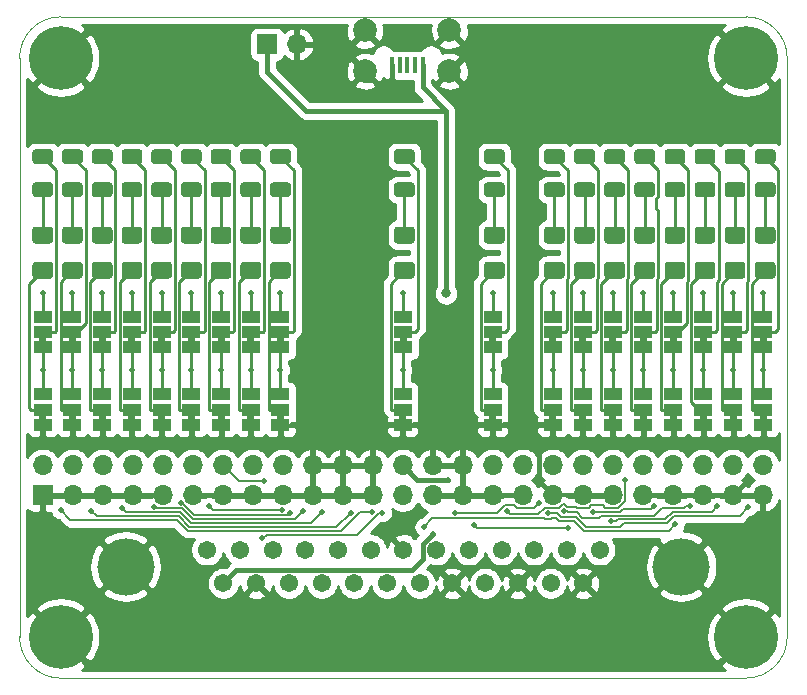
<source format=gbr>
%TF.GenerationSoftware,KiCad,Pcbnew,(5.1.6-0-10_14)*%
%TF.CreationDate,2020-08-20T20:18:55-05:00*%
%TF.ProjectId,rascsi_tester,72617363-7369-45f7-9465-737465722e6b,rev?*%
%TF.SameCoordinates,PX59d60c0PY325aa00*%
%TF.FileFunction,Copper,L1,Top*%
%TF.FilePolarity,Positive*%
%FSLAX46Y46*%
G04 Gerber Fmt 4.6, Leading zero omitted, Abs format (unit mm)*
G04 Created by KiCad (PCBNEW (5.1.6-0-10_14)) date 2020-08-20 20:18:55*
%MOMM*%
%LPD*%
G01*
G04 APERTURE LIST*
%TA.AperFunction,Profile*%
%ADD10C,0.050000*%
%TD*%
%TA.AperFunction,EtchedComponent*%
%ADD11C,0.150000*%
%TD*%
%TA.AperFunction,SMDPad,CuDef*%
%ADD12R,1.500000X1.000000*%
%TD*%
%TA.AperFunction,ComponentPad*%
%ADD13O,1.700000X1.700000*%
%TD*%
%TA.AperFunction,ComponentPad*%
%ADD14R,1.700000X1.700000*%
%TD*%
%TA.AperFunction,ComponentPad*%
%ADD15C,4.845000*%
%TD*%
%TA.AperFunction,ComponentPad*%
%ADD16C,1.545000*%
%TD*%
%TA.AperFunction,ComponentPad*%
%ADD17C,2.000000*%
%TD*%
%TA.AperFunction,SMDPad,CuDef*%
%ADD18R,0.400000X1.400000*%
%TD*%
%TA.AperFunction,ComponentPad*%
%ADD19C,0.800000*%
%TD*%
%TA.AperFunction,ComponentPad*%
%ADD20C,5.400000*%
%TD*%
%TA.AperFunction,ViaPad*%
%ADD21C,0.500000*%
%TD*%
%TA.AperFunction,ViaPad*%
%ADD22C,0.800000*%
%TD*%
%TA.AperFunction,Conductor*%
%ADD23C,0.400000*%
%TD*%
%TA.AperFunction,Conductor*%
%ADD24C,0.250000*%
%TD*%
%TA.AperFunction,Conductor*%
%ADD25C,0.200000*%
%TD*%
%TA.AperFunction,Conductor*%
%ADD26C,0.150000*%
%TD*%
%TA.AperFunction,Conductor*%
%ADD27C,0.254000*%
%TD*%
G04 APERTURE END LIST*
D10*
X83800000Y-45696000D02*
X141800000Y-45696000D01*
X83800000Y-45696000D02*
G75*
G02*
X80300000Y-42196000I0J3500000D01*
G01*
X145300000Y-42196000D02*
G75*
G02*
X141800000Y-45696000I-3500000J0D01*
G01*
X80300000Y6800000D02*
X80300000Y-42196000D01*
X145300000Y6800000D02*
X145300000Y-42196000D01*
X83800000Y10300000D02*
X141800000Y10300000D01*
X80300000Y6800000D02*
G75*
G02*
X83800000Y10300000I3500000J0D01*
G01*
X141800000Y10300000D02*
G75*
G02*
X145300000Y6800000I0J-3500000D01*
G01*
D11*
%TO.C,JP19*%
G36*
X99579809Y-17290000D02*
G01*
X99579809Y-16790000D01*
X100179809Y-16790000D01*
X100179809Y-17290000D01*
X99579809Y-17290000D01*
G37*
%TO.C,JP38*%
G36*
X97063622Y-23855500D02*
G01*
X97063622Y-23355500D01*
X97663622Y-23355500D01*
X97663622Y-23855500D01*
X97063622Y-23855500D01*
G37*
%TO.C,JP37*%
G36*
X97063622Y-17290000D02*
G01*
X97063622Y-16790000D01*
X97663622Y-16790000D01*
X97663622Y-17290000D01*
X97063622Y-17290000D01*
G37*
%TO.C,JP36*%
G36*
X94547435Y-23855500D02*
G01*
X94547435Y-23355500D01*
X95147435Y-23355500D01*
X95147435Y-23855500D01*
X94547435Y-23855500D01*
G37*
%TO.C,JP35*%
G36*
X94547435Y-17290000D02*
G01*
X94547435Y-16790000D01*
X95147435Y-16790000D01*
X95147435Y-17290000D01*
X94547435Y-17290000D01*
G37*
%TO.C,JP34*%
G36*
X112446500Y-23855500D02*
G01*
X112446500Y-23355500D01*
X113046500Y-23355500D01*
X113046500Y-23855500D01*
X112446500Y-23855500D01*
G37*
%TO.C,JP33*%
G36*
X112510000Y-17290000D02*
G01*
X112510000Y-16790000D01*
X113110000Y-16790000D01*
X113110000Y-17290000D01*
X112510000Y-17290000D01*
G37*
%TO.C,JP32*%
G36*
X92031248Y-23855500D02*
G01*
X92031248Y-23355500D01*
X92631248Y-23355500D01*
X92631248Y-23855500D01*
X92031248Y-23855500D01*
G37*
%TO.C,JP31*%
G36*
X92031248Y-17290000D02*
G01*
X92031248Y-16790000D01*
X92631248Y-16790000D01*
X92631248Y-17290000D01*
X92031248Y-17290000D01*
G37*
%TO.C,JP30*%
G36*
X86998874Y-23855500D02*
G01*
X86998874Y-23355500D01*
X87598874Y-23355500D01*
X87598874Y-23855500D01*
X86998874Y-23855500D01*
G37*
%TO.C,JP29*%
G36*
X86998874Y-17290000D02*
G01*
X86998874Y-16790000D01*
X87598874Y-16790000D01*
X87598874Y-17290000D01*
X86998874Y-17290000D01*
G37*
%TO.C,JP28*%
G36*
X102095996Y-23855500D02*
G01*
X102095996Y-23355500D01*
X102695996Y-23355500D01*
X102695996Y-23855500D01*
X102095996Y-23855500D01*
G37*
%TO.C,JP27*%
G36*
X102095996Y-17290000D02*
G01*
X102095996Y-16790000D01*
X102695996Y-16790000D01*
X102695996Y-17290000D01*
X102095996Y-17290000D01*
G37*
%TO.C,JP26*%
G36*
X135342784Y-23855500D02*
G01*
X135342784Y-23355500D01*
X135942784Y-23355500D01*
X135942784Y-23855500D01*
X135342784Y-23855500D01*
G37*
%TO.C,JP25*%
G36*
X135342784Y-17290000D02*
G01*
X135342784Y-16790000D01*
X135942784Y-16790000D01*
X135942784Y-17290000D01*
X135342784Y-17290000D01*
G37*
%TO.C,JP24*%
G36*
X120066500Y-23855500D02*
G01*
X120066500Y-23355500D01*
X120666500Y-23355500D01*
X120666500Y-23855500D01*
X120066500Y-23855500D01*
G37*
%TO.C,JP23*%
G36*
X120066500Y-17290000D02*
G01*
X120066500Y-16790000D01*
X120666500Y-16790000D01*
X120666500Y-17290000D01*
X120066500Y-17290000D01*
G37*
%TO.C,JP22*%
G36*
X137891855Y-23855500D02*
G01*
X137891855Y-23355500D01*
X138491855Y-23355500D01*
X138491855Y-23855500D01*
X137891855Y-23855500D01*
G37*
%TO.C,JP21*%
G36*
X137891855Y-17290000D02*
G01*
X137891855Y-16790000D01*
X138491855Y-16790000D01*
X138491855Y-17290000D01*
X137891855Y-17290000D01*
G37*
%TO.C,JP20*%
G36*
X99579809Y-23855500D02*
G01*
X99579809Y-23355500D01*
X100179809Y-23355500D01*
X100179809Y-23855500D01*
X99579809Y-23855500D01*
G37*
%TO.C,JP18*%
G36*
X84482687Y-23855500D02*
G01*
X84482687Y-23355500D01*
X85082687Y-23355500D01*
X85082687Y-23855500D01*
X84482687Y-23855500D01*
G37*
%TO.C,JP17*%
G36*
X84482687Y-17290000D02*
G01*
X84482687Y-16790000D01*
X85082687Y-16790000D01*
X85082687Y-17290000D01*
X84482687Y-17290000D01*
G37*
%TO.C,JP16*%
G36*
X89515061Y-23855500D02*
G01*
X89515061Y-23355500D01*
X90115061Y-23355500D01*
X90115061Y-23855500D01*
X89515061Y-23855500D01*
G37*
%TO.C,JP15*%
G36*
X89515061Y-17290000D02*
G01*
X89515061Y-16790000D01*
X90115061Y-16790000D01*
X90115061Y-17290000D01*
X89515061Y-17290000D01*
G37*
%TO.C,JP14*%
G36*
X81966500Y-23855500D02*
G01*
X81966500Y-23355500D01*
X82566500Y-23355500D01*
X82566500Y-23855500D01*
X81966500Y-23855500D01*
G37*
%TO.C,JP13*%
G36*
X81966500Y-17290000D02*
G01*
X81966500Y-16790000D01*
X82566500Y-16790000D01*
X82566500Y-17290000D01*
X81966500Y-17290000D01*
G37*
%TO.C,JP12*%
G36*
X127695571Y-23855500D02*
G01*
X127695571Y-23355500D01*
X128295571Y-23355500D01*
X128295571Y-23855500D01*
X127695571Y-23855500D01*
G37*
%TO.C,JP11*%
G36*
X127695571Y-17290000D02*
G01*
X127695571Y-16790000D01*
X128295571Y-16790000D01*
X128295571Y-17290000D01*
X127695571Y-17290000D01*
G37*
%TO.C,JP10*%
G36*
X130244642Y-23855500D02*
G01*
X130244642Y-23355500D01*
X130844642Y-23355500D01*
X130844642Y-23855500D01*
X130244642Y-23855500D01*
G37*
%TO.C,JP9*%
G36*
X130244642Y-17290000D02*
G01*
X130244642Y-16790000D01*
X130844642Y-16790000D01*
X130844642Y-17290000D01*
X130244642Y-17290000D01*
G37*
%TO.C,JP8*%
G36*
X142989997Y-23855500D02*
G01*
X142989997Y-23355500D01*
X143589997Y-23355500D01*
X143589997Y-23855500D01*
X142989997Y-23855500D01*
G37*
%TO.C,JP7*%
G36*
X142989997Y-17290000D02*
G01*
X142989997Y-16790000D01*
X143589997Y-16790000D01*
X143589997Y-17290000D01*
X142989997Y-17290000D01*
G37*
%TO.C,JP6*%
G36*
X132793713Y-23855500D02*
G01*
X132793713Y-23355500D01*
X133393713Y-23355500D01*
X133393713Y-23855500D01*
X132793713Y-23855500D01*
G37*
%TO.C,JP5*%
G36*
X132793713Y-17290000D02*
G01*
X132793713Y-16790000D01*
X133393713Y-16790000D01*
X133393713Y-17290000D01*
X132793713Y-17290000D01*
G37*
%TO.C,JP4*%
G36*
X140440926Y-23855500D02*
G01*
X140440926Y-23355500D01*
X141040926Y-23355500D01*
X141040926Y-23855500D01*
X140440926Y-23855500D01*
G37*
%TO.C,JP3*%
G36*
X140440926Y-17290000D02*
G01*
X140440926Y-16790000D01*
X141040926Y-16790000D01*
X141040926Y-17290000D01*
X140440926Y-17290000D01*
G37*
%TO.C,JP2*%
G36*
X125146500Y-23855500D02*
G01*
X125146500Y-23355500D01*
X125746500Y-23355500D01*
X125746500Y-23855500D01*
X125146500Y-23855500D01*
G37*
%TO.C,JP1*%
G36*
X125146500Y-17290000D02*
G01*
X125146500Y-16790000D01*
X125746500Y-16790000D01*
X125746500Y-17290000D01*
X125146500Y-17290000D01*
G37*
%TD*%
D12*
%TO.P,JP19,2*%
%TO.N,Net-(D10-Pad2)*%
X99879809Y-16390000D03*
%TO.P,JP19,3*%
%TO.N,+5V*%
X99879809Y-15090000D03*
%TO.P,JP19,1*%
%TO.N,C-D7*%
X99879809Y-17690000D03*
%TD*%
D13*
%TO.P,J2,50*%
%TO.N,C-I_O*%
X143226500Y-27654500D03*
%TO.P,J2,49*%
%TO.N,GND*%
X143226500Y-30194500D03*
%TO.P,J2,48*%
%TO.N,C-REQ*%
X140686500Y-27654500D03*
%TO.P,J2,47*%
%TO.N,GND*%
X140686500Y-30194500D03*
%TO.P,J2,46*%
%TO.N,C-C_D*%
X138146500Y-27654500D03*
%TO.P,J2,45*%
%TO.N,GND*%
X138146500Y-30194500D03*
%TO.P,J2,44*%
%TO.N,C-SEL*%
X135606500Y-27654500D03*
%TO.P,J2,43*%
%TO.N,GND*%
X135606500Y-30194500D03*
%TO.P,J2,42*%
%TO.N,C-MSG*%
X133066500Y-27654500D03*
%TO.P,J2,41*%
%TO.N,GND*%
X133066500Y-30194500D03*
%TO.P,J2,40*%
%TO.N,C-RST*%
X130526500Y-27654500D03*
%TO.P,J2,39*%
%TO.N,GND*%
X130526500Y-30194500D03*
%TO.P,J2,38*%
%TO.N,C-ACK*%
X127986500Y-27654500D03*
%TO.P,J2,37*%
%TO.N,GND*%
X127986500Y-30194500D03*
%TO.P,J2,36*%
%TO.N,C-BSY*%
X125446500Y-27654500D03*
%TO.P,J2,35*%
%TO.N,GND*%
X125446500Y-30194500D03*
%TO.P,J2,34*%
%TO.N,Net-(J2-Pad34)*%
X122906500Y-27654500D03*
%TO.P,J2,33*%
%TO.N,GND*%
X122906500Y-30194500D03*
%TO.P,J2,32*%
%TO.N,C-ATN*%
X120366500Y-27654500D03*
%TO.P,J2,31*%
%TO.N,GND*%
X120366500Y-30194500D03*
%TO.P,J2,30*%
X117826500Y-27654500D03*
%TO.P,J2,29*%
X117826500Y-30194500D03*
%TO.P,J2,28*%
X115286500Y-27654500D03*
%TO.P,J2,27*%
X115286500Y-30194500D03*
%TO.P,J2,26*%
%TO.N,TERMPOW*%
X112746500Y-27654500D03*
%TO.P,J2,25*%
%TO.N,Net-(J2-Pad25)*%
X112746500Y-30194500D03*
%TO.P,J2,24*%
%TO.N,GND*%
X110206500Y-27654500D03*
%TO.P,J2,23*%
X110206500Y-30194500D03*
%TO.P,J2,22*%
X107666500Y-27654500D03*
%TO.P,J2,21*%
X107666500Y-30194500D03*
%TO.P,J2,20*%
X105126500Y-27654500D03*
%TO.P,J2,19*%
X105126500Y-30194500D03*
%TO.P,J2,18*%
%TO.N,C-DP*%
X102586500Y-27654500D03*
%TO.P,J2,17*%
%TO.N,GND*%
X102586500Y-30194500D03*
%TO.P,J2,16*%
%TO.N,C-D7*%
X100046500Y-27654500D03*
%TO.P,J2,15*%
%TO.N,GND*%
X100046500Y-30194500D03*
%TO.P,J2,14*%
%TO.N,C-D6*%
X97506500Y-27654500D03*
%TO.P,J2,13*%
%TO.N,GND*%
X97506500Y-30194500D03*
%TO.P,J2,12*%
%TO.N,C-D5*%
X94966500Y-27654500D03*
%TO.P,J2,11*%
%TO.N,GND*%
X94966500Y-30194500D03*
%TO.P,J2,10*%
%TO.N,C-D4*%
X92426500Y-27654500D03*
%TO.P,J2,9*%
%TO.N,GND*%
X92426500Y-30194500D03*
%TO.P,J2,8*%
%TO.N,C-D3*%
X89886500Y-27654500D03*
%TO.P,J2,7*%
%TO.N,GND*%
X89886500Y-30194500D03*
%TO.P,J2,6*%
%TO.N,C-D2*%
X87346500Y-27654500D03*
%TO.P,J2,5*%
%TO.N,GND*%
X87346500Y-30194500D03*
%TO.P,J2,4*%
%TO.N,C-D1*%
X84806500Y-27654500D03*
%TO.P,J2,3*%
%TO.N,GND*%
X84806500Y-30194500D03*
%TO.P,J2,2*%
%TO.N,C-D0*%
X82266500Y-27654500D03*
D14*
%TO.P,J2,1*%
%TO.N,GND*%
X82266500Y-30194500D03*
%TD*%
D15*
%TO.P,J4,MH2*%
%TO.N,GND*%
X89281600Y-36250000D03*
%TO.P,J4,MH1*%
X136321600Y-36250000D03*
D16*
%TO.P,J4,25*%
%TO.N,TERMPOW*%
X97566600Y-37670000D03*
%TO.P,J4,24*%
%TO.N,GND*%
X100336600Y-37670000D03*
%TO.P,J4,23*%
%TO.N,C-D4*%
X103106600Y-37670000D03*
%TO.P,J4,22*%
%TO.N,C-D2*%
X105876600Y-37670000D03*
%TO.P,J4,21*%
%TO.N,C-D1*%
X108646600Y-37670000D03*
%TO.P,J4,20*%
%TO.N,C-DP*%
X111416600Y-37670000D03*
%TO.P,J4,19*%
%TO.N,C-SEL*%
X114186600Y-37670000D03*
%TO.P,J4,18*%
%TO.N,GND*%
X116956600Y-37670000D03*
%TO.P,J4,17*%
%TO.N,C-ATN*%
X119726600Y-37670000D03*
%TO.P,J4,16*%
%TO.N,GND*%
X122496600Y-37670000D03*
%TO.P,J4,15*%
%TO.N,C-C_D*%
X125266600Y-37670000D03*
%TO.P,J4,14*%
%TO.N,GND*%
X128036600Y-37670000D03*
%TO.P,J4,13*%
%TO.N,C-D7*%
X96181600Y-34830000D03*
%TO.P,J4,12*%
%TO.N,C-D6*%
X98951600Y-34830000D03*
%TO.P,J4,11*%
%TO.N,C-D5*%
X101721600Y-34830000D03*
%TO.P,J4,10*%
%TO.N,C-D3*%
X104491600Y-34830000D03*
%TO.P,J4,9*%
%TO.N,GND*%
X107261600Y-34830000D03*
%TO.P,J4,8*%
%TO.N,C-D0*%
X110031600Y-34830000D03*
%TO.P,J4,7*%
%TO.N,GND*%
X112801600Y-34830000D03*
%TO.P,J4,6*%
%TO.N,C-BSY*%
X115571600Y-34830000D03*
%TO.P,J4,5*%
%TO.N,C-ACK*%
X118341600Y-34830000D03*
%TO.P,J4,4*%
%TO.N,C-RST*%
X121111600Y-34830000D03*
%TO.P,J4,3*%
%TO.N,C-I_O*%
X123881600Y-34830000D03*
%TO.P,J4,2*%
%TO.N,C-MSG*%
X126651600Y-34830000D03*
%TO.P,J4,1*%
%TO.N,C-REQ*%
X129421600Y-34830000D03*
%TD*%
%TO.P,D19,2*%
%TO.N,Net-(D19-Pad2)*%
%TA.AperFunction,SMDPad,CuDef*%
G36*
G01*
X97988622Y-2164000D02*
X96738622Y-2164000D01*
G75*
G02*
X96488622Y-1914000I0J250000D01*
G01*
X96488622Y-1164000D01*
G75*
G02*
X96738622Y-914000I250000J0D01*
G01*
X97988622Y-914000D01*
G75*
G02*
X98238622Y-1164000I0J-250000D01*
G01*
X98238622Y-1914000D01*
G75*
G02*
X97988622Y-2164000I-250000J0D01*
G01*
G37*
%TD.AperFunction*%
%TO.P,D19,1*%
%TO.N,Net-(D19-Pad1)*%
%TA.AperFunction,SMDPad,CuDef*%
G36*
G01*
X97988622Y-4964000D02*
X96738622Y-4964000D01*
G75*
G02*
X96488622Y-4714000I0J250000D01*
G01*
X96488622Y-3964000D01*
G75*
G02*
X96738622Y-3714000I250000J0D01*
G01*
X97988622Y-3714000D01*
G75*
G02*
X98238622Y-3964000I0J-250000D01*
G01*
X98238622Y-4714000D01*
G75*
G02*
X97988622Y-4964000I-250000J0D01*
G01*
G37*
%TD.AperFunction*%
%TD*%
%TO.P,D18,2*%
%TO.N,Net-(D18-Pad2)*%
%TA.AperFunction,SMDPad,CuDef*%
G36*
G01*
X95472435Y-2164000D02*
X94222435Y-2164000D01*
G75*
G02*
X93972435Y-1914000I0J250000D01*
G01*
X93972435Y-1164000D01*
G75*
G02*
X94222435Y-914000I250000J0D01*
G01*
X95472435Y-914000D01*
G75*
G02*
X95722435Y-1164000I0J-250000D01*
G01*
X95722435Y-1914000D01*
G75*
G02*
X95472435Y-2164000I-250000J0D01*
G01*
G37*
%TD.AperFunction*%
%TO.P,D18,1*%
%TO.N,Net-(D18-Pad1)*%
%TA.AperFunction,SMDPad,CuDef*%
G36*
G01*
X95472435Y-4964000D02*
X94222435Y-4964000D01*
G75*
G02*
X93972435Y-4714000I0J250000D01*
G01*
X93972435Y-3964000D01*
G75*
G02*
X94222435Y-3714000I250000J0D01*
G01*
X95472435Y-3714000D01*
G75*
G02*
X95722435Y-3964000I0J-250000D01*
G01*
X95722435Y-4714000D01*
G75*
G02*
X95472435Y-4964000I-250000J0D01*
G01*
G37*
%TD.AperFunction*%
%TD*%
%TO.P,D17,2*%
%TO.N,Net-(D17-Pad2)*%
%TA.AperFunction,SMDPad,CuDef*%
G36*
G01*
X113514000Y-2164000D02*
X112264000Y-2164000D01*
G75*
G02*
X112014000Y-1914000I0J250000D01*
G01*
X112014000Y-1164000D01*
G75*
G02*
X112264000Y-914000I250000J0D01*
G01*
X113514000Y-914000D01*
G75*
G02*
X113764000Y-1164000I0J-250000D01*
G01*
X113764000Y-1914000D01*
G75*
G02*
X113514000Y-2164000I-250000J0D01*
G01*
G37*
%TD.AperFunction*%
%TO.P,D17,1*%
%TO.N,Net-(D17-Pad1)*%
%TA.AperFunction,SMDPad,CuDef*%
G36*
G01*
X113514000Y-4964000D02*
X112264000Y-4964000D01*
G75*
G02*
X112014000Y-4714000I0J250000D01*
G01*
X112014000Y-3964000D01*
G75*
G02*
X112264000Y-3714000I250000J0D01*
G01*
X113514000Y-3714000D01*
G75*
G02*
X113764000Y-3964000I0J-250000D01*
G01*
X113764000Y-4714000D01*
G75*
G02*
X113514000Y-4964000I-250000J0D01*
G01*
G37*
%TD.AperFunction*%
%TD*%
%TO.P,D16,2*%
%TO.N,Net-(D16-Pad2)*%
%TA.AperFunction,SMDPad,CuDef*%
G36*
G01*
X92956248Y-2164000D02*
X91706248Y-2164000D01*
G75*
G02*
X91456248Y-1914000I0J250000D01*
G01*
X91456248Y-1164000D01*
G75*
G02*
X91706248Y-914000I250000J0D01*
G01*
X92956248Y-914000D01*
G75*
G02*
X93206248Y-1164000I0J-250000D01*
G01*
X93206248Y-1914000D01*
G75*
G02*
X92956248Y-2164000I-250000J0D01*
G01*
G37*
%TD.AperFunction*%
%TO.P,D16,1*%
%TO.N,Net-(D16-Pad1)*%
%TA.AperFunction,SMDPad,CuDef*%
G36*
G01*
X92956248Y-4964000D02*
X91706248Y-4964000D01*
G75*
G02*
X91456248Y-4714000I0J250000D01*
G01*
X91456248Y-3964000D01*
G75*
G02*
X91706248Y-3714000I250000J0D01*
G01*
X92956248Y-3714000D01*
G75*
G02*
X93206248Y-3964000I0J-250000D01*
G01*
X93206248Y-4714000D01*
G75*
G02*
X92956248Y-4964000I-250000J0D01*
G01*
G37*
%TD.AperFunction*%
%TD*%
%TO.P,D15,2*%
%TO.N,Net-(D15-Pad2)*%
%TA.AperFunction,SMDPad,CuDef*%
G36*
G01*
X87923874Y-2164000D02*
X86673874Y-2164000D01*
G75*
G02*
X86423874Y-1914000I0J250000D01*
G01*
X86423874Y-1164000D01*
G75*
G02*
X86673874Y-914000I250000J0D01*
G01*
X87923874Y-914000D01*
G75*
G02*
X88173874Y-1164000I0J-250000D01*
G01*
X88173874Y-1914000D01*
G75*
G02*
X87923874Y-2164000I-250000J0D01*
G01*
G37*
%TD.AperFunction*%
%TO.P,D15,1*%
%TO.N,Net-(D15-Pad1)*%
%TA.AperFunction,SMDPad,CuDef*%
G36*
G01*
X87923874Y-4964000D02*
X86673874Y-4964000D01*
G75*
G02*
X86423874Y-4714000I0J250000D01*
G01*
X86423874Y-3964000D01*
G75*
G02*
X86673874Y-3714000I250000J0D01*
G01*
X87923874Y-3714000D01*
G75*
G02*
X88173874Y-3964000I0J-250000D01*
G01*
X88173874Y-4714000D01*
G75*
G02*
X87923874Y-4964000I-250000J0D01*
G01*
G37*
%TD.AperFunction*%
%TD*%
%TO.P,D14,2*%
%TO.N,Net-(D14-Pad2)*%
%TA.AperFunction,SMDPad,CuDef*%
G36*
G01*
X103020996Y-2164000D02*
X101770996Y-2164000D01*
G75*
G02*
X101520996Y-1914000I0J250000D01*
G01*
X101520996Y-1164000D01*
G75*
G02*
X101770996Y-914000I250000J0D01*
G01*
X103020996Y-914000D01*
G75*
G02*
X103270996Y-1164000I0J-250000D01*
G01*
X103270996Y-1914000D01*
G75*
G02*
X103020996Y-2164000I-250000J0D01*
G01*
G37*
%TD.AperFunction*%
%TO.P,D14,1*%
%TO.N,Net-(D14-Pad1)*%
%TA.AperFunction,SMDPad,CuDef*%
G36*
G01*
X103020996Y-4964000D02*
X101770996Y-4964000D01*
G75*
G02*
X101520996Y-4714000I0J250000D01*
G01*
X101520996Y-3964000D01*
G75*
G02*
X101770996Y-3714000I250000J0D01*
G01*
X103020996Y-3714000D01*
G75*
G02*
X103270996Y-3964000I0J-250000D01*
G01*
X103270996Y-4714000D01*
G75*
G02*
X103020996Y-4964000I-250000J0D01*
G01*
G37*
%TD.AperFunction*%
%TD*%
%TO.P,D13,2*%
%TO.N,Net-(D13-Pad2)*%
%TA.AperFunction,SMDPad,CuDef*%
G36*
G01*
X136410284Y-2164000D02*
X135160284Y-2164000D01*
G75*
G02*
X134910284Y-1914000I0J250000D01*
G01*
X134910284Y-1164000D01*
G75*
G02*
X135160284Y-914000I250000J0D01*
G01*
X136410284Y-914000D01*
G75*
G02*
X136660284Y-1164000I0J-250000D01*
G01*
X136660284Y-1914000D01*
G75*
G02*
X136410284Y-2164000I-250000J0D01*
G01*
G37*
%TD.AperFunction*%
%TO.P,D13,1*%
%TO.N,Net-(D13-Pad1)*%
%TA.AperFunction,SMDPad,CuDef*%
G36*
G01*
X136410284Y-4964000D02*
X135160284Y-4964000D01*
G75*
G02*
X134910284Y-4714000I0J250000D01*
G01*
X134910284Y-3964000D01*
G75*
G02*
X135160284Y-3714000I250000J0D01*
G01*
X136410284Y-3714000D01*
G75*
G02*
X136660284Y-3964000I0J-250000D01*
G01*
X136660284Y-4714000D01*
G75*
G02*
X136410284Y-4964000I-250000J0D01*
G01*
G37*
%TD.AperFunction*%
%TD*%
%TO.P,D12,2*%
%TO.N,Net-(D12-Pad2)*%
%TA.AperFunction,SMDPad,CuDef*%
G36*
G01*
X121134000Y-2164000D02*
X119884000Y-2164000D01*
G75*
G02*
X119634000Y-1914000I0J250000D01*
G01*
X119634000Y-1164000D01*
G75*
G02*
X119884000Y-914000I250000J0D01*
G01*
X121134000Y-914000D01*
G75*
G02*
X121384000Y-1164000I0J-250000D01*
G01*
X121384000Y-1914000D01*
G75*
G02*
X121134000Y-2164000I-250000J0D01*
G01*
G37*
%TD.AperFunction*%
%TO.P,D12,1*%
%TO.N,Net-(D12-Pad1)*%
%TA.AperFunction,SMDPad,CuDef*%
G36*
G01*
X121134000Y-4964000D02*
X119884000Y-4964000D01*
G75*
G02*
X119634000Y-4714000I0J250000D01*
G01*
X119634000Y-3964000D01*
G75*
G02*
X119884000Y-3714000I250000J0D01*
G01*
X121134000Y-3714000D01*
G75*
G02*
X121384000Y-3964000I0J-250000D01*
G01*
X121384000Y-4714000D01*
G75*
G02*
X121134000Y-4964000I-250000J0D01*
G01*
G37*
%TD.AperFunction*%
%TD*%
%TO.P,D11,2*%
%TO.N,Net-(D11-Pad2)*%
%TA.AperFunction,SMDPad,CuDef*%
G36*
G01*
X138959355Y-2164000D02*
X137709355Y-2164000D01*
G75*
G02*
X137459355Y-1914000I0J250000D01*
G01*
X137459355Y-1164000D01*
G75*
G02*
X137709355Y-914000I250000J0D01*
G01*
X138959355Y-914000D01*
G75*
G02*
X139209355Y-1164000I0J-250000D01*
G01*
X139209355Y-1914000D01*
G75*
G02*
X138959355Y-2164000I-250000J0D01*
G01*
G37*
%TD.AperFunction*%
%TO.P,D11,1*%
%TO.N,Net-(D11-Pad1)*%
%TA.AperFunction,SMDPad,CuDef*%
G36*
G01*
X138959355Y-4964000D02*
X137709355Y-4964000D01*
G75*
G02*
X137459355Y-4714000I0J250000D01*
G01*
X137459355Y-3964000D01*
G75*
G02*
X137709355Y-3714000I250000J0D01*
G01*
X138959355Y-3714000D01*
G75*
G02*
X139209355Y-3964000I0J-250000D01*
G01*
X139209355Y-4714000D01*
G75*
G02*
X138959355Y-4964000I-250000J0D01*
G01*
G37*
%TD.AperFunction*%
%TD*%
%TO.P,D10,2*%
%TO.N,Net-(D10-Pad2)*%
%TA.AperFunction,SMDPad,CuDef*%
G36*
G01*
X100504809Y-2164000D02*
X99254809Y-2164000D01*
G75*
G02*
X99004809Y-1914000I0J250000D01*
G01*
X99004809Y-1164000D01*
G75*
G02*
X99254809Y-914000I250000J0D01*
G01*
X100504809Y-914000D01*
G75*
G02*
X100754809Y-1164000I0J-250000D01*
G01*
X100754809Y-1914000D01*
G75*
G02*
X100504809Y-2164000I-250000J0D01*
G01*
G37*
%TD.AperFunction*%
%TO.P,D10,1*%
%TO.N,Net-(D10-Pad1)*%
%TA.AperFunction,SMDPad,CuDef*%
G36*
G01*
X100504809Y-4964000D02*
X99254809Y-4964000D01*
G75*
G02*
X99004809Y-4714000I0J250000D01*
G01*
X99004809Y-3964000D01*
G75*
G02*
X99254809Y-3714000I250000J0D01*
G01*
X100504809Y-3714000D01*
G75*
G02*
X100754809Y-3964000I0J-250000D01*
G01*
X100754809Y-4714000D01*
G75*
G02*
X100504809Y-4964000I-250000J0D01*
G01*
G37*
%TD.AperFunction*%
%TD*%
%TO.P,D9,2*%
%TO.N,Net-(D9-Pad2)*%
%TA.AperFunction,SMDPad,CuDef*%
G36*
G01*
X85407687Y-2164000D02*
X84157687Y-2164000D01*
G75*
G02*
X83907687Y-1914000I0J250000D01*
G01*
X83907687Y-1164000D01*
G75*
G02*
X84157687Y-914000I250000J0D01*
G01*
X85407687Y-914000D01*
G75*
G02*
X85657687Y-1164000I0J-250000D01*
G01*
X85657687Y-1914000D01*
G75*
G02*
X85407687Y-2164000I-250000J0D01*
G01*
G37*
%TD.AperFunction*%
%TO.P,D9,1*%
%TO.N,Net-(D9-Pad1)*%
%TA.AperFunction,SMDPad,CuDef*%
G36*
G01*
X85407687Y-4964000D02*
X84157687Y-4964000D01*
G75*
G02*
X83907687Y-4714000I0J250000D01*
G01*
X83907687Y-3964000D01*
G75*
G02*
X84157687Y-3714000I250000J0D01*
G01*
X85407687Y-3714000D01*
G75*
G02*
X85657687Y-3964000I0J-250000D01*
G01*
X85657687Y-4714000D01*
G75*
G02*
X85407687Y-4964000I-250000J0D01*
G01*
G37*
%TD.AperFunction*%
%TD*%
%TO.P,D8,2*%
%TO.N,Net-(D8-Pad2)*%
%TA.AperFunction,SMDPad,CuDef*%
G36*
G01*
X90440061Y-2164000D02*
X89190061Y-2164000D01*
G75*
G02*
X88940061Y-1914000I0J250000D01*
G01*
X88940061Y-1164000D01*
G75*
G02*
X89190061Y-914000I250000J0D01*
G01*
X90440061Y-914000D01*
G75*
G02*
X90690061Y-1164000I0J-250000D01*
G01*
X90690061Y-1914000D01*
G75*
G02*
X90440061Y-2164000I-250000J0D01*
G01*
G37*
%TD.AperFunction*%
%TO.P,D8,1*%
%TO.N,Net-(D8-Pad1)*%
%TA.AperFunction,SMDPad,CuDef*%
G36*
G01*
X90440061Y-4964000D02*
X89190061Y-4964000D01*
G75*
G02*
X88940061Y-4714000I0J250000D01*
G01*
X88940061Y-3964000D01*
G75*
G02*
X89190061Y-3714000I250000J0D01*
G01*
X90440061Y-3714000D01*
G75*
G02*
X90690061Y-3964000I0J-250000D01*
G01*
X90690061Y-4714000D01*
G75*
G02*
X90440061Y-4964000I-250000J0D01*
G01*
G37*
%TD.AperFunction*%
%TD*%
%TO.P,D7,2*%
%TO.N,Net-(D7-Pad2)*%
%TA.AperFunction,SMDPad,CuDef*%
G36*
G01*
X82891500Y-2164000D02*
X81641500Y-2164000D01*
G75*
G02*
X81391500Y-1914000I0J250000D01*
G01*
X81391500Y-1164000D01*
G75*
G02*
X81641500Y-914000I250000J0D01*
G01*
X82891500Y-914000D01*
G75*
G02*
X83141500Y-1164000I0J-250000D01*
G01*
X83141500Y-1914000D01*
G75*
G02*
X82891500Y-2164000I-250000J0D01*
G01*
G37*
%TD.AperFunction*%
%TO.P,D7,1*%
%TO.N,Net-(D7-Pad1)*%
%TA.AperFunction,SMDPad,CuDef*%
G36*
G01*
X82891500Y-4964000D02*
X81641500Y-4964000D01*
G75*
G02*
X81391500Y-4714000I0J250000D01*
G01*
X81391500Y-3964000D01*
G75*
G02*
X81641500Y-3714000I250000J0D01*
G01*
X82891500Y-3714000D01*
G75*
G02*
X83141500Y-3964000I0J-250000D01*
G01*
X83141500Y-4714000D01*
G75*
G02*
X82891500Y-4964000I-250000J0D01*
G01*
G37*
%TD.AperFunction*%
%TD*%
%TO.P,D6,2*%
%TO.N,Net-(D6-Pad2)*%
%TA.AperFunction,SMDPad,CuDef*%
G36*
G01*
X128763071Y-2164000D02*
X127513071Y-2164000D01*
G75*
G02*
X127263071Y-1914000I0J250000D01*
G01*
X127263071Y-1164000D01*
G75*
G02*
X127513071Y-914000I250000J0D01*
G01*
X128763071Y-914000D01*
G75*
G02*
X129013071Y-1164000I0J-250000D01*
G01*
X129013071Y-1914000D01*
G75*
G02*
X128763071Y-2164000I-250000J0D01*
G01*
G37*
%TD.AperFunction*%
%TO.P,D6,1*%
%TO.N,Net-(D6-Pad1)*%
%TA.AperFunction,SMDPad,CuDef*%
G36*
G01*
X128763071Y-4964000D02*
X127513071Y-4964000D01*
G75*
G02*
X127263071Y-4714000I0J250000D01*
G01*
X127263071Y-3964000D01*
G75*
G02*
X127513071Y-3714000I250000J0D01*
G01*
X128763071Y-3714000D01*
G75*
G02*
X129013071Y-3964000I0J-250000D01*
G01*
X129013071Y-4714000D01*
G75*
G02*
X128763071Y-4964000I-250000J0D01*
G01*
G37*
%TD.AperFunction*%
%TD*%
%TO.P,D5,2*%
%TO.N,Net-(D5-Pad2)*%
%TA.AperFunction,SMDPad,CuDef*%
G36*
G01*
X131312142Y-2164000D02*
X130062142Y-2164000D01*
G75*
G02*
X129812142Y-1914000I0J250000D01*
G01*
X129812142Y-1164000D01*
G75*
G02*
X130062142Y-914000I250000J0D01*
G01*
X131312142Y-914000D01*
G75*
G02*
X131562142Y-1164000I0J-250000D01*
G01*
X131562142Y-1914000D01*
G75*
G02*
X131312142Y-2164000I-250000J0D01*
G01*
G37*
%TD.AperFunction*%
%TO.P,D5,1*%
%TO.N,Net-(D5-Pad1)*%
%TA.AperFunction,SMDPad,CuDef*%
G36*
G01*
X131312142Y-4964000D02*
X130062142Y-4964000D01*
G75*
G02*
X129812142Y-4714000I0J250000D01*
G01*
X129812142Y-3964000D01*
G75*
G02*
X130062142Y-3714000I250000J0D01*
G01*
X131312142Y-3714000D01*
G75*
G02*
X131562142Y-3964000I0J-250000D01*
G01*
X131562142Y-4714000D01*
G75*
G02*
X131312142Y-4964000I-250000J0D01*
G01*
G37*
%TD.AperFunction*%
%TD*%
%TO.P,D4,2*%
%TO.N,Net-(D4-Pad2)*%
%TA.AperFunction,SMDPad,CuDef*%
G36*
G01*
X144057500Y-2164000D02*
X142807500Y-2164000D01*
G75*
G02*
X142557500Y-1914000I0J250000D01*
G01*
X142557500Y-1164000D01*
G75*
G02*
X142807500Y-914000I250000J0D01*
G01*
X144057500Y-914000D01*
G75*
G02*
X144307500Y-1164000I0J-250000D01*
G01*
X144307500Y-1914000D01*
G75*
G02*
X144057500Y-2164000I-250000J0D01*
G01*
G37*
%TD.AperFunction*%
%TO.P,D4,1*%
%TO.N,Net-(D4-Pad1)*%
%TA.AperFunction,SMDPad,CuDef*%
G36*
G01*
X144057500Y-4964000D02*
X142807500Y-4964000D01*
G75*
G02*
X142557500Y-4714000I0J250000D01*
G01*
X142557500Y-3964000D01*
G75*
G02*
X142807500Y-3714000I250000J0D01*
G01*
X144057500Y-3714000D01*
G75*
G02*
X144307500Y-3964000I0J-250000D01*
G01*
X144307500Y-4714000D01*
G75*
G02*
X144057500Y-4964000I-250000J0D01*
G01*
G37*
%TD.AperFunction*%
%TD*%
%TO.P,D3,2*%
%TO.N,Net-(D3-Pad2)*%
%TA.AperFunction,SMDPad,CuDef*%
G36*
G01*
X133861213Y-2164000D02*
X132611213Y-2164000D01*
G75*
G02*
X132361213Y-1914000I0J250000D01*
G01*
X132361213Y-1164000D01*
G75*
G02*
X132611213Y-914000I250000J0D01*
G01*
X133861213Y-914000D01*
G75*
G02*
X134111213Y-1164000I0J-250000D01*
G01*
X134111213Y-1914000D01*
G75*
G02*
X133861213Y-2164000I-250000J0D01*
G01*
G37*
%TD.AperFunction*%
%TO.P,D3,1*%
%TO.N,Net-(D3-Pad1)*%
%TA.AperFunction,SMDPad,CuDef*%
G36*
G01*
X133861213Y-4964000D02*
X132611213Y-4964000D01*
G75*
G02*
X132361213Y-4714000I0J250000D01*
G01*
X132361213Y-3964000D01*
G75*
G02*
X132611213Y-3714000I250000J0D01*
G01*
X133861213Y-3714000D01*
G75*
G02*
X134111213Y-3964000I0J-250000D01*
G01*
X134111213Y-4714000D01*
G75*
G02*
X133861213Y-4964000I-250000J0D01*
G01*
G37*
%TD.AperFunction*%
%TD*%
%TO.P,D2,2*%
%TO.N,Net-(D2-Pad2)*%
%TA.AperFunction,SMDPad,CuDef*%
G36*
G01*
X141508426Y-2164000D02*
X140258426Y-2164000D01*
G75*
G02*
X140008426Y-1914000I0J250000D01*
G01*
X140008426Y-1164000D01*
G75*
G02*
X140258426Y-914000I250000J0D01*
G01*
X141508426Y-914000D01*
G75*
G02*
X141758426Y-1164000I0J-250000D01*
G01*
X141758426Y-1914000D01*
G75*
G02*
X141508426Y-2164000I-250000J0D01*
G01*
G37*
%TD.AperFunction*%
%TO.P,D2,1*%
%TO.N,Net-(D2-Pad1)*%
%TA.AperFunction,SMDPad,CuDef*%
G36*
G01*
X141508426Y-4964000D02*
X140258426Y-4964000D01*
G75*
G02*
X140008426Y-4714000I0J250000D01*
G01*
X140008426Y-3964000D01*
G75*
G02*
X140258426Y-3714000I250000J0D01*
G01*
X141508426Y-3714000D01*
G75*
G02*
X141758426Y-3964000I0J-250000D01*
G01*
X141758426Y-4714000D01*
G75*
G02*
X141508426Y-4964000I-250000J0D01*
G01*
G37*
%TD.AperFunction*%
%TD*%
%TO.P,D1,2*%
%TO.N,Net-(D1-Pad2)*%
%TA.AperFunction,SMDPad,CuDef*%
G36*
G01*
X126214000Y-2164000D02*
X124964000Y-2164000D01*
G75*
G02*
X124714000Y-1914000I0J250000D01*
G01*
X124714000Y-1164000D01*
G75*
G02*
X124964000Y-914000I250000J0D01*
G01*
X126214000Y-914000D01*
G75*
G02*
X126464000Y-1164000I0J-250000D01*
G01*
X126464000Y-1914000D01*
G75*
G02*
X126214000Y-2164000I-250000J0D01*
G01*
G37*
%TD.AperFunction*%
%TO.P,D1,1*%
%TO.N,Net-(D1-Pad1)*%
%TA.AperFunction,SMDPad,CuDef*%
G36*
G01*
X126214000Y-4964000D02*
X124964000Y-4964000D01*
G75*
G02*
X124714000Y-4714000I0J250000D01*
G01*
X124714000Y-3964000D01*
G75*
G02*
X124964000Y-3714000I250000J0D01*
G01*
X126214000Y-3714000D01*
G75*
G02*
X126464000Y-3964000I0J-250000D01*
G01*
X126464000Y-4714000D01*
G75*
G02*
X126214000Y-4964000I-250000J0D01*
G01*
G37*
%TD.AperFunction*%
%TD*%
D17*
%TO.P,J1,MH4*%
%TO.N,GND*%
X116702500Y5691000D03*
%TO.P,J1,MH3*%
X109552500Y5691000D03*
%TO.P,J1,MH2*%
X109552500Y9141000D03*
%TO.P,J1,MH1*%
X116702500Y9141000D03*
D18*
%TO.P,J1,5*%
X111827500Y6191000D03*
%TO.P,J1,4*%
%TO.N,Net-(J1-Pad4)*%
X112477500Y6191000D03*
%TO.P,J1,3*%
%TO.N,Net-(J1-Pad3)*%
X113127500Y6191000D03*
%TO.P,J1,2*%
%TO.N,Net-(J1-Pad2)*%
X113777500Y6191000D03*
%TO.P,J1,1*%
%TO.N,+5V*%
X114427500Y6191000D03*
%TD*%
%TO.P,R19,2*%
%TO.N,Net-(JP38-Pad2)*%
%TA.AperFunction,SMDPad,CuDef*%
G36*
G01*
X96738622Y-10449500D02*
X97988622Y-10449500D01*
G75*
G02*
X98238622Y-10699500I0J-250000D01*
G01*
X98238622Y-11624500D01*
G75*
G02*
X97988622Y-11874500I-250000J0D01*
G01*
X96738622Y-11874500D01*
G75*
G02*
X96488622Y-11624500I0J250000D01*
G01*
X96488622Y-10699500D01*
G75*
G02*
X96738622Y-10449500I250000J0D01*
G01*
G37*
%TD.AperFunction*%
%TO.P,R19,1*%
%TO.N,Net-(D19-Pad1)*%
%TA.AperFunction,SMDPad,CuDef*%
G36*
G01*
X96738622Y-7474500D02*
X97988622Y-7474500D01*
G75*
G02*
X98238622Y-7724500I0J-250000D01*
G01*
X98238622Y-8649500D01*
G75*
G02*
X97988622Y-8899500I-250000J0D01*
G01*
X96738622Y-8899500D01*
G75*
G02*
X96488622Y-8649500I0J250000D01*
G01*
X96488622Y-7724500D01*
G75*
G02*
X96738622Y-7474500I250000J0D01*
G01*
G37*
%TD.AperFunction*%
%TD*%
%TO.P,R18,2*%
%TO.N,Net-(JP36-Pad2)*%
%TA.AperFunction,SMDPad,CuDef*%
G36*
G01*
X94222435Y-10449500D02*
X95472435Y-10449500D01*
G75*
G02*
X95722435Y-10699500I0J-250000D01*
G01*
X95722435Y-11624500D01*
G75*
G02*
X95472435Y-11874500I-250000J0D01*
G01*
X94222435Y-11874500D01*
G75*
G02*
X93972435Y-11624500I0J250000D01*
G01*
X93972435Y-10699500D01*
G75*
G02*
X94222435Y-10449500I250000J0D01*
G01*
G37*
%TD.AperFunction*%
%TO.P,R18,1*%
%TO.N,Net-(D18-Pad1)*%
%TA.AperFunction,SMDPad,CuDef*%
G36*
G01*
X94222435Y-7474500D02*
X95472435Y-7474500D01*
G75*
G02*
X95722435Y-7724500I0J-250000D01*
G01*
X95722435Y-8649500D01*
G75*
G02*
X95472435Y-8899500I-250000J0D01*
G01*
X94222435Y-8899500D01*
G75*
G02*
X93972435Y-8649500I0J250000D01*
G01*
X93972435Y-7724500D01*
G75*
G02*
X94222435Y-7474500I250000J0D01*
G01*
G37*
%TD.AperFunction*%
%TD*%
%TO.P,R17,2*%
%TO.N,Net-(JP34-Pad2)*%
%TA.AperFunction,SMDPad,CuDef*%
G36*
G01*
X112264000Y-10449500D02*
X113514000Y-10449500D01*
G75*
G02*
X113764000Y-10699500I0J-250000D01*
G01*
X113764000Y-11624500D01*
G75*
G02*
X113514000Y-11874500I-250000J0D01*
G01*
X112264000Y-11874500D01*
G75*
G02*
X112014000Y-11624500I0J250000D01*
G01*
X112014000Y-10699500D01*
G75*
G02*
X112264000Y-10449500I250000J0D01*
G01*
G37*
%TD.AperFunction*%
%TO.P,R17,1*%
%TO.N,Net-(D17-Pad1)*%
%TA.AperFunction,SMDPad,CuDef*%
G36*
G01*
X112264000Y-7474500D02*
X113514000Y-7474500D01*
G75*
G02*
X113764000Y-7724500I0J-250000D01*
G01*
X113764000Y-8649500D01*
G75*
G02*
X113514000Y-8899500I-250000J0D01*
G01*
X112264000Y-8899500D01*
G75*
G02*
X112014000Y-8649500I0J250000D01*
G01*
X112014000Y-7724500D01*
G75*
G02*
X112264000Y-7474500I250000J0D01*
G01*
G37*
%TD.AperFunction*%
%TD*%
%TO.P,R16,2*%
%TO.N,Net-(JP32-Pad2)*%
%TA.AperFunction,SMDPad,CuDef*%
G36*
G01*
X91706248Y-10449500D02*
X92956248Y-10449500D01*
G75*
G02*
X93206248Y-10699500I0J-250000D01*
G01*
X93206248Y-11624500D01*
G75*
G02*
X92956248Y-11874500I-250000J0D01*
G01*
X91706248Y-11874500D01*
G75*
G02*
X91456248Y-11624500I0J250000D01*
G01*
X91456248Y-10699500D01*
G75*
G02*
X91706248Y-10449500I250000J0D01*
G01*
G37*
%TD.AperFunction*%
%TO.P,R16,1*%
%TO.N,Net-(D16-Pad1)*%
%TA.AperFunction,SMDPad,CuDef*%
G36*
G01*
X91706248Y-7474500D02*
X92956248Y-7474500D01*
G75*
G02*
X93206248Y-7724500I0J-250000D01*
G01*
X93206248Y-8649500D01*
G75*
G02*
X92956248Y-8899500I-250000J0D01*
G01*
X91706248Y-8899500D01*
G75*
G02*
X91456248Y-8649500I0J250000D01*
G01*
X91456248Y-7724500D01*
G75*
G02*
X91706248Y-7474500I250000J0D01*
G01*
G37*
%TD.AperFunction*%
%TD*%
%TO.P,R15,2*%
%TO.N,Net-(JP30-Pad2)*%
%TA.AperFunction,SMDPad,CuDef*%
G36*
G01*
X86673874Y-10449500D02*
X87923874Y-10449500D01*
G75*
G02*
X88173874Y-10699500I0J-250000D01*
G01*
X88173874Y-11624500D01*
G75*
G02*
X87923874Y-11874500I-250000J0D01*
G01*
X86673874Y-11874500D01*
G75*
G02*
X86423874Y-11624500I0J250000D01*
G01*
X86423874Y-10699500D01*
G75*
G02*
X86673874Y-10449500I250000J0D01*
G01*
G37*
%TD.AperFunction*%
%TO.P,R15,1*%
%TO.N,Net-(D15-Pad1)*%
%TA.AperFunction,SMDPad,CuDef*%
G36*
G01*
X86673874Y-7474500D02*
X87923874Y-7474500D01*
G75*
G02*
X88173874Y-7724500I0J-250000D01*
G01*
X88173874Y-8649500D01*
G75*
G02*
X87923874Y-8899500I-250000J0D01*
G01*
X86673874Y-8899500D01*
G75*
G02*
X86423874Y-8649500I0J250000D01*
G01*
X86423874Y-7724500D01*
G75*
G02*
X86673874Y-7474500I250000J0D01*
G01*
G37*
%TD.AperFunction*%
%TD*%
%TO.P,R14,2*%
%TO.N,Net-(JP28-Pad2)*%
%TA.AperFunction,SMDPad,CuDef*%
G36*
G01*
X101770996Y-10449500D02*
X103020996Y-10449500D01*
G75*
G02*
X103270996Y-10699500I0J-250000D01*
G01*
X103270996Y-11624500D01*
G75*
G02*
X103020996Y-11874500I-250000J0D01*
G01*
X101770996Y-11874500D01*
G75*
G02*
X101520996Y-11624500I0J250000D01*
G01*
X101520996Y-10699500D01*
G75*
G02*
X101770996Y-10449500I250000J0D01*
G01*
G37*
%TD.AperFunction*%
%TO.P,R14,1*%
%TO.N,Net-(D14-Pad1)*%
%TA.AperFunction,SMDPad,CuDef*%
G36*
G01*
X101770996Y-7474500D02*
X103020996Y-7474500D01*
G75*
G02*
X103270996Y-7724500I0J-250000D01*
G01*
X103270996Y-8649500D01*
G75*
G02*
X103020996Y-8899500I-250000J0D01*
G01*
X101770996Y-8899500D01*
G75*
G02*
X101520996Y-8649500I0J250000D01*
G01*
X101520996Y-7724500D01*
G75*
G02*
X101770996Y-7474500I250000J0D01*
G01*
G37*
%TD.AperFunction*%
%TD*%
%TO.P,R13,2*%
%TO.N,Net-(JP26-Pad2)*%
%TA.AperFunction,SMDPad,CuDef*%
G36*
G01*
X135160284Y-10449500D02*
X136410284Y-10449500D01*
G75*
G02*
X136660284Y-10699500I0J-250000D01*
G01*
X136660284Y-11624500D01*
G75*
G02*
X136410284Y-11874500I-250000J0D01*
G01*
X135160284Y-11874500D01*
G75*
G02*
X134910284Y-11624500I0J250000D01*
G01*
X134910284Y-10699500D01*
G75*
G02*
X135160284Y-10449500I250000J0D01*
G01*
G37*
%TD.AperFunction*%
%TO.P,R13,1*%
%TO.N,Net-(D13-Pad1)*%
%TA.AperFunction,SMDPad,CuDef*%
G36*
G01*
X135160284Y-7474500D02*
X136410284Y-7474500D01*
G75*
G02*
X136660284Y-7724500I0J-250000D01*
G01*
X136660284Y-8649500D01*
G75*
G02*
X136410284Y-8899500I-250000J0D01*
G01*
X135160284Y-8899500D01*
G75*
G02*
X134910284Y-8649500I0J250000D01*
G01*
X134910284Y-7724500D01*
G75*
G02*
X135160284Y-7474500I250000J0D01*
G01*
G37*
%TD.AperFunction*%
%TD*%
%TO.P,R12,2*%
%TO.N,Net-(JP24-Pad2)*%
%TA.AperFunction,SMDPad,CuDef*%
G36*
G01*
X119884000Y-10449500D02*
X121134000Y-10449500D01*
G75*
G02*
X121384000Y-10699500I0J-250000D01*
G01*
X121384000Y-11624500D01*
G75*
G02*
X121134000Y-11874500I-250000J0D01*
G01*
X119884000Y-11874500D01*
G75*
G02*
X119634000Y-11624500I0J250000D01*
G01*
X119634000Y-10699500D01*
G75*
G02*
X119884000Y-10449500I250000J0D01*
G01*
G37*
%TD.AperFunction*%
%TO.P,R12,1*%
%TO.N,Net-(D12-Pad1)*%
%TA.AperFunction,SMDPad,CuDef*%
G36*
G01*
X119884000Y-7474500D02*
X121134000Y-7474500D01*
G75*
G02*
X121384000Y-7724500I0J-250000D01*
G01*
X121384000Y-8649500D01*
G75*
G02*
X121134000Y-8899500I-250000J0D01*
G01*
X119884000Y-8899500D01*
G75*
G02*
X119634000Y-8649500I0J250000D01*
G01*
X119634000Y-7724500D01*
G75*
G02*
X119884000Y-7474500I250000J0D01*
G01*
G37*
%TD.AperFunction*%
%TD*%
%TO.P,R11,2*%
%TO.N,Net-(JP22-Pad2)*%
%TA.AperFunction,SMDPad,CuDef*%
G36*
G01*
X137709355Y-10449500D02*
X138959355Y-10449500D01*
G75*
G02*
X139209355Y-10699500I0J-250000D01*
G01*
X139209355Y-11624500D01*
G75*
G02*
X138959355Y-11874500I-250000J0D01*
G01*
X137709355Y-11874500D01*
G75*
G02*
X137459355Y-11624500I0J250000D01*
G01*
X137459355Y-10699500D01*
G75*
G02*
X137709355Y-10449500I250000J0D01*
G01*
G37*
%TD.AperFunction*%
%TO.P,R11,1*%
%TO.N,Net-(D11-Pad1)*%
%TA.AperFunction,SMDPad,CuDef*%
G36*
G01*
X137709355Y-7474500D02*
X138959355Y-7474500D01*
G75*
G02*
X139209355Y-7724500I0J-250000D01*
G01*
X139209355Y-8649500D01*
G75*
G02*
X138959355Y-8899500I-250000J0D01*
G01*
X137709355Y-8899500D01*
G75*
G02*
X137459355Y-8649500I0J250000D01*
G01*
X137459355Y-7724500D01*
G75*
G02*
X137709355Y-7474500I250000J0D01*
G01*
G37*
%TD.AperFunction*%
%TD*%
%TO.P,R10,2*%
%TO.N,Net-(JP20-Pad2)*%
%TA.AperFunction,SMDPad,CuDef*%
G36*
G01*
X99254809Y-10449500D02*
X100504809Y-10449500D01*
G75*
G02*
X100754809Y-10699500I0J-250000D01*
G01*
X100754809Y-11624500D01*
G75*
G02*
X100504809Y-11874500I-250000J0D01*
G01*
X99254809Y-11874500D01*
G75*
G02*
X99004809Y-11624500I0J250000D01*
G01*
X99004809Y-10699500D01*
G75*
G02*
X99254809Y-10449500I250000J0D01*
G01*
G37*
%TD.AperFunction*%
%TO.P,R10,1*%
%TO.N,Net-(D10-Pad1)*%
%TA.AperFunction,SMDPad,CuDef*%
G36*
G01*
X99254809Y-7474500D02*
X100504809Y-7474500D01*
G75*
G02*
X100754809Y-7724500I0J-250000D01*
G01*
X100754809Y-8649500D01*
G75*
G02*
X100504809Y-8899500I-250000J0D01*
G01*
X99254809Y-8899500D01*
G75*
G02*
X99004809Y-8649500I0J250000D01*
G01*
X99004809Y-7724500D01*
G75*
G02*
X99254809Y-7474500I250000J0D01*
G01*
G37*
%TD.AperFunction*%
%TD*%
%TO.P,R9,2*%
%TO.N,Net-(JP18-Pad2)*%
%TA.AperFunction,SMDPad,CuDef*%
G36*
G01*
X84157687Y-10449500D02*
X85407687Y-10449500D01*
G75*
G02*
X85657687Y-10699500I0J-250000D01*
G01*
X85657687Y-11624500D01*
G75*
G02*
X85407687Y-11874500I-250000J0D01*
G01*
X84157687Y-11874500D01*
G75*
G02*
X83907687Y-11624500I0J250000D01*
G01*
X83907687Y-10699500D01*
G75*
G02*
X84157687Y-10449500I250000J0D01*
G01*
G37*
%TD.AperFunction*%
%TO.P,R9,1*%
%TO.N,Net-(D9-Pad1)*%
%TA.AperFunction,SMDPad,CuDef*%
G36*
G01*
X84157687Y-7474500D02*
X85407687Y-7474500D01*
G75*
G02*
X85657687Y-7724500I0J-250000D01*
G01*
X85657687Y-8649500D01*
G75*
G02*
X85407687Y-8899500I-250000J0D01*
G01*
X84157687Y-8899500D01*
G75*
G02*
X83907687Y-8649500I0J250000D01*
G01*
X83907687Y-7724500D01*
G75*
G02*
X84157687Y-7474500I250000J0D01*
G01*
G37*
%TD.AperFunction*%
%TD*%
%TO.P,R8,2*%
%TO.N,Net-(JP16-Pad2)*%
%TA.AperFunction,SMDPad,CuDef*%
G36*
G01*
X89190061Y-10449500D02*
X90440061Y-10449500D01*
G75*
G02*
X90690061Y-10699500I0J-250000D01*
G01*
X90690061Y-11624500D01*
G75*
G02*
X90440061Y-11874500I-250000J0D01*
G01*
X89190061Y-11874500D01*
G75*
G02*
X88940061Y-11624500I0J250000D01*
G01*
X88940061Y-10699500D01*
G75*
G02*
X89190061Y-10449500I250000J0D01*
G01*
G37*
%TD.AperFunction*%
%TO.P,R8,1*%
%TO.N,Net-(D8-Pad1)*%
%TA.AperFunction,SMDPad,CuDef*%
G36*
G01*
X89190061Y-7474500D02*
X90440061Y-7474500D01*
G75*
G02*
X90690061Y-7724500I0J-250000D01*
G01*
X90690061Y-8649500D01*
G75*
G02*
X90440061Y-8899500I-250000J0D01*
G01*
X89190061Y-8899500D01*
G75*
G02*
X88940061Y-8649500I0J250000D01*
G01*
X88940061Y-7724500D01*
G75*
G02*
X89190061Y-7474500I250000J0D01*
G01*
G37*
%TD.AperFunction*%
%TD*%
%TO.P,R7,2*%
%TO.N,Net-(JP14-Pad2)*%
%TA.AperFunction,SMDPad,CuDef*%
G36*
G01*
X81641500Y-10449500D02*
X82891500Y-10449500D01*
G75*
G02*
X83141500Y-10699500I0J-250000D01*
G01*
X83141500Y-11624500D01*
G75*
G02*
X82891500Y-11874500I-250000J0D01*
G01*
X81641500Y-11874500D01*
G75*
G02*
X81391500Y-11624500I0J250000D01*
G01*
X81391500Y-10699500D01*
G75*
G02*
X81641500Y-10449500I250000J0D01*
G01*
G37*
%TD.AperFunction*%
%TO.P,R7,1*%
%TO.N,Net-(D7-Pad1)*%
%TA.AperFunction,SMDPad,CuDef*%
G36*
G01*
X81641500Y-7474500D02*
X82891500Y-7474500D01*
G75*
G02*
X83141500Y-7724500I0J-250000D01*
G01*
X83141500Y-8649500D01*
G75*
G02*
X82891500Y-8899500I-250000J0D01*
G01*
X81641500Y-8899500D01*
G75*
G02*
X81391500Y-8649500I0J250000D01*
G01*
X81391500Y-7724500D01*
G75*
G02*
X81641500Y-7474500I250000J0D01*
G01*
G37*
%TD.AperFunction*%
%TD*%
%TO.P,R6,2*%
%TO.N,Net-(JP12-Pad2)*%
%TA.AperFunction,SMDPad,CuDef*%
G36*
G01*
X127513071Y-10449500D02*
X128763071Y-10449500D01*
G75*
G02*
X129013071Y-10699500I0J-250000D01*
G01*
X129013071Y-11624500D01*
G75*
G02*
X128763071Y-11874500I-250000J0D01*
G01*
X127513071Y-11874500D01*
G75*
G02*
X127263071Y-11624500I0J250000D01*
G01*
X127263071Y-10699500D01*
G75*
G02*
X127513071Y-10449500I250000J0D01*
G01*
G37*
%TD.AperFunction*%
%TO.P,R6,1*%
%TO.N,Net-(D6-Pad1)*%
%TA.AperFunction,SMDPad,CuDef*%
G36*
G01*
X127513071Y-7474500D02*
X128763071Y-7474500D01*
G75*
G02*
X129013071Y-7724500I0J-250000D01*
G01*
X129013071Y-8649500D01*
G75*
G02*
X128763071Y-8899500I-250000J0D01*
G01*
X127513071Y-8899500D01*
G75*
G02*
X127263071Y-8649500I0J250000D01*
G01*
X127263071Y-7724500D01*
G75*
G02*
X127513071Y-7474500I250000J0D01*
G01*
G37*
%TD.AperFunction*%
%TD*%
%TO.P,R5,2*%
%TO.N,Net-(JP10-Pad2)*%
%TA.AperFunction,SMDPad,CuDef*%
G36*
G01*
X130062142Y-10449500D02*
X131312142Y-10449500D01*
G75*
G02*
X131562142Y-10699500I0J-250000D01*
G01*
X131562142Y-11624500D01*
G75*
G02*
X131312142Y-11874500I-250000J0D01*
G01*
X130062142Y-11874500D01*
G75*
G02*
X129812142Y-11624500I0J250000D01*
G01*
X129812142Y-10699500D01*
G75*
G02*
X130062142Y-10449500I250000J0D01*
G01*
G37*
%TD.AperFunction*%
%TO.P,R5,1*%
%TO.N,Net-(D5-Pad1)*%
%TA.AperFunction,SMDPad,CuDef*%
G36*
G01*
X130062142Y-7474500D02*
X131312142Y-7474500D01*
G75*
G02*
X131562142Y-7724500I0J-250000D01*
G01*
X131562142Y-8649500D01*
G75*
G02*
X131312142Y-8899500I-250000J0D01*
G01*
X130062142Y-8899500D01*
G75*
G02*
X129812142Y-8649500I0J250000D01*
G01*
X129812142Y-7724500D01*
G75*
G02*
X130062142Y-7474500I250000J0D01*
G01*
G37*
%TD.AperFunction*%
%TD*%
%TO.P,R4,2*%
%TO.N,Net-(JP8-Pad2)*%
%TA.AperFunction,SMDPad,CuDef*%
G36*
G01*
X142807500Y-10449500D02*
X144057500Y-10449500D01*
G75*
G02*
X144307500Y-10699500I0J-250000D01*
G01*
X144307500Y-11624500D01*
G75*
G02*
X144057500Y-11874500I-250000J0D01*
G01*
X142807500Y-11874500D01*
G75*
G02*
X142557500Y-11624500I0J250000D01*
G01*
X142557500Y-10699500D01*
G75*
G02*
X142807500Y-10449500I250000J0D01*
G01*
G37*
%TD.AperFunction*%
%TO.P,R4,1*%
%TO.N,Net-(D4-Pad1)*%
%TA.AperFunction,SMDPad,CuDef*%
G36*
G01*
X142807500Y-7474500D02*
X144057500Y-7474500D01*
G75*
G02*
X144307500Y-7724500I0J-250000D01*
G01*
X144307500Y-8649500D01*
G75*
G02*
X144057500Y-8899500I-250000J0D01*
G01*
X142807500Y-8899500D01*
G75*
G02*
X142557500Y-8649500I0J250000D01*
G01*
X142557500Y-7724500D01*
G75*
G02*
X142807500Y-7474500I250000J0D01*
G01*
G37*
%TD.AperFunction*%
%TD*%
%TO.P,R3,2*%
%TO.N,Net-(JP6-Pad2)*%
%TA.AperFunction,SMDPad,CuDef*%
G36*
G01*
X132611213Y-10449500D02*
X133861213Y-10449500D01*
G75*
G02*
X134111213Y-10699500I0J-250000D01*
G01*
X134111213Y-11624500D01*
G75*
G02*
X133861213Y-11874500I-250000J0D01*
G01*
X132611213Y-11874500D01*
G75*
G02*
X132361213Y-11624500I0J250000D01*
G01*
X132361213Y-10699500D01*
G75*
G02*
X132611213Y-10449500I250000J0D01*
G01*
G37*
%TD.AperFunction*%
%TO.P,R3,1*%
%TO.N,Net-(D3-Pad1)*%
%TA.AperFunction,SMDPad,CuDef*%
G36*
G01*
X132611213Y-7474500D02*
X133861213Y-7474500D01*
G75*
G02*
X134111213Y-7724500I0J-250000D01*
G01*
X134111213Y-8649500D01*
G75*
G02*
X133861213Y-8899500I-250000J0D01*
G01*
X132611213Y-8899500D01*
G75*
G02*
X132361213Y-8649500I0J250000D01*
G01*
X132361213Y-7724500D01*
G75*
G02*
X132611213Y-7474500I250000J0D01*
G01*
G37*
%TD.AperFunction*%
%TD*%
%TO.P,R2,2*%
%TO.N,Net-(JP4-Pad2)*%
%TA.AperFunction,SMDPad,CuDef*%
G36*
G01*
X140258426Y-10449500D02*
X141508426Y-10449500D01*
G75*
G02*
X141758426Y-10699500I0J-250000D01*
G01*
X141758426Y-11624500D01*
G75*
G02*
X141508426Y-11874500I-250000J0D01*
G01*
X140258426Y-11874500D01*
G75*
G02*
X140008426Y-11624500I0J250000D01*
G01*
X140008426Y-10699500D01*
G75*
G02*
X140258426Y-10449500I250000J0D01*
G01*
G37*
%TD.AperFunction*%
%TO.P,R2,1*%
%TO.N,Net-(D2-Pad1)*%
%TA.AperFunction,SMDPad,CuDef*%
G36*
G01*
X140258426Y-7474500D02*
X141508426Y-7474500D01*
G75*
G02*
X141758426Y-7724500I0J-250000D01*
G01*
X141758426Y-8649500D01*
G75*
G02*
X141508426Y-8899500I-250000J0D01*
G01*
X140258426Y-8899500D01*
G75*
G02*
X140008426Y-8649500I0J250000D01*
G01*
X140008426Y-7724500D01*
G75*
G02*
X140258426Y-7474500I250000J0D01*
G01*
G37*
%TD.AperFunction*%
%TD*%
%TO.P,R1,2*%
%TO.N,Net-(JP2-Pad2)*%
%TA.AperFunction,SMDPad,CuDef*%
G36*
G01*
X124964000Y-10449500D02*
X126214000Y-10449500D01*
G75*
G02*
X126464000Y-10699500I0J-250000D01*
G01*
X126464000Y-11624500D01*
G75*
G02*
X126214000Y-11874500I-250000J0D01*
G01*
X124964000Y-11874500D01*
G75*
G02*
X124714000Y-11624500I0J250000D01*
G01*
X124714000Y-10699500D01*
G75*
G02*
X124964000Y-10449500I250000J0D01*
G01*
G37*
%TD.AperFunction*%
%TO.P,R1,1*%
%TO.N,Net-(D1-Pad1)*%
%TA.AperFunction,SMDPad,CuDef*%
G36*
G01*
X124964000Y-7474500D02*
X126214000Y-7474500D01*
G75*
G02*
X126464000Y-7724500I0J-250000D01*
G01*
X126464000Y-8649500D01*
G75*
G02*
X126214000Y-8899500I-250000J0D01*
G01*
X124964000Y-8899500D01*
G75*
G02*
X124714000Y-8649500I0J250000D01*
G01*
X124714000Y-7724500D01*
G75*
G02*
X124964000Y-7474500I250000J0D01*
G01*
G37*
%TD.AperFunction*%
%TD*%
D12*
%TO.P,JP38,2*%
%TO.N,Net-(JP38-Pad2)*%
X97363622Y-22955500D03*
%TO.P,JP38,3*%
%TO.N,C-D6*%
X97363622Y-21655500D03*
%TO.P,JP38,1*%
%TO.N,GND*%
X97363622Y-24255500D03*
%TD*%
%TO.P,JP37,2*%
%TO.N,Net-(D19-Pad2)*%
X97363622Y-16390000D03*
%TO.P,JP37,3*%
%TO.N,+5V*%
X97363622Y-15090000D03*
%TO.P,JP37,1*%
%TO.N,C-D6*%
X97363622Y-17690000D03*
%TD*%
%TO.P,JP36,2*%
%TO.N,Net-(JP36-Pad2)*%
X94847435Y-22955500D03*
%TO.P,JP36,3*%
%TO.N,C-D5*%
X94847435Y-21655500D03*
%TO.P,JP36,1*%
%TO.N,GND*%
X94847435Y-24255500D03*
%TD*%
%TO.P,JP35,2*%
%TO.N,Net-(D18-Pad2)*%
X94847435Y-16390000D03*
%TO.P,JP35,3*%
%TO.N,+5V*%
X94847435Y-15090000D03*
%TO.P,JP35,1*%
%TO.N,C-D5*%
X94847435Y-17690000D03*
%TD*%
%TO.P,JP34,2*%
%TO.N,Net-(JP34-Pad2)*%
X112746500Y-22955500D03*
%TO.P,JP34,3*%
%TO.N,TERMPOW*%
X112746500Y-21655500D03*
%TO.P,JP34,1*%
%TO.N,GND*%
X112746500Y-24255500D03*
%TD*%
%TO.P,JP33,2*%
%TO.N,Net-(D17-Pad2)*%
X112810000Y-16390000D03*
%TO.P,JP33,3*%
%TO.N,+5V*%
X112810000Y-15090000D03*
%TO.P,JP33,1*%
%TO.N,TERMPOW*%
X112810000Y-17690000D03*
%TD*%
%TO.P,JP32,2*%
%TO.N,Net-(JP32-Pad2)*%
X92331248Y-22955500D03*
%TO.P,JP32,3*%
%TO.N,C-D4*%
X92331248Y-21655500D03*
%TO.P,JP32,1*%
%TO.N,GND*%
X92331248Y-24255500D03*
%TD*%
%TO.P,JP31,2*%
%TO.N,Net-(D16-Pad2)*%
X92331248Y-16390000D03*
%TO.P,JP31,3*%
%TO.N,+5V*%
X92331248Y-15090000D03*
%TO.P,JP31,1*%
%TO.N,C-D4*%
X92331248Y-17690000D03*
%TD*%
%TO.P,JP30,2*%
%TO.N,Net-(JP30-Pad2)*%
X87298874Y-22955500D03*
%TO.P,JP30,3*%
%TO.N,C-D2*%
X87298874Y-21655500D03*
%TO.P,JP30,1*%
%TO.N,GND*%
X87298874Y-24255500D03*
%TD*%
%TO.P,JP29,2*%
%TO.N,Net-(D15-Pad2)*%
X87298874Y-16390000D03*
%TO.P,JP29,3*%
%TO.N,+5V*%
X87298874Y-15090000D03*
%TO.P,JP29,1*%
%TO.N,C-D2*%
X87298874Y-17690000D03*
%TD*%
%TO.P,JP28,2*%
%TO.N,Net-(JP28-Pad2)*%
X102395996Y-22955500D03*
%TO.P,JP28,3*%
%TO.N,C-DP*%
X102395996Y-21655500D03*
%TO.P,JP28,1*%
%TO.N,GND*%
X102395996Y-24255500D03*
%TD*%
%TO.P,JP27,2*%
%TO.N,Net-(D14-Pad2)*%
X102395996Y-16390000D03*
%TO.P,JP27,3*%
%TO.N,+5V*%
X102395996Y-15090000D03*
%TO.P,JP27,1*%
%TO.N,C-DP*%
X102395996Y-17690000D03*
%TD*%
%TO.P,JP26,2*%
%TO.N,Net-(JP26-Pad2)*%
X135642784Y-22955500D03*
%TO.P,JP26,3*%
%TO.N,C-SEL*%
X135642784Y-21655500D03*
%TO.P,JP26,1*%
%TO.N,GND*%
X135642784Y-24255500D03*
%TD*%
%TO.P,JP25,2*%
%TO.N,Net-(D13-Pad2)*%
X135642784Y-16390000D03*
%TO.P,JP25,3*%
%TO.N,+5V*%
X135642784Y-15090000D03*
%TO.P,JP25,1*%
%TO.N,C-SEL*%
X135642784Y-17690000D03*
%TD*%
%TO.P,JP24,2*%
%TO.N,Net-(JP24-Pad2)*%
X120366500Y-22955500D03*
%TO.P,JP24,3*%
%TO.N,C-ATN*%
X120366500Y-21655500D03*
%TO.P,JP24,1*%
%TO.N,GND*%
X120366500Y-24255500D03*
%TD*%
%TO.P,JP23,2*%
%TO.N,Net-(D12-Pad2)*%
X120366500Y-16390000D03*
%TO.P,JP23,3*%
%TO.N,+5V*%
X120366500Y-15090000D03*
%TO.P,JP23,1*%
%TO.N,C-ATN*%
X120366500Y-17690000D03*
%TD*%
%TO.P,JP22,2*%
%TO.N,Net-(JP22-Pad2)*%
X138191855Y-22955500D03*
%TO.P,JP22,3*%
%TO.N,C-C_D*%
X138191855Y-21655500D03*
%TO.P,JP22,1*%
%TO.N,GND*%
X138191855Y-24255500D03*
%TD*%
%TO.P,JP21,2*%
%TO.N,Net-(D11-Pad2)*%
X138191855Y-16390000D03*
%TO.P,JP21,3*%
%TO.N,+5V*%
X138191855Y-15090000D03*
%TO.P,JP21,1*%
%TO.N,C-C_D*%
X138191855Y-17690000D03*
%TD*%
%TO.P,JP20,2*%
%TO.N,Net-(JP20-Pad2)*%
X99879809Y-22955500D03*
%TO.P,JP20,3*%
%TO.N,C-D7*%
X99879809Y-21655500D03*
%TO.P,JP20,1*%
%TO.N,GND*%
X99879809Y-24255500D03*
%TD*%
%TO.P,JP18,2*%
%TO.N,Net-(JP18-Pad2)*%
X84782687Y-22955500D03*
%TO.P,JP18,3*%
%TO.N,C-D1*%
X84782687Y-21655500D03*
%TO.P,JP18,1*%
%TO.N,GND*%
X84782687Y-24255500D03*
%TD*%
%TO.P,JP17,2*%
%TO.N,Net-(D9-Pad2)*%
X84782687Y-16390000D03*
%TO.P,JP17,3*%
%TO.N,+5V*%
X84782687Y-15090000D03*
%TO.P,JP17,1*%
%TO.N,C-D1*%
X84782687Y-17690000D03*
%TD*%
%TO.P,JP16,2*%
%TO.N,Net-(JP16-Pad2)*%
X89815061Y-22955500D03*
%TO.P,JP16,3*%
%TO.N,C-D3*%
X89815061Y-21655500D03*
%TO.P,JP16,1*%
%TO.N,GND*%
X89815061Y-24255500D03*
%TD*%
%TO.P,JP15,2*%
%TO.N,Net-(D8-Pad2)*%
X89815061Y-16390000D03*
%TO.P,JP15,3*%
%TO.N,+5V*%
X89815061Y-15090000D03*
%TO.P,JP15,1*%
%TO.N,C-D3*%
X89815061Y-17690000D03*
%TD*%
%TO.P,JP14,2*%
%TO.N,Net-(JP14-Pad2)*%
X82266500Y-22955500D03*
%TO.P,JP14,3*%
%TO.N,C-D0*%
X82266500Y-21655500D03*
%TO.P,JP14,1*%
%TO.N,GND*%
X82266500Y-24255500D03*
%TD*%
%TO.P,JP13,2*%
%TO.N,Net-(D7-Pad2)*%
X82266500Y-16390000D03*
%TO.P,JP13,3*%
%TO.N,+5V*%
X82266500Y-15090000D03*
%TO.P,JP13,1*%
%TO.N,C-D0*%
X82266500Y-17690000D03*
%TD*%
%TO.P,JP12,2*%
%TO.N,Net-(JP12-Pad2)*%
X127995571Y-22955500D03*
%TO.P,JP12,3*%
%TO.N,C-ACK*%
X127995571Y-21655500D03*
%TO.P,JP12,1*%
%TO.N,GND*%
X127995571Y-24255500D03*
%TD*%
%TO.P,JP11,2*%
%TO.N,Net-(D6-Pad2)*%
X127995571Y-16390000D03*
%TO.P,JP11,3*%
%TO.N,+5V*%
X127995571Y-15090000D03*
%TO.P,JP11,1*%
%TO.N,C-ACK*%
X127995571Y-17690000D03*
%TD*%
%TO.P,JP10,2*%
%TO.N,Net-(JP10-Pad2)*%
X130544642Y-22955500D03*
%TO.P,JP10,3*%
%TO.N,C-RST*%
X130544642Y-21655500D03*
%TO.P,JP10,1*%
%TO.N,GND*%
X130544642Y-24255500D03*
%TD*%
%TO.P,JP9,2*%
%TO.N,Net-(D5-Pad2)*%
X130544642Y-16390000D03*
%TO.P,JP9,3*%
%TO.N,+5V*%
X130544642Y-15090000D03*
%TO.P,JP9,1*%
%TO.N,C-RST*%
X130544642Y-17690000D03*
%TD*%
%TO.P,JP8,2*%
%TO.N,Net-(JP8-Pad2)*%
X143289997Y-22955500D03*
%TO.P,JP8,3*%
%TO.N,C-I_O*%
X143289997Y-21655500D03*
%TO.P,JP8,1*%
%TO.N,GND*%
X143289997Y-24255500D03*
%TD*%
%TO.P,JP7,2*%
%TO.N,Net-(D4-Pad2)*%
X143289997Y-16390000D03*
%TO.P,JP7,3*%
%TO.N,+5V*%
X143289997Y-15090000D03*
%TO.P,JP7,1*%
%TO.N,C-I_O*%
X143289997Y-17690000D03*
%TD*%
%TO.P,JP6,2*%
%TO.N,Net-(JP6-Pad2)*%
X133093713Y-22955500D03*
%TO.P,JP6,3*%
%TO.N,C-MSG*%
X133093713Y-21655500D03*
%TO.P,JP6,1*%
%TO.N,GND*%
X133093713Y-24255500D03*
%TD*%
%TO.P,JP5,2*%
%TO.N,Net-(D3-Pad2)*%
X133093713Y-16390000D03*
%TO.P,JP5,3*%
%TO.N,+5V*%
X133093713Y-15090000D03*
%TO.P,JP5,1*%
%TO.N,C-MSG*%
X133093713Y-17690000D03*
%TD*%
%TO.P,JP4,2*%
%TO.N,Net-(JP4-Pad2)*%
X140740926Y-22955500D03*
%TO.P,JP4,3*%
%TO.N,C-REQ*%
X140740926Y-21655500D03*
%TO.P,JP4,1*%
%TO.N,GND*%
X140740926Y-24255500D03*
%TD*%
%TO.P,JP3,2*%
%TO.N,Net-(D2-Pad2)*%
X140740926Y-16390000D03*
%TO.P,JP3,3*%
%TO.N,+5V*%
X140740926Y-15090000D03*
%TO.P,JP3,1*%
%TO.N,C-REQ*%
X140740926Y-17690000D03*
%TD*%
%TO.P,JP2,2*%
%TO.N,Net-(JP2-Pad2)*%
X125446500Y-22955500D03*
%TO.P,JP2,3*%
%TO.N,C-BSY*%
X125446500Y-21655500D03*
%TO.P,JP2,1*%
%TO.N,GND*%
X125446500Y-24255500D03*
%TD*%
%TO.P,JP1,2*%
%TO.N,Net-(D1-Pad2)*%
X125446500Y-16390000D03*
%TO.P,JP1,3*%
%TO.N,+5V*%
X125446500Y-15090000D03*
%TO.P,JP1,1*%
%TO.N,C-BSY*%
X125446500Y-17690000D03*
%TD*%
D13*
%TO.P,J3,2*%
%TO.N,GND*%
X103793000Y7969000D03*
D14*
%TO.P,J3,1*%
%TO.N,+5V*%
X101253000Y7969000D03*
%TD*%
D19*
%TO.P,H2,1*%
%TO.N,GND*%
X143231891Y8231891D03*
X141800000Y8825000D03*
X140368109Y8231891D03*
X139775000Y6800000D03*
X140368109Y5368109D03*
X141800000Y4775000D03*
X143231891Y5368109D03*
X143825000Y6800000D03*
D20*
X141800000Y6800000D03*
%TD*%
D19*
%TO.P,H1,1*%
%TO.N,GND*%
X85231891Y8231891D03*
X83800000Y8825000D03*
X82368109Y8231891D03*
X81775000Y6800000D03*
X82368109Y5368109D03*
X83800000Y4775000D03*
X85231891Y5368109D03*
X85825000Y6800000D03*
D20*
X83800000Y6800000D03*
%TD*%
D19*
%TO.P,H6,1*%
%TO.N,GND*%
X143231891Y-40768109D03*
X141800000Y-40175000D03*
X140368109Y-40768109D03*
X139775000Y-42200000D03*
X140368109Y-43631891D03*
X141800000Y-44225000D03*
X143231891Y-43631891D03*
X143825000Y-42200000D03*
D20*
X141800000Y-42200000D03*
%TD*%
D19*
%TO.P,H5,1*%
%TO.N,GND*%
X85231891Y-40768109D03*
X83800000Y-40175000D03*
X82368109Y-40768109D03*
X81775000Y-42200000D03*
X82368109Y-43631891D03*
X83800000Y-44225000D03*
X85231891Y-43631891D03*
X85825000Y-42200000D03*
D20*
X83800000Y-42200000D03*
%TD*%
D21*
%TO.N,+5V*%
X133093713Y-13113000D03*
X130544642Y-13113000D03*
X135642784Y-13113000D03*
X138191855Y-13113000D03*
%TO.N,GND*%
X125446500Y-25559000D03*
X127986500Y-25559000D03*
X120366500Y-25622500D03*
X82266500Y-25495500D03*
X84790625Y-25495500D03*
X87314750Y-25495500D03*
X89838875Y-25495500D03*
X92363000Y-25495500D03*
X94887125Y-25495500D03*
X97411250Y-25495500D03*
X99935375Y-25495500D03*
X102459500Y-25495500D03*
X130526500Y-25559000D03*
X133066500Y-25495500D03*
X135670000Y-25495500D03*
X138146500Y-25495500D03*
X140750000Y-25495500D03*
X143290000Y-25495500D03*
X112746500Y-25495500D03*
D22*
X106256800Y7994400D03*
X106256800Y3828800D03*
D21*
%TO.N,+5V*%
X143289997Y-13113000D03*
X140740926Y-13113000D03*
X127995571Y-13113000D03*
X125446500Y-13113000D03*
X120366500Y-13113000D03*
X112810000Y-13113000D03*
X102395996Y-13113000D03*
X99879809Y-13113000D03*
X97363622Y-13113000D03*
X94847435Y-13113000D03*
X92331248Y-13113000D03*
X89815061Y-13113000D03*
X87298874Y-13113000D03*
X84782687Y-13113000D03*
X82266500Y-13113000D03*
D22*
X116429500Y-13113000D03*
D21*
%TO.N,C-REQ*%
X139350000Y-31150000D03*
X130419308Y-32414713D03*
X140740926Y-19590003D03*
%TO.N,C-MSG*%
X133993502Y-31150000D03*
X128817950Y-31630159D03*
X133093713Y-19590003D03*
%TO.N,C-BSY*%
X124270000Y-30872990D03*
X117187010Y-31684832D03*
X125446500Y-19590003D03*
%TO.N,C-SEL*%
X114530000Y-32870000D03*
X135828947Y-32665648D03*
X135642784Y-19590003D03*
%TO.N,C-RST*%
X121540000Y-31560000D03*
X131560000Y-28920000D03*
X130544642Y-19590003D03*
%TO.N,C-ACK*%
X126730000Y-32950000D03*
X118812489Y-32689064D03*
X127995571Y-19590003D03*
%TO.N,C-ATN*%
X120366500Y-19590003D03*
%TO.N,C-DP*%
X111030000Y-31680000D03*
X100860000Y-33850000D03*
X102395996Y-19590003D03*
%TO.N,C-D0*%
X83780000Y-31480000D03*
X110120000Y-31630000D03*
X82266500Y-19590003D03*
%TO.N,C-D1*%
X86370000Y-31530000D03*
X108350000Y-31680000D03*
X84782687Y-19590003D03*
%TO.N,C-D2*%
X105950000Y-31630000D03*
X89002424Y-31302989D03*
X87298874Y-19590003D03*
%TO.N,C-D3*%
X104280000Y-31580000D03*
X91693529Y-31178968D03*
X89815061Y-19590003D03*
%TO.N,C-D4*%
X103220000Y-31750000D03*
X93930504Y-30851957D03*
X92331248Y-19590003D03*
%TO.N,C-D5*%
X96380000Y-31150000D03*
X102510000Y-31434946D03*
X94847435Y-19590003D03*
%TO.N,C-D6*%
X100973502Y-29027449D03*
X97363622Y-19590003D03*
%TO.N,C-D7*%
X99879809Y-19590003D03*
%TO.N,C-I_O*%
X142000000Y-31220000D03*
X125036247Y-31748511D03*
X143289997Y-19590003D03*
%TO.N,C-C_D*%
X137054940Y-31121502D03*
X126371042Y-31585360D03*
X138191855Y-19590003D03*
%TO.N,TERMPOW*%
X116610000Y-28880000D03*
X115320326Y-33454012D03*
X112746500Y-19590003D03*
%TD*%
D23*
%TO.N,GND*%
X140686500Y-30194500D02*
X141863501Y-29017499D01*
X124269499Y-26540999D02*
X123732000Y-26003500D01*
X124269499Y-29017499D02*
X124269499Y-26540999D01*
X125446500Y-30194500D02*
X124269499Y-29017499D01*
X110091500Y4912500D02*
X109552500Y4912500D01*
X102459500Y-24319004D02*
X102395996Y-24255500D01*
X102459500Y-25495500D02*
X102459500Y-24319004D01*
X99935375Y-24311066D02*
X99879809Y-24255500D01*
X99935375Y-25495500D02*
X99935375Y-24311066D01*
X97411250Y-24303128D02*
X97363622Y-24255500D01*
X97411250Y-25495500D02*
X97411250Y-24303128D01*
X94887125Y-24295190D02*
X94847435Y-24255500D01*
X94887125Y-25495500D02*
X94887125Y-24295190D01*
X92363000Y-24287252D02*
X92331248Y-24255500D01*
X92363000Y-25495500D02*
X92363000Y-24287252D01*
X89838875Y-24279314D02*
X89815061Y-24255500D01*
X89838875Y-25495500D02*
X89838875Y-24279314D01*
X87314750Y-24271376D02*
X87298874Y-24255500D01*
X87314750Y-25495500D02*
X87314750Y-24271376D01*
X84790625Y-24263438D02*
X84782687Y-24255500D01*
X84790625Y-25495500D02*
X84790625Y-24263438D01*
X82266500Y-25495500D02*
X82266500Y-24255500D01*
X112746500Y-25495500D02*
X112746500Y-24255500D01*
X120366500Y-25622500D02*
X120366500Y-24255500D01*
X125446500Y-25559000D02*
X125446500Y-24255500D01*
X127986500Y-24264571D02*
X127995571Y-24255500D01*
X127986500Y-25559000D02*
X127986500Y-24264571D01*
X130526500Y-24273642D02*
X130544642Y-24255500D01*
X130526500Y-25559000D02*
X130526500Y-24273642D01*
X133066500Y-24282713D02*
X133093713Y-24255500D01*
X133066500Y-25495500D02*
X133066500Y-24282713D01*
X135670000Y-24282716D02*
X135642784Y-24255500D01*
X135670000Y-25495500D02*
X135670000Y-24282716D01*
X138146500Y-24300855D02*
X138191855Y-24255500D01*
X138146500Y-25495500D02*
X138146500Y-24300855D01*
X140750000Y-24264574D02*
X140740926Y-24255500D01*
X140750000Y-25495500D02*
X140750000Y-24264574D01*
X143290000Y-24255503D02*
X143289997Y-24255500D01*
X143290000Y-25495500D02*
X143290000Y-24255503D01*
X111827500Y5091000D02*
X111794000Y5057500D01*
X111827500Y6191000D02*
X111827500Y5091000D01*
D24*
%TO.N,+5V*%
X120366500Y-15090000D02*
X120366500Y-13113000D01*
X125446500Y-15090000D02*
X125446500Y-13113000D01*
X127995571Y-15090000D02*
X127995571Y-13113000D01*
X130544642Y-15090000D02*
X130544642Y-13113000D01*
X133093713Y-15090000D02*
X133093713Y-13113000D01*
X135642784Y-15090000D02*
X135642784Y-13113000D01*
X138191855Y-15090000D02*
X138191855Y-13113000D01*
X140740926Y-15090000D02*
X140740926Y-13113000D01*
X143289997Y-15090000D02*
X143289997Y-13113000D01*
X112810000Y-15090000D02*
X112810000Y-13113000D01*
X82266500Y-15090000D02*
X82266500Y-13113000D01*
X84782687Y-15090000D02*
X84782687Y-13113000D01*
X87298874Y-15090000D02*
X87298874Y-13113000D01*
X89815061Y-15090000D02*
X89815061Y-13113000D01*
X92331248Y-15090000D02*
X92331248Y-13113000D01*
X94847435Y-15090000D02*
X94847435Y-13113000D01*
X97363622Y-15090000D02*
X97363622Y-13113000D01*
X99879809Y-15090000D02*
X99879809Y-13113000D01*
X102395996Y-15090000D02*
X102395996Y-13113000D01*
D23*
X116429500Y2310500D02*
X116429500Y-13113000D01*
X114427500Y4312500D02*
X116429500Y2310500D01*
X114427500Y5412500D02*
X114427500Y4312500D01*
X114427500Y6251102D02*
X114427500Y5412500D01*
X101253000Y7969000D02*
X101253000Y5632200D01*
X104574700Y2310500D02*
X116429500Y2310500D01*
X101253000Y5632200D02*
X104574700Y2310500D01*
D25*
%TO.N,C-REQ*%
X135589026Y-31598512D02*
X134935004Y-32252534D01*
X134935004Y-32252534D02*
X130935040Y-32252534D01*
X138901488Y-31598512D02*
X135589026Y-31598512D01*
X139350000Y-31150000D02*
X138901488Y-31598512D01*
X130935040Y-32252534D02*
X130772861Y-32414713D01*
X130772861Y-32414713D02*
X130419308Y-32414713D01*
D24*
X140740926Y-21655500D02*
X140740926Y-19535574D01*
X140740926Y-19535574D02*
X140740926Y-17690000D01*
D25*
%TO.N,C-MSG*%
X131178913Y-31598512D02*
X129203150Y-31598512D01*
X129203150Y-31598512D02*
X129171503Y-31630159D01*
X131368458Y-31408967D02*
X131178913Y-31598512D01*
X133734535Y-31408967D02*
X131368458Y-31408967D01*
X133993502Y-31150000D02*
X133734535Y-31408967D01*
X129171503Y-31630159D02*
X128817950Y-31630159D01*
D24*
X133093713Y-21655500D02*
X133093713Y-19562787D01*
X133093713Y-19562787D02*
X133093713Y-17690000D01*
D25*
%TO.N,C-BSY*%
X122389539Y-31271501D02*
X122141027Y-31022989D01*
X123871489Y-31271501D02*
X122389539Y-31271501D01*
X121371049Y-31022989D02*
X120709206Y-31684832D01*
X120709206Y-31684832D02*
X117187010Y-31684832D01*
X124270000Y-30872990D02*
X123871489Y-31271501D01*
X122141027Y-31022989D02*
X121371049Y-31022989D01*
D24*
X125446500Y-21655500D02*
X125446500Y-19463000D01*
X125446500Y-19463000D02*
X125446500Y-17690000D01*
D25*
%TO.N,C-SEL*%
X125327733Y-32162989D02*
X125780245Y-32162989D01*
X135273573Y-33221022D02*
X135828947Y-32665648D01*
X124744761Y-32162989D02*
X124807285Y-32225513D01*
X115237011Y-32162989D02*
X124744761Y-32162989D01*
X124807285Y-32225513D02*
X125265209Y-32225513D01*
X126006628Y-32389373D02*
X127245335Y-32389373D01*
X127245335Y-32389373D02*
X128076984Y-33221022D01*
X125815069Y-32197814D02*
X126006628Y-32389373D01*
X125780245Y-32162989D02*
X125815069Y-32197814D01*
X125265209Y-32225513D02*
X125327733Y-32162989D01*
X128076984Y-33221022D02*
X135273573Y-33221022D01*
X114530000Y-32870000D02*
X115237011Y-32162989D01*
D24*
X135642784Y-21655500D02*
X135642784Y-19553716D01*
X135642784Y-19553716D02*
X135642784Y-17690000D01*
%TO.N,C-RST*%
X130526500Y-27654500D02*
X130628899Y-27654500D01*
D25*
X124240016Y-31809999D02*
X124778514Y-31271501D01*
X121789999Y-31809999D02*
X124240016Y-31809999D01*
X125963461Y-31271501D02*
X126298628Y-30936334D01*
X126298628Y-30936334D02*
X126382489Y-30936334D01*
X126382489Y-30936334D02*
X126632626Y-31186471D01*
X126632626Y-31186471D02*
X127384509Y-31186471D01*
X127384509Y-31186471D02*
X127469539Y-31271501D01*
X127469539Y-31271501D02*
X128503461Y-31271501D01*
X128503461Y-31271501D02*
X128697065Y-31077897D01*
X128697065Y-31077897D02*
X129713650Y-31077897D01*
X129713650Y-31077897D02*
X129907254Y-31271501D01*
X129907254Y-31271501D02*
X131006903Y-31271501D01*
X121540000Y-31560000D02*
X121789999Y-31809999D01*
X124778514Y-31271501D02*
X125963461Y-31271501D01*
X131006903Y-31271501D02*
X131346447Y-30931957D01*
D26*
X131560000Y-29273553D02*
X131560000Y-28920000D01*
X131578501Y-29292054D02*
X131560000Y-29273553D01*
X131578501Y-30699903D02*
X131578501Y-29292054D01*
X131346447Y-30931957D02*
X131578501Y-30699903D01*
D24*
X130544642Y-21655500D02*
X130544642Y-19444858D01*
X130544642Y-19444858D02*
X130544642Y-17690000D01*
D25*
%TO.N,C-ACK*%
X119073425Y-32950000D02*
X118812489Y-32689064D01*
X126730000Y-32950000D02*
X119073425Y-32950000D01*
D24*
X127995571Y-21655500D02*
X127995571Y-19517429D01*
X127995571Y-19517429D02*
X127995571Y-17690000D01*
%TO.N,C-ATN*%
X120366500Y-21655500D02*
X120366500Y-19399500D01*
X120366500Y-19399500D02*
X120366500Y-17690000D01*
%TO.N,C-DP*%
X103221500Y-27654500D02*
X102586500Y-27654500D01*
D25*
X101222991Y-33547009D02*
X100920000Y-33850000D01*
X108908953Y-33547009D02*
X101222991Y-33547009D01*
X111030000Y-31680000D02*
X110775962Y-31680000D01*
X110775962Y-31680000D02*
X108908953Y-33547009D01*
X100920000Y-33850000D02*
X100860000Y-33850000D01*
D24*
X102395996Y-21655500D02*
X102395996Y-19590004D01*
X102395996Y-19590004D02*
X102395996Y-17690000D01*
D25*
%TO.N,C-D0*%
X83780000Y-31480000D02*
X84610000Y-32310000D01*
X107515963Y-33219999D02*
X109105962Y-31630000D01*
X84610000Y-32310000D02*
X93638188Y-32310000D01*
X93638188Y-32310000D02*
X94548188Y-33219999D01*
X94548188Y-33219999D02*
X107515963Y-33219999D01*
X109105962Y-31630000D02*
X110120000Y-31630000D01*
D24*
X82266500Y-21655500D02*
X82266500Y-19717000D01*
X82266500Y-19717000D02*
X82266500Y-17690000D01*
D25*
%TO.N,C-D1*%
X94683639Y-32892989D02*
X107137011Y-32892989D01*
X107137011Y-32892989D02*
X108350000Y-31680000D01*
X86370000Y-31530000D02*
X86822989Y-31982989D01*
X93773640Y-31982989D02*
X94683639Y-32892989D01*
X86822989Y-31982989D02*
X93773640Y-31982989D01*
D24*
X84782687Y-21655500D02*
X84782687Y-19740813D01*
X84782687Y-19740813D02*
X84782687Y-17690000D01*
D25*
%TO.N,C-D2*%
X89355413Y-31655978D02*
X89002424Y-31302989D01*
X93909092Y-31655978D02*
X89355413Y-31655978D01*
X105014022Y-32565978D02*
X94819089Y-32565978D01*
X105950000Y-31630000D02*
X105014022Y-32565978D01*
X94819089Y-32565978D02*
X93909092Y-31655978D01*
D24*
X87298874Y-21655500D02*
X87298874Y-19701126D01*
X87298874Y-19701126D02*
X87298874Y-17690000D01*
D25*
%TO.N,C-D3*%
X104280000Y-31580000D02*
X103621033Y-32238967D01*
X103621033Y-32238967D02*
X94954540Y-32238967D01*
X94954540Y-32238967D02*
X94044544Y-31328967D01*
X94044544Y-31328967D02*
X91843528Y-31328967D01*
X91843528Y-31328967D02*
X91693529Y-31178968D01*
D24*
X89815061Y-21655500D02*
X89815061Y-19534439D01*
X89815061Y-19534439D02*
X89815061Y-17690000D01*
D25*
%TO.N,C-D4*%
X103220000Y-31750000D02*
X103058044Y-31911956D01*
X103058044Y-31911956D02*
X95089992Y-31911956D01*
X95089992Y-31911956D02*
X94029993Y-30851957D01*
X94029993Y-30851957D02*
X93930504Y-30851957D01*
D24*
X92331248Y-21655500D02*
X92331248Y-19621752D01*
X92331248Y-19621752D02*
X92331248Y-17690000D01*
D25*
%TO.N,C-D5*%
X96664946Y-31434946D02*
X102510000Y-31434946D01*
X96380000Y-31150000D02*
X96664946Y-31434946D01*
D24*
X94847435Y-21655500D02*
X94847435Y-19645565D01*
X94847435Y-19645565D02*
X94847435Y-17690000D01*
D25*
%TO.N,C-D6*%
X98879449Y-29027449D02*
X100973502Y-29027449D01*
X97506500Y-27654500D02*
X98879449Y-29027449D01*
D24*
X97363622Y-21655500D02*
X97363622Y-19605878D01*
X97363622Y-19605878D02*
X97363622Y-17690000D01*
%TO.N,C-D7*%
X99879809Y-21655500D02*
X99879809Y-19566191D01*
X99879809Y-19566191D02*
X99879809Y-17690000D01*
D25*
%TO.N,C-I_O*%
X126142080Y-32062362D02*
X125828229Y-31748511D01*
X127450787Y-32062362D02*
X126142080Y-32062362D01*
X125828229Y-31748511D02*
X125036247Y-31748511D01*
X131151732Y-32891714D02*
X128280139Y-32891714D01*
X135080455Y-32579545D02*
X131463901Y-32579545D01*
X128280139Y-32891714D02*
X127450787Y-32062362D01*
X131463901Y-32579545D02*
X131151732Y-32891714D01*
X135734477Y-31925523D02*
X135080455Y-32579545D01*
X141294477Y-31925523D02*
X135734477Y-31925523D01*
X142000000Y-31220000D02*
X141294477Y-31925523D01*
D24*
X143289997Y-21655500D02*
X143289997Y-19590003D01*
X143289997Y-19590003D02*
X143289997Y-17690000D01*
D25*
%TO.N,C-C_D*%
X127465448Y-31614560D02*
X126753795Y-31614560D01*
X126753795Y-31614560D02*
X126724595Y-31585360D01*
X129355812Y-32107160D02*
X127958048Y-32107160D01*
X134700073Y-31271501D02*
X134046051Y-31925523D01*
X126724595Y-31585360D02*
X126371042Y-31585360D01*
X127958048Y-32107160D02*
X127465448Y-31614560D01*
X137054940Y-31121502D02*
X136701387Y-31121502D01*
X136551388Y-31271501D02*
X134700073Y-31271501D01*
X129537449Y-31925523D02*
X129355812Y-32107160D01*
X134046051Y-31925523D02*
X129537449Y-31925523D01*
X136701387Y-31121502D02*
X136551388Y-31271501D01*
D24*
X138191855Y-21655500D02*
X138191855Y-19544645D01*
X138191855Y-19544645D02*
X138191855Y-17690000D01*
D23*
%TO.N,TERMPOW*%
X113509501Y-36570499D02*
X114472099Y-35607901D01*
X114472099Y-35607901D02*
X114472099Y-34302239D01*
X98666101Y-36570499D02*
X113509501Y-36570499D01*
X97566600Y-37670000D02*
X98666101Y-36570499D01*
X114472099Y-34302239D02*
X115320326Y-33454012D01*
X113972000Y-28880000D02*
X116610000Y-28880000D01*
X112746500Y-27654500D02*
X113972000Y-28880000D01*
D24*
X112746500Y-21655500D02*
X112746500Y-19590000D01*
X112746500Y-19590000D02*
X112746500Y-17690000D01*
%TO.N,Net-(D2-Pad2)*%
X142010436Y-2666010D02*
X140883426Y-1539000D01*
X142010436Y-12050892D02*
X142010436Y-2666010D01*
X141910986Y-12150342D02*
X142010436Y-12050892D01*
X141910986Y-16219940D02*
X141910986Y-12150342D01*
X141740926Y-16390000D02*
X141910986Y-16219940D01*
X140740926Y-16390000D02*
X141740926Y-16390000D01*
%TO.N,Net-(D3-Pad2)*%
X134363223Y-2666010D02*
X133236213Y-1539000D01*
X134363223Y-4921942D02*
X134363223Y-2666010D01*
X134209500Y-5075665D02*
X134363223Y-4921942D01*
X134363223Y-6091223D02*
X134209500Y-5937500D01*
X134209500Y-5937500D02*
X134209500Y-5075665D01*
X134263773Y-16219940D02*
X134263773Y-11931892D01*
X134093713Y-16390000D02*
X134263773Y-16219940D01*
X134363223Y-11832442D02*
X134363223Y-6091223D01*
X134263773Y-11931892D02*
X134363223Y-11832442D01*
X133093713Y-16390000D02*
X134093713Y-16390000D01*
%TO.N,Net-(D4-Pad2)*%
X144559510Y-2666010D02*
X143432500Y-1539000D01*
X144559510Y-16120487D02*
X144559510Y-2666010D01*
X144289997Y-16390000D02*
X144559510Y-16120487D01*
X143289997Y-16390000D02*
X144289997Y-16390000D01*
%TO.N,Net-(D1-Pad2)*%
X126716010Y-2666010D02*
X125589000Y-1539000D01*
X126616560Y-11931892D02*
X126716010Y-11832442D01*
X126616560Y-16219940D02*
X126616560Y-11931892D01*
X126446500Y-16390000D02*
X126616560Y-16219940D01*
X126716010Y-11832442D02*
X126716010Y-2666010D01*
X125446500Y-16390000D02*
X126446500Y-16390000D01*
%TO.N,Net-(D5-Pad1)*%
X130687142Y-8187000D02*
X130687142Y-4339000D01*
%TO.N,Net-(D1-Pad1)*%
X125589000Y-8187000D02*
X125589000Y-4339000D01*
%TO.N,Net-(D2-Pad1)*%
X140883426Y-8187000D02*
X140883426Y-4339000D01*
%TO.N,Net-(D3-Pad1)*%
X133236213Y-8187000D02*
X133236213Y-4339000D01*
%TO.N,Net-(D4-Pad1)*%
X143432500Y-8187000D02*
X143432500Y-4339000D01*
%TO.N,Net-(D5-Pad2)*%
X131714702Y-11931892D02*
X131814152Y-11832442D01*
X131714702Y-16219940D02*
X131714702Y-11931892D01*
X131814152Y-2666010D02*
X130687142Y-1539000D01*
X131544642Y-16390000D02*
X131714702Y-16219940D01*
X131814152Y-11832442D02*
X131814152Y-2666010D01*
X130544642Y-16390000D02*
X131544642Y-16390000D01*
%TO.N,Net-(D6-Pad2)*%
X129265081Y-11832442D02*
X129265081Y-2666010D01*
X129165631Y-11931892D02*
X129265081Y-11832442D01*
X129165631Y-16219940D02*
X129165631Y-11931892D01*
X129265081Y-2666010D02*
X128138071Y-1539000D01*
X128995571Y-16390000D02*
X129165631Y-16219940D01*
X127995571Y-16390000D02*
X128995571Y-16390000D01*
%TO.N,Net-(D6-Pad1)*%
X128138071Y-8187000D02*
X128138071Y-4339000D01*
%TO.N,Net-(D7-Pad2)*%
X83393510Y-2666010D02*
X82266500Y-1539000D01*
X83393510Y-16262990D02*
X83393510Y-2666010D01*
X83266500Y-16390000D02*
X83393510Y-16262990D01*
X82266500Y-16390000D02*
X83266500Y-16390000D01*
%TO.N,Net-(D7-Pad1)*%
X82266500Y-8187000D02*
X82266500Y-4339000D01*
%TO.N,Net-(D8-Pad2)*%
X90942071Y-2666010D02*
X89815061Y-1539000D01*
X90815061Y-16390000D02*
X90942071Y-16262990D01*
X90942071Y-16262990D02*
X90942071Y-2666010D01*
X89815061Y-16390000D02*
X90815061Y-16390000D01*
%TO.N,Net-(D8-Pad1)*%
X89815061Y-8187000D02*
X89815061Y-4339000D01*
%TO.N,Net-(D9-Pad2)*%
X85909697Y-2666010D02*
X84782687Y-1539000D01*
X85909697Y-15666592D02*
X85909697Y-2666010D01*
X85186289Y-16390000D02*
X85909697Y-15666592D01*
X84782687Y-16390000D02*
X85186289Y-16390000D01*
%TO.N,Net-(D9-Pad1)*%
X84782687Y-8187000D02*
X84782687Y-4339000D01*
%TO.N,Net-(D10-Pad2)*%
X101006819Y-2666010D02*
X99879809Y-1539000D01*
X101006819Y-16262990D02*
X101006819Y-2666010D01*
X100879809Y-16390000D02*
X101006819Y-16262990D01*
X99879809Y-16390000D02*
X100879809Y-16390000D01*
%TO.N,Net-(D10-Pad1)*%
X99879809Y-8187000D02*
X99879809Y-4339000D01*
%TO.N,Net-(D11-Pad2)*%
X139543500Y-11968754D02*
X139543500Y-2748145D01*
X139361916Y-12150338D02*
X139543500Y-11968754D01*
X139361915Y-16219940D02*
X139361916Y-12150338D01*
X139543500Y-2748145D02*
X138334355Y-1539000D01*
X139191855Y-16390000D02*
X139361915Y-16219940D01*
X138191855Y-16390000D02*
X139191855Y-16390000D01*
%TO.N,Net-(D11-Pad1)*%
X138334355Y-8187000D02*
X138334355Y-4339000D01*
%TO.N,Net-(D12-Pad2)*%
X121636010Y-16120490D02*
X121636010Y-2666010D01*
X121366500Y-16390000D02*
X121636010Y-16120490D01*
X121636010Y-2666010D02*
X120509000Y-1539000D01*
X120366500Y-16390000D02*
X121366500Y-16390000D01*
%TO.N,Net-(D12-Pad1)*%
X120509000Y-8187000D02*
X120509000Y-4339000D01*
%TO.N,Net-(D13-Pad2)*%
X136912294Y-2666010D02*
X135785284Y-1539000D01*
X136912294Y-12050889D02*
X136912294Y-2666010D01*
X136812845Y-12150338D02*
X136912294Y-12050889D01*
X136812844Y-15623542D02*
X136812845Y-12150338D01*
X136046386Y-16390000D02*
X136812844Y-15623542D01*
X135642784Y-16390000D02*
X136046386Y-16390000D01*
%TO.N,Net-(D13-Pad1)*%
X135785284Y-8187000D02*
X135785284Y-4339000D01*
%TO.N,Net-(D14-Pad2)*%
X103523006Y-2666010D02*
X102395996Y-1539000D01*
X103523006Y-16262990D02*
X103523006Y-2666010D01*
X103395996Y-16390000D02*
X103523006Y-16262990D01*
X102395996Y-16390000D02*
X103395996Y-16390000D01*
%TO.N,Net-(D14-Pad1)*%
X102395996Y-4339000D02*
X102395996Y-8187000D01*
%TO.N,Net-(D15-Pad2)*%
X88425884Y-2666010D02*
X87298874Y-1539000D01*
X88425884Y-16262990D02*
X88425884Y-2666010D01*
X88298874Y-16390000D02*
X88425884Y-16262990D01*
X87298874Y-16390000D02*
X88298874Y-16390000D01*
%TO.N,Net-(D15-Pad1)*%
X87298874Y-8187000D02*
X87298874Y-4339000D01*
%TO.N,Net-(D16-Pad2)*%
X93468424Y-2676176D02*
X92331248Y-1539000D01*
X93468424Y-16252824D02*
X93468424Y-2676176D01*
X93331248Y-16390000D02*
X93468424Y-16252824D01*
X92331248Y-16390000D02*
X93331248Y-16390000D01*
%TO.N,Net-(D16-Pad1)*%
X92331248Y-8187000D02*
X92331248Y-4339000D01*
%TO.N,Net-(D17-Pad2)*%
X113746500Y-16390000D02*
X114016010Y-16120490D01*
X114016010Y-2666010D02*
X112889000Y-1539000D01*
X114016010Y-16120490D02*
X114016010Y-2666010D01*
X112746500Y-16390000D02*
X113746500Y-16390000D01*
%TO.N,Net-(D17-Pad1)*%
X112889000Y-8187000D02*
X112889000Y-4339000D01*
%TO.N,Net-(D18-Pad2)*%
X95974445Y-2666010D02*
X94847435Y-1539000D01*
X95974445Y-16262990D02*
X95974445Y-2666010D01*
X95847435Y-16390000D02*
X95974445Y-16262990D01*
X94847435Y-16390000D02*
X95847435Y-16390000D01*
%TO.N,Net-(D18-Pad1)*%
X94847435Y-8187000D02*
X94847435Y-4339000D01*
%TO.N,Net-(D19-Pad2)*%
X98500798Y-2676176D02*
X97363622Y-1539000D01*
X98500798Y-16252824D02*
X98500798Y-2676176D01*
X98363622Y-16390000D02*
X98500798Y-16252824D01*
X97363622Y-16390000D02*
X98363622Y-16390000D01*
%TO.N,Net-(D19-Pad1)*%
X97363622Y-4339000D02*
X97363622Y-8187000D01*
%TO.N,Net-(JP2-Pad2)*%
X124444499Y-22953499D02*
X124444499Y-12306501D01*
X124446500Y-22955500D02*
X124444499Y-22953499D01*
X124444499Y-12306501D02*
X125589000Y-11162000D01*
X125446500Y-22955500D02*
X124446500Y-22955500D01*
%TO.N,Net-(JP4-Pad2)*%
X139738925Y-12306501D02*
X140883426Y-11162000D01*
X139738925Y-22953499D02*
X139738925Y-12306501D01*
X139740926Y-22955500D02*
X139738925Y-22953499D01*
X140740926Y-22955500D02*
X139740926Y-22955500D01*
%TO.N,Net-(JP6-Pad2)*%
X132091712Y-22953499D02*
X132091712Y-12306501D01*
X132091712Y-12306501D02*
X133236213Y-11162000D01*
X132093713Y-22955500D02*
X132091712Y-22953499D01*
X133093713Y-22955500D02*
X132093713Y-22955500D01*
%TO.N,Net-(JP8-Pad2)*%
X142287996Y-12306504D02*
X143432500Y-11162000D01*
X142287996Y-22953499D02*
X142287996Y-12306504D01*
X142289997Y-22955500D02*
X142287996Y-22953499D01*
X143289997Y-22955500D02*
X142289997Y-22955500D01*
%TO.N,Net-(JP10-Pad2)*%
X129542641Y-22953499D02*
X129542641Y-12306501D01*
X129544642Y-22955500D02*
X129542641Y-22953499D01*
X129542641Y-12306501D02*
X130687142Y-11162000D01*
X130544642Y-22955500D02*
X129544642Y-22955500D01*
%TO.N,Net-(JP12-Pad2)*%
X126993570Y-22953499D02*
X126993570Y-12306501D01*
X126993570Y-12306501D02*
X128138071Y-11162000D01*
X126995571Y-22955500D02*
X126993570Y-22953499D01*
X127995571Y-22955500D02*
X126995571Y-22955500D01*
%TO.N,Net-(JP14-Pad2)*%
X81139490Y-12289010D02*
X82266500Y-11162000D01*
X81266500Y-22955500D02*
X81139490Y-22828490D01*
X81139490Y-22828490D02*
X81139490Y-12289010D01*
X82266500Y-22955500D02*
X81266500Y-22955500D01*
%TO.N,Net-(JP16-Pad2)*%
X88813060Y-12164001D02*
X89815061Y-11162000D01*
X88813060Y-22953499D02*
X88813060Y-12164001D01*
X88815061Y-22955500D02*
X88813060Y-22953499D01*
X89815061Y-22955500D02*
X88815061Y-22955500D01*
%TO.N,Net-(JP18-Pad2)*%
X83780686Y-12164001D02*
X84782687Y-11162000D01*
X83780686Y-22953499D02*
X83780686Y-12164001D01*
X83782687Y-22955500D02*
X83780686Y-22953499D01*
X84782687Y-22955500D02*
X83782687Y-22955500D01*
%TO.N,Net-(JP20-Pad2)*%
X98877808Y-12164001D02*
X99879809Y-11162000D01*
X98877808Y-22953499D02*
X98877808Y-12164001D01*
X98879809Y-22955500D02*
X98877808Y-22953499D01*
X99879809Y-22955500D02*
X98879809Y-22955500D01*
%TO.N,Net-(JP22-Pad2)*%
X137189854Y-12306501D02*
X138334355Y-11162000D01*
X137189854Y-22357101D02*
X137189854Y-12306501D01*
X137788253Y-22955500D02*
X137189854Y-22357101D01*
X138191855Y-22955500D02*
X137788253Y-22955500D01*
%TO.N,Net-(JP24-Pad2)*%
X119364499Y-12306501D02*
X120509000Y-11162000D01*
X119364499Y-22953499D02*
X119364499Y-12306501D01*
X119366500Y-22955500D02*
X119364499Y-22953499D01*
X120366500Y-22955500D02*
X119366500Y-22955500D01*
%TO.N,Net-(JP26-Pad2)*%
X134642784Y-22955500D02*
X134640783Y-22953499D01*
X134640783Y-12306501D02*
X135785284Y-11162000D01*
X134640783Y-22953499D02*
X134640783Y-12306501D01*
X135642784Y-22955500D02*
X134642784Y-22955500D01*
%TO.N,Net-(JP28-Pad2)*%
X101393995Y-12164001D02*
X102395996Y-11162000D01*
X101393995Y-22953499D02*
X101393995Y-12164001D01*
X101395996Y-22955500D02*
X101393995Y-22953499D01*
X102395996Y-22955500D02*
X101395996Y-22955500D01*
%TO.N,Net-(JP30-Pad2)*%
X86298874Y-22955500D02*
X86296873Y-22953499D01*
X86296873Y-12164001D02*
X87298874Y-11162000D01*
X86296873Y-22953499D02*
X86296873Y-12164001D01*
X87298874Y-22955500D02*
X86298874Y-22955500D01*
%TO.N,Net-(JP32-Pad2)*%
X91329247Y-12164001D02*
X92331248Y-11162000D01*
X91329247Y-22953499D02*
X91329247Y-12164001D01*
X91331248Y-22955500D02*
X91329247Y-22953499D01*
X92331248Y-22955500D02*
X91331248Y-22955500D01*
%TO.N,Net-(JP34-Pad2)*%
X111744499Y-12306501D02*
X112889000Y-11162000D01*
X111744499Y-22953499D02*
X111744499Y-12306501D01*
X111746500Y-22955500D02*
X111744499Y-22953499D01*
X112746500Y-22955500D02*
X111746500Y-22955500D01*
%TO.N,Net-(JP36-Pad2)*%
X93845434Y-22953499D02*
X93845434Y-12164001D01*
X93847435Y-22955500D02*
X93845434Y-22953499D01*
X93845434Y-12164001D02*
X94847435Y-11162000D01*
X94847435Y-22955500D02*
X93847435Y-22955500D01*
%TO.N,Net-(JP38-Pad2)*%
X96361621Y-12164001D02*
X97363622Y-11162000D01*
X96361621Y-22953499D02*
X96361621Y-12164001D01*
X96363622Y-22955500D02*
X96361621Y-22953499D01*
X97363622Y-22955500D02*
X96363622Y-22955500D01*
%TD*%
D27*
%TO.N,GND*%
G36*
X82393500Y-30067500D02*
G01*
X84679500Y-30067500D01*
X84679500Y-30047500D01*
X84933500Y-30047500D01*
X84933500Y-30067500D01*
X87219500Y-30067500D01*
X87219500Y-30047500D01*
X87473500Y-30047500D01*
X87473500Y-30067500D01*
X89759500Y-30067500D01*
X89759500Y-30047500D01*
X90013500Y-30047500D01*
X90013500Y-30067500D01*
X92299500Y-30067500D01*
X92299500Y-30047500D01*
X92553500Y-30047500D01*
X92553500Y-30067500D01*
X92573500Y-30067500D01*
X92573500Y-30321500D01*
X92553500Y-30321500D01*
X92553500Y-30341500D01*
X92299500Y-30341500D01*
X92299500Y-30321500D01*
X91919107Y-30321500D01*
X91780694Y-30293968D01*
X91606364Y-30293968D01*
X91467951Y-30321500D01*
X90013500Y-30321500D01*
X90013500Y-30341500D01*
X89759500Y-30341500D01*
X89759500Y-30321500D01*
X87473500Y-30321500D01*
X87473500Y-30341500D01*
X87219500Y-30341500D01*
X87219500Y-30321500D01*
X84933500Y-30321500D01*
X84933500Y-30341500D01*
X84679500Y-30341500D01*
X84679500Y-30321500D01*
X82393500Y-30321500D01*
X82393500Y-31520750D01*
X82552250Y-31679500D01*
X82917741Y-31681490D01*
X82929010Y-31738145D01*
X82995723Y-31899205D01*
X83092576Y-32044155D01*
X83215845Y-32167424D01*
X83360795Y-32264277D01*
X83521855Y-32330990D01*
X83608847Y-32348294D01*
X84064746Y-32804193D01*
X84087762Y-32832238D01*
X84199680Y-32924087D01*
X84327367Y-32992337D01*
X84465915Y-33034365D01*
X84573895Y-33045000D01*
X84573904Y-33045000D01*
X84609999Y-33048555D01*
X84646094Y-33045000D01*
X93333742Y-33045000D01*
X94002934Y-33714192D01*
X94025950Y-33742237D01*
X94053994Y-33765252D01*
X94053995Y-33765253D01*
X94137868Y-33834086D01*
X94265555Y-33902336D01*
X94404103Y-33944364D01*
X94548188Y-33958555D01*
X94584293Y-33954999D01*
X95073472Y-33954999D01*
X94934290Y-34163299D01*
X94828190Y-34419447D01*
X94774100Y-34691373D01*
X94774100Y-34968627D01*
X94828190Y-35240553D01*
X94934290Y-35496701D01*
X95088324Y-35727229D01*
X95284371Y-35923276D01*
X95514899Y-36077310D01*
X95771047Y-36183410D01*
X96042973Y-36237500D01*
X96320227Y-36237500D01*
X96592153Y-36183410D01*
X96848301Y-36077310D01*
X97078829Y-35923276D01*
X97274876Y-35727229D01*
X97428910Y-35496701D01*
X97535010Y-35240553D01*
X97566600Y-35081741D01*
X97598190Y-35240553D01*
X97704290Y-35496701D01*
X97858324Y-35727229D01*
X98054371Y-35923276D01*
X98100759Y-35954271D01*
X98072810Y-35977208D01*
X98046662Y-36009070D01*
X97778631Y-36277101D01*
X97705227Y-36262500D01*
X97427973Y-36262500D01*
X97156047Y-36316590D01*
X96899899Y-36422690D01*
X96669371Y-36576724D01*
X96473324Y-36772771D01*
X96319290Y-37003299D01*
X96213190Y-37259447D01*
X96159100Y-37531373D01*
X96159100Y-37808627D01*
X96213190Y-38080553D01*
X96319290Y-38336701D01*
X96473324Y-38567229D01*
X96669371Y-38763276D01*
X96899899Y-38917310D01*
X97156047Y-39023410D01*
X97427973Y-39077500D01*
X97705227Y-39077500D01*
X97977153Y-39023410D01*
X98233301Y-38917310D01*
X98463829Y-38763276D01*
X98584041Y-38643064D01*
X99543141Y-38643064D01*
X99611393Y-38884227D01*
X99862211Y-39002377D01*
X100131260Y-39069324D01*
X100408200Y-39082496D01*
X100682388Y-39041387D01*
X100943288Y-38947576D01*
X101061807Y-38884227D01*
X101130059Y-38643064D01*
X100336600Y-37849605D01*
X99543141Y-38643064D01*
X98584041Y-38643064D01*
X98659876Y-38567229D01*
X98813910Y-38336701D01*
X98920010Y-38080553D01*
X98951322Y-37923138D01*
X98965213Y-38015788D01*
X99059024Y-38276688D01*
X99122373Y-38395207D01*
X99363536Y-38463459D01*
X100156995Y-37670000D01*
X100142853Y-37655858D01*
X100322458Y-37476253D01*
X100336600Y-37490395D01*
X100350743Y-37476253D01*
X100530348Y-37655858D01*
X100516205Y-37670000D01*
X101309664Y-38463459D01*
X101550827Y-38395207D01*
X101668977Y-38144389D01*
X101722834Y-37927946D01*
X101753190Y-38080553D01*
X101859290Y-38336701D01*
X102013324Y-38567229D01*
X102209371Y-38763276D01*
X102439899Y-38917310D01*
X102696047Y-39023410D01*
X102967973Y-39077500D01*
X103245227Y-39077500D01*
X103517153Y-39023410D01*
X103773301Y-38917310D01*
X104003829Y-38763276D01*
X104199876Y-38567229D01*
X104353910Y-38336701D01*
X104460010Y-38080553D01*
X104491600Y-37921741D01*
X104523190Y-38080553D01*
X104629290Y-38336701D01*
X104783324Y-38567229D01*
X104979371Y-38763276D01*
X105209899Y-38917310D01*
X105466047Y-39023410D01*
X105737973Y-39077500D01*
X106015227Y-39077500D01*
X106287153Y-39023410D01*
X106543301Y-38917310D01*
X106773829Y-38763276D01*
X106969876Y-38567229D01*
X107123910Y-38336701D01*
X107230010Y-38080553D01*
X107261600Y-37921741D01*
X107293190Y-38080553D01*
X107399290Y-38336701D01*
X107553324Y-38567229D01*
X107749371Y-38763276D01*
X107979899Y-38917310D01*
X108236047Y-39023410D01*
X108507973Y-39077500D01*
X108785227Y-39077500D01*
X109057153Y-39023410D01*
X109313301Y-38917310D01*
X109543829Y-38763276D01*
X109739876Y-38567229D01*
X109893910Y-38336701D01*
X110000010Y-38080553D01*
X110031600Y-37921741D01*
X110063190Y-38080553D01*
X110169290Y-38336701D01*
X110323324Y-38567229D01*
X110519371Y-38763276D01*
X110749899Y-38917310D01*
X111006047Y-39023410D01*
X111277973Y-39077500D01*
X111555227Y-39077500D01*
X111827153Y-39023410D01*
X112083301Y-38917310D01*
X112313829Y-38763276D01*
X112509876Y-38567229D01*
X112663910Y-38336701D01*
X112770010Y-38080553D01*
X112801600Y-37921741D01*
X112833190Y-38080553D01*
X112939290Y-38336701D01*
X113093324Y-38567229D01*
X113289371Y-38763276D01*
X113519899Y-38917310D01*
X113776047Y-39023410D01*
X114047973Y-39077500D01*
X114325227Y-39077500D01*
X114597153Y-39023410D01*
X114853301Y-38917310D01*
X115083829Y-38763276D01*
X115204041Y-38643064D01*
X116163141Y-38643064D01*
X116231393Y-38884227D01*
X116482211Y-39002377D01*
X116751260Y-39069324D01*
X117028200Y-39082496D01*
X117302388Y-39041387D01*
X117563288Y-38947576D01*
X117681807Y-38884227D01*
X117750059Y-38643064D01*
X116956600Y-37849605D01*
X116163141Y-38643064D01*
X115204041Y-38643064D01*
X115279876Y-38567229D01*
X115433910Y-38336701D01*
X115540010Y-38080553D01*
X115571322Y-37923138D01*
X115585213Y-38015788D01*
X115679024Y-38276688D01*
X115742373Y-38395207D01*
X115983536Y-38463459D01*
X116776995Y-37670000D01*
X117136205Y-37670000D01*
X117929664Y-38463459D01*
X118170827Y-38395207D01*
X118288977Y-38144389D01*
X118342834Y-37927946D01*
X118373190Y-38080553D01*
X118479290Y-38336701D01*
X118633324Y-38567229D01*
X118829371Y-38763276D01*
X119059899Y-38917310D01*
X119316047Y-39023410D01*
X119587973Y-39077500D01*
X119865227Y-39077500D01*
X120137153Y-39023410D01*
X120393301Y-38917310D01*
X120623829Y-38763276D01*
X120744041Y-38643064D01*
X121703141Y-38643064D01*
X121771393Y-38884227D01*
X122022211Y-39002377D01*
X122291260Y-39069324D01*
X122568200Y-39082496D01*
X122842388Y-39041387D01*
X123103288Y-38947576D01*
X123221807Y-38884227D01*
X123290059Y-38643064D01*
X122496600Y-37849605D01*
X121703141Y-38643064D01*
X120744041Y-38643064D01*
X120819876Y-38567229D01*
X120973910Y-38336701D01*
X121080010Y-38080553D01*
X121111322Y-37923138D01*
X121125213Y-38015788D01*
X121219024Y-38276688D01*
X121282373Y-38395207D01*
X121523536Y-38463459D01*
X122316995Y-37670000D01*
X122676205Y-37670000D01*
X123469664Y-38463459D01*
X123710827Y-38395207D01*
X123828977Y-38144389D01*
X123882834Y-37927946D01*
X123913190Y-38080553D01*
X124019290Y-38336701D01*
X124173324Y-38567229D01*
X124369371Y-38763276D01*
X124599899Y-38917310D01*
X124856047Y-39023410D01*
X125127973Y-39077500D01*
X125405227Y-39077500D01*
X125677153Y-39023410D01*
X125933301Y-38917310D01*
X126163829Y-38763276D01*
X126284041Y-38643064D01*
X127243141Y-38643064D01*
X127311393Y-38884227D01*
X127562211Y-39002377D01*
X127831260Y-39069324D01*
X128108200Y-39082496D01*
X128382388Y-39041387D01*
X128643288Y-38947576D01*
X128761807Y-38884227D01*
X128830059Y-38643064D01*
X128036600Y-37849605D01*
X127243141Y-38643064D01*
X126284041Y-38643064D01*
X126359876Y-38567229D01*
X126513910Y-38336701D01*
X126620010Y-38080553D01*
X126651322Y-37923138D01*
X126665213Y-38015788D01*
X126759024Y-38276688D01*
X126822373Y-38395207D01*
X127063536Y-38463459D01*
X127856995Y-37670000D01*
X128216205Y-37670000D01*
X129009664Y-38463459D01*
X129240848Y-38398031D01*
X134353174Y-38398031D01*
X134620039Y-38808062D01*
X135151787Y-39090867D01*
X135728491Y-39264500D01*
X136327987Y-39322287D01*
X136927238Y-39262008D01*
X137503214Y-39085980D01*
X138023161Y-38808062D01*
X138290026Y-38398031D01*
X136321600Y-36429605D01*
X134353174Y-38398031D01*
X129240848Y-38398031D01*
X129250827Y-38395207D01*
X129368977Y-38144389D01*
X129435924Y-37875340D01*
X129449096Y-37598400D01*
X129407987Y-37324212D01*
X129314176Y-37063312D01*
X129250827Y-36944793D01*
X129009664Y-36876541D01*
X128216205Y-37670000D01*
X127856995Y-37670000D01*
X127063536Y-36876541D01*
X126822373Y-36944793D01*
X126704223Y-37195611D01*
X126650366Y-37412054D01*
X126620010Y-37259447D01*
X126513910Y-37003299D01*
X126359876Y-36772771D01*
X126284041Y-36696936D01*
X127243141Y-36696936D01*
X128036600Y-37490395D01*
X128830059Y-36696936D01*
X128761807Y-36455773D01*
X128510989Y-36337623D01*
X128241940Y-36270676D01*
X127965000Y-36257504D01*
X127690812Y-36298613D01*
X127429912Y-36392424D01*
X127311393Y-36455773D01*
X127243141Y-36696936D01*
X126284041Y-36696936D01*
X126163829Y-36576724D01*
X125933301Y-36422690D01*
X125677153Y-36316590D01*
X125405227Y-36262500D01*
X125127973Y-36262500D01*
X124856047Y-36316590D01*
X124599899Y-36422690D01*
X124369371Y-36576724D01*
X124173324Y-36772771D01*
X124019290Y-37003299D01*
X123913190Y-37259447D01*
X123881878Y-37416862D01*
X123867987Y-37324212D01*
X123774176Y-37063312D01*
X123710827Y-36944793D01*
X123469664Y-36876541D01*
X122676205Y-37670000D01*
X122316995Y-37670000D01*
X121523536Y-36876541D01*
X121282373Y-36944793D01*
X121164223Y-37195611D01*
X121110366Y-37412054D01*
X121080010Y-37259447D01*
X120973910Y-37003299D01*
X120819876Y-36772771D01*
X120744041Y-36696936D01*
X121703141Y-36696936D01*
X122496600Y-37490395D01*
X123290059Y-36696936D01*
X123221807Y-36455773D01*
X122970989Y-36337623D01*
X122701940Y-36270676D01*
X122425000Y-36257504D01*
X122150812Y-36298613D01*
X121889912Y-36392424D01*
X121771393Y-36455773D01*
X121703141Y-36696936D01*
X120744041Y-36696936D01*
X120623829Y-36576724D01*
X120393301Y-36422690D01*
X120137153Y-36316590D01*
X119865227Y-36262500D01*
X119587973Y-36262500D01*
X119316047Y-36316590D01*
X119059899Y-36422690D01*
X118829371Y-36576724D01*
X118633324Y-36772771D01*
X118479290Y-37003299D01*
X118373190Y-37259447D01*
X118341878Y-37416862D01*
X118327987Y-37324212D01*
X118234176Y-37063312D01*
X118170827Y-36944793D01*
X117929664Y-36876541D01*
X117136205Y-37670000D01*
X116776995Y-37670000D01*
X115983536Y-36876541D01*
X115742373Y-36944793D01*
X115624223Y-37195611D01*
X115570366Y-37412054D01*
X115540010Y-37259447D01*
X115433910Y-37003299D01*
X115279876Y-36772771D01*
X115204041Y-36696936D01*
X116163141Y-36696936D01*
X116956600Y-37490395D01*
X117750059Y-36696936D01*
X117681807Y-36455773D01*
X117430989Y-36337623D01*
X117161940Y-36270676D01*
X116885000Y-36257504D01*
X116610812Y-36298613D01*
X116349912Y-36392424D01*
X116231393Y-36455773D01*
X116163141Y-36696936D01*
X115204041Y-36696936D01*
X115083829Y-36576724D01*
X114853301Y-36422690D01*
X114842607Y-36418261D01*
X115004481Y-36256387D01*
X133249313Y-36256387D01*
X133309592Y-36855638D01*
X133485620Y-37431614D01*
X133763538Y-37951561D01*
X134173569Y-38218426D01*
X136141995Y-36250000D01*
X136501205Y-36250000D01*
X138469631Y-38218426D01*
X138879662Y-37951561D01*
X139162467Y-37419813D01*
X139336100Y-36843109D01*
X139393887Y-36243613D01*
X139333608Y-35644362D01*
X139157580Y-35068386D01*
X138879662Y-34548439D01*
X138469631Y-34281574D01*
X136501205Y-36250000D01*
X136141995Y-36250000D01*
X134173569Y-34281574D01*
X133763538Y-34548439D01*
X133480733Y-35080187D01*
X133307100Y-35656891D01*
X133249313Y-36256387D01*
X115004481Y-36256387D01*
X115033527Y-36227341D01*
X115065390Y-36201192D01*
X115100549Y-36158351D01*
X115161047Y-36183410D01*
X115432973Y-36237500D01*
X115710227Y-36237500D01*
X115982153Y-36183410D01*
X116238301Y-36077310D01*
X116468829Y-35923276D01*
X116664876Y-35727229D01*
X116818910Y-35496701D01*
X116925010Y-35240553D01*
X116956600Y-35081741D01*
X116988190Y-35240553D01*
X117094290Y-35496701D01*
X117248324Y-35727229D01*
X117444371Y-35923276D01*
X117674899Y-36077310D01*
X117931047Y-36183410D01*
X118202973Y-36237500D01*
X118480227Y-36237500D01*
X118752153Y-36183410D01*
X119008301Y-36077310D01*
X119238829Y-35923276D01*
X119434876Y-35727229D01*
X119588910Y-35496701D01*
X119695010Y-35240553D01*
X119726600Y-35081741D01*
X119758190Y-35240553D01*
X119864290Y-35496701D01*
X120018324Y-35727229D01*
X120214371Y-35923276D01*
X120444899Y-36077310D01*
X120701047Y-36183410D01*
X120972973Y-36237500D01*
X121250227Y-36237500D01*
X121522153Y-36183410D01*
X121778301Y-36077310D01*
X122008829Y-35923276D01*
X122204876Y-35727229D01*
X122358910Y-35496701D01*
X122465010Y-35240553D01*
X122496600Y-35081741D01*
X122528190Y-35240553D01*
X122634290Y-35496701D01*
X122788324Y-35727229D01*
X122984371Y-35923276D01*
X123214899Y-36077310D01*
X123471047Y-36183410D01*
X123742973Y-36237500D01*
X124020227Y-36237500D01*
X124292153Y-36183410D01*
X124548301Y-36077310D01*
X124778829Y-35923276D01*
X124974876Y-35727229D01*
X125128910Y-35496701D01*
X125235010Y-35240553D01*
X125266600Y-35081741D01*
X125298190Y-35240553D01*
X125404290Y-35496701D01*
X125558324Y-35727229D01*
X125754371Y-35923276D01*
X125984899Y-36077310D01*
X126241047Y-36183410D01*
X126512973Y-36237500D01*
X126790227Y-36237500D01*
X127062153Y-36183410D01*
X127318301Y-36077310D01*
X127548829Y-35923276D01*
X127744876Y-35727229D01*
X127898910Y-35496701D01*
X128005010Y-35240553D01*
X128036600Y-35081741D01*
X128068190Y-35240553D01*
X128174290Y-35496701D01*
X128328324Y-35727229D01*
X128524371Y-35923276D01*
X128754899Y-36077310D01*
X129011047Y-36183410D01*
X129282973Y-36237500D01*
X129560227Y-36237500D01*
X129832153Y-36183410D01*
X130088301Y-36077310D01*
X130318829Y-35923276D01*
X130514876Y-35727229D01*
X130668910Y-35496701D01*
X130775010Y-35240553D01*
X130829100Y-34968627D01*
X130829100Y-34691373D01*
X130775010Y-34419447D01*
X130668910Y-34163299D01*
X130530412Y-33956022D01*
X134448162Y-33956022D01*
X134353174Y-34101969D01*
X136321600Y-36070395D01*
X138290026Y-34101969D01*
X138023161Y-33691938D01*
X137491413Y-33409133D01*
X136914709Y-33235500D01*
X136536898Y-33199082D01*
X136613224Y-33084853D01*
X136679937Y-32923793D01*
X136713947Y-32752813D01*
X136713947Y-32660523D01*
X141258372Y-32660523D01*
X141294477Y-32664079D01*
X141330582Y-32660523D01*
X141438562Y-32649888D01*
X141577110Y-32607860D01*
X141704797Y-32539610D01*
X141816715Y-32447761D01*
X141839735Y-32419711D01*
X142171153Y-32088294D01*
X142258145Y-32070990D01*
X142419205Y-32004277D01*
X142564155Y-31907424D01*
X142687424Y-31784155D01*
X142784277Y-31639205D01*
X142794990Y-31613342D01*
X142869610Y-31635976D01*
X143099500Y-31514655D01*
X143099500Y-30321500D01*
X140813500Y-30321500D01*
X140813500Y-30341500D01*
X140559500Y-30341500D01*
X140559500Y-30321500D01*
X139662441Y-30321500D01*
X139608145Y-30299010D01*
X139437165Y-30265000D01*
X139262835Y-30265000D01*
X139091855Y-30299010D01*
X139037559Y-30321500D01*
X138273500Y-30321500D01*
X138273500Y-30341500D01*
X138019500Y-30341500D01*
X138019500Y-30321500D01*
X137436181Y-30321500D01*
X137313085Y-30270512D01*
X137142105Y-30236502D01*
X136967775Y-30236502D01*
X136796795Y-30270512D01*
X136673699Y-30321500D01*
X135733500Y-30321500D01*
X135733500Y-30341500D01*
X135479500Y-30341500D01*
X135479500Y-30321500D01*
X134305943Y-30321500D01*
X134251647Y-30299010D01*
X134080667Y-30265000D01*
X133906337Y-30265000D01*
X133735357Y-30299010D01*
X133681061Y-30321500D01*
X133193500Y-30321500D01*
X133193500Y-30341500D01*
X132939500Y-30341500D01*
X132939500Y-30321500D01*
X132919500Y-30321500D01*
X132919500Y-30067500D01*
X132939500Y-30067500D01*
X132939500Y-30047500D01*
X133193500Y-30047500D01*
X133193500Y-30067500D01*
X135479500Y-30067500D01*
X135479500Y-30047500D01*
X135733500Y-30047500D01*
X135733500Y-30067500D01*
X138019500Y-30067500D01*
X138019500Y-30047500D01*
X138273500Y-30047500D01*
X138273500Y-30067500D01*
X140559500Y-30067500D01*
X140559500Y-30047500D01*
X140813500Y-30047500D01*
X140813500Y-30067500D01*
X143099500Y-30067500D01*
X143099500Y-30047500D01*
X143353500Y-30047500D01*
X143353500Y-30067500D01*
X143373500Y-30067500D01*
X143373500Y-30321500D01*
X143353500Y-30321500D01*
X143353500Y-31514655D01*
X143583390Y-31635976D01*
X143730599Y-31591325D01*
X143993420Y-31466141D01*
X144226769Y-31292088D01*
X144421678Y-31075855D01*
X144570657Y-30825752D01*
X144640001Y-30630269D01*
X144640001Y-40437918D01*
X144588904Y-40342008D01*
X144583828Y-40334411D01*
X144145374Y-40034231D01*
X141979605Y-42200000D01*
X141993748Y-42214143D01*
X141814143Y-42393748D01*
X141800000Y-42379605D01*
X139634231Y-44545374D01*
X139934411Y-44983828D01*
X140031699Y-45036000D01*
X85569592Y-45036000D01*
X85657992Y-44988904D01*
X85665589Y-44983828D01*
X85965769Y-44545374D01*
X83800000Y-42379605D01*
X83785858Y-42393748D01*
X83606253Y-42214143D01*
X83620395Y-42200000D01*
X83979605Y-42200000D01*
X86145374Y-44365769D01*
X86583828Y-44065589D01*
X86894296Y-43486644D01*
X87085852Y-42858254D01*
X87151134Y-42204569D01*
X87150247Y-42195431D01*
X138448866Y-42195431D01*
X138512366Y-42849293D01*
X138702208Y-43478203D01*
X139011096Y-44057992D01*
X139016172Y-44065589D01*
X139454626Y-44365769D01*
X141620395Y-42200000D01*
X139454626Y-40034231D01*
X139016172Y-40334411D01*
X138705704Y-40913356D01*
X138514148Y-41541746D01*
X138448866Y-42195431D01*
X87150247Y-42195431D01*
X87087634Y-41550707D01*
X86897792Y-40921797D01*
X86588904Y-40342008D01*
X86583828Y-40334411D01*
X86145374Y-40034231D01*
X83979605Y-42200000D01*
X83620395Y-42200000D01*
X81454626Y-40034231D01*
X81016172Y-40334411D01*
X80960000Y-40439158D01*
X80960000Y-39854626D01*
X81634231Y-39854626D01*
X83800000Y-42020395D01*
X85965769Y-39854626D01*
X139634231Y-39854626D01*
X141800000Y-42020395D01*
X143965769Y-39854626D01*
X143665589Y-39416172D01*
X143086644Y-39105704D01*
X142458254Y-38914148D01*
X141804569Y-38848866D01*
X141150707Y-38912366D01*
X140521797Y-39102208D01*
X139942008Y-39411096D01*
X139934411Y-39416172D01*
X139634231Y-39854626D01*
X85965769Y-39854626D01*
X85665589Y-39416172D01*
X85086644Y-39105704D01*
X84458254Y-38914148D01*
X83804569Y-38848866D01*
X83150707Y-38912366D01*
X82521797Y-39102208D01*
X81942008Y-39411096D01*
X81934411Y-39416172D01*
X81634231Y-39854626D01*
X80960000Y-39854626D01*
X80960000Y-38398031D01*
X87313174Y-38398031D01*
X87580039Y-38808062D01*
X88111787Y-39090867D01*
X88688491Y-39264500D01*
X89287987Y-39322287D01*
X89887238Y-39262008D01*
X90463214Y-39085980D01*
X90983161Y-38808062D01*
X91250026Y-38398031D01*
X89281600Y-36429605D01*
X87313174Y-38398031D01*
X80960000Y-38398031D01*
X80960000Y-36256387D01*
X86209313Y-36256387D01*
X86269592Y-36855638D01*
X86445620Y-37431614D01*
X86723538Y-37951561D01*
X87133569Y-38218426D01*
X89101995Y-36250000D01*
X89461205Y-36250000D01*
X91429631Y-38218426D01*
X91839662Y-37951561D01*
X92122467Y-37419813D01*
X92296100Y-36843109D01*
X92353887Y-36243613D01*
X92293608Y-35644362D01*
X92117580Y-35068386D01*
X91839662Y-34548439D01*
X91429631Y-34281574D01*
X89461205Y-36250000D01*
X89101995Y-36250000D01*
X87133569Y-34281574D01*
X86723538Y-34548439D01*
X86440733Y-35080187D01*
X86267100Y-35656891D01*
X86209313Y-36256387D01*
X80960000Y-36256387D01*
X80960000Y-34101969D01*
X87313174Y-34101969D01*
X89281600Y-36070395D01*
X91250026Y-34101969D01*
X90983161Y-33691938D01*
X90451413Y-33409133D01*
X89874709Y-33235500D01*
X89275213Y-33177713D01*
X88675962Y-33237992D01*
X88099986Y-33414020D01*
X87580039Y-33691938D01*
X87313174Y-34101969D01*
X80960000Y-34101969D01*
X80960000Y-31489209D01*
X80965315Y-31495685D01*
X81062006Y-31575037D01*
X81172320Y-31634002D01*
X81292018Y-31670312D01*
X81416500Y-31682572D01*
X81980750Y-31679500D01*
X82139500Y-31520750D01*
X82139500Y-30321500D01*
X82119500Y-30321500D01*
X82119500Y-30067500D01*
X82139500Y-30067500D01*
X82139500Y-30047500D01*
X82393500Y-30047500D01*
X82393500Y-30067500D01*
G37*
X82393500Y-30067500D02*
X84679500Y-30067500D01*
X84679500Y-30047500D01*
X84933500Y-30047500D01*
X84933500Y-30067500D01*
X87219500Y-30067500D01*
X87219500Y-30047500D01*
X87473500Y-30047500D01*
X87473500Y-30067500D01*
X89759500Y-30067500D01*
X89759500Y-30047500D01*
X90013500Y-30047500D01*
X90013500Y-30067500D01*
X92299500Y-30067500D01*
X92299500Y-30047500D01*
X92553500Y-30047500D01*
X92553500Y-30067500D01*
X92573500Y-30067500D01*
X92573500Y-30321500D01*
X92553500Y-30321500D01*
X92553500Y-30341500D01*
X92299500Y-30341500D01*
X92299500Y-30321500D01*
X91919107Y-30321500D01*
X91780694Y-30293968D01*
X91606364Y-30293968D01*
X91467951Y-30321500D01*
X90013500Y-30321500D01*
X90013500Y-30341500D01*
X89759500Y-30341500D01*
X89759500Y-30321500D01*
X87473500Y-30321500D01*
X87473500Y-30341500D01*
X87219500Y-30341500D01*
X87219500Y-30321500D01*
X84933500Y-30321500D01*
X84933500Y-30341500D01*
X84679500Y-30341500D01*
X84679500Y-30321500D01*
X82393500Y-30321500D01*
X82393500Y-31520750D01*
X82552250Y-31679500D01*
X82917741Y-31681490D01*
X82929010Y-31738145D01*
X82995723Y-31899205D01*
X83092576Y-32044155D01*
X83215845Y-32167424D01*
X83360795Y-32264277D01*
X83521855Y-32330990D01*
X83608847Y-32348294D01*
X84064746Y-32804193D01*
X84087762Y-32832238D01*
X84199680Y-32924087D01*
X84327367Y-32992337D01*
X84465915Y-33034365D01*
X84573895Y-33045000D01*
X84573904Y-33045000D01*
X84609999Y-33048555D01*
X84646094Y-33045000D01*
X93333742Y-33045000D01*
X94002934Y-33714192D01*
X94025950Y-33742237D01*
X94053994Y-33765252D01*
X94053995Y-33765253D01*
X94137868Y-33834086D01*
X94265555Y-33902336D01*
X94404103Y-33944364D01*
X94548188Y-33958555D01*
X94584293Y-33954999D01*
X95073472Y-33954999D01*
X94934290Y-34163299D01*
X94828190Y-34419447D01*
X94774100Y-34691373D01*
X94774100Y-34968627D01*
X94828190Y-35240553D01*
X94934290Y-35496701D01*
X95088324Y-35727229D01*
X95284371Y-35923276D01*
X95514899Y-36077310D01*
X95771047Y-36183410D01*
X96042973Y-36237500D01*
X96320227Y-36237500D01*
X96592153Y-36183410D01*
X96848301Y-36077310D01*
X97078829Y-35923276D01*
X97274876Y-35727229D01*
X97428910Y-35496701D01*
X97535010Y-35240553D01*
X97566600Y-35081741D01*
X97598190Y-35240553D01*
X97704290Y-35496701D01*
X97858324Y-35727229D01*
X98054371Y-35923276D01*
X98100759Y-35954271D01*
X98072810Y-35977208D01*
X98046662Y-36009070D01*
X97778631Y-36277101D01*
X97705227Y-36262500D01*
X97427973Y-36262500D01*
X97156047Y-36316590D01*
X96899899Y-36422690D01*
X96669371Y-36576724D01*
X96473324Y-36772771D01*
X96319290Y-37003299D01*
X96213190Y-37259447D01*
X96159100Y-37531373D01*
X96159100Y-37808627D01*
X96213190Y-38080553D01*
X96319290Y-38336701D01*
X96473324Y-38567229D01*
X96669371Y-38763276D01*
X96899899Y-38917310D01*
X97156047Y-39023410D01*
X97427973Y-39077500D01*
X97705227Y-39077500D01*
X97977153Y-39023410D01*
X98233301Y-38917310D01*
X98463829Y-38763276D01*
X98584041Y-38643064D01*
X99543141Y-38643064D01*
X99611393Y-38884227D01*
X99862211Y-39002377D01*
X100131260Y-39069324D01*
X100408200Y-39082496D01*
X100682388Y-39041387D01*
X100943288Y-38947576D01*
X101061807Y-38884227D01*
X101130059Y-38643064D01*
X100336600Y-37849605D01*
X99543141Y-38643064D01*
X98584041Y-38643064D01*
X98659876Y-38567229D01*
X98813910Y-38336701D01*
X98920010Y-38080553D01*
X98951322Y-37923138D01*
X98965213Y-38015788D01*
X99059024Y-38276688D01*
X99122373Y-38395207D01*
X99363536Y-38463459D01*
X100156995Y-37670000D01*
X100142853Y-37655858D01*
X100322458Y-37476253D01*
X100336600Y-37490395D01*
X100350743Y-37476253D01*
X100530348Y-37655858D01*
X100516205Y-37670000D01*
X101309664Y-38463459D01*
X101550827Y-38395207D01*
X101668977Y-38144389D01*
X101722834Y-37927946D01*
X101753190Y-38080553D01*
X101859290Y-38336701D01*
X102013324Y-38567229D01*
X102209371Y-38763276D01*
X102439899Y-38917310D01*
X102696047Y-39023410D01*
X102967973Y-39077500D01*
X103245227Y-39077500D01*
X103517153Y-39023410D01*
X103773301Y-38917310D01*
X104003829Y-38763276D01*
X104199876Y-38567229D01*
X104353910Y-38336701D01*
X104460010Y-38080553D01*
X104491600Y-37921741D01*
X104523190Y-38080553D01*
X104629290Y-38336701D01*
X104783324Y-38567229D01*
X104979371Y-38763276D01*
X105209899Y-38917310D01*
X105466047Y-39023410D01*
X105737973Y-39077500D01*
X106015227Y-39077500D01*
X106287153Y-39023410D01*
X106543301Y-38917310D01*
X106773829Y-38763276D01*
X106969876Y-38567229D01*
X107123910Y-38336701D01*
X107230010Y-38080553D01*
X107261600Y-37921741D01*
X107293190Y-38080553D01*
X107399290Y-38336701D01*
X107553324Y-38567229D01*
X107749371Y-38763276D01*
X107979899Y-38917310D01*
X108236047Y-39023410D01*
X108507973Y-39077500D01*
X108785227Y-39077500D01*
X109057153Y-39023410D01*
X109313301Y-38917310D01*
X109543829Y-38763276D01*
X109739876Y-38567229D01*
X109893910Y-38336701D01*
X110000010Y-38080553D01*
X110031600Y-37921741D01*
X110063190Y-38080553D01*
X110169290Y-38336701D01*
X110323324Y-38567229D01*
X110519371Y-38763276D01*
X110749899Y-38917310D01*
X111006047Y-39023410D01*
X111277973Y-39077500D01*
X111555227Y-39077500D01*
X111827153Y-39023410D01*
X112083301Y-38917310D01*
X112313829Y-38763276D01*
X112509876Y-38567229D01*
X112663910Y-38336701D01*
X112770010Y-38080553D01*
X112801600Y-37921741D01*
X112833190Y-38080553D01*
X112939290Y-38336701D01*
X113093324Y-38567229D01*
X113289371Y-38763276D01*
X113519899Y-38917310D01*
X113776047Y-39023410D01*
X114047973Y-39077500D01*
X114325227Y-39077500D01*
X114597153Y-39023410D01*
X114853301Y-38917310D01*
X115083829Y-38763276D01*
X115204041Y-38643064D01*
X116163141Y-38643064D01*
X116231393Y-38884227D01*
X116482211Y-39002377D01*
X116751260Y-39069324D01*
X117028200Y-39082496D01*
X117302388Y-39041387D01*
X117563288Y-38947576D01*
X117681807Y-38884227D01*
X117750059Y-38643064D01*
X116956600Y-37849605D01*
X116163141Y-38643064D01*
X115204041Y-38643064D01*
X115279876Y-38567229D01*
X115433910Y-38336701D01*
X115540010Y-38080553D01*
X115571322Y-37923138D01*
X115585213Y-38015788D01*
X115679024Y-38276688D01*
X115742373Y-38395207D01*
X115983536Y-38463459D01*
X116776995Y-37670000D01*
X117136205Y-37670000D01*
X117929664Y-38463459D01*
X118170827Y-38395207D01*
X118288977Y-38144389D01*
X118342834Y-37927946D01*
X118373190Y-38080553D01*
X118479290Y-38336701D01*
X118633324Y-38567229D01*
X118829371Y-38763276D01*
X119059899Y-38917310D01*
X119316047Y-39023410D01*
X119587973Y-39077500D01*
X119865227Y-39077500D01*
X120137153Y-39023410D01*
X120393301Y-38917310D01*
X120623829Y-38763276D01*
X120744041Y-38643064D01*
X121703141Y-38643064D01*
X121771393Y-38884227D01*
X122022211Y-39002377D01*
X122291260Y-39069324D01*
X122568200Y-39082496D01*
X122842388Y-39041387D01*
X123103288Y-38947576D01*
X123221807Y-38884227D01*
X123290059Y-38643064D01*
X122496600Y-37849605D01*
X121703141Y-38643064D01*
X120744041Y-38643064D01*
X120819876Y-38567229D01*
X120973910Y-38336701D01*
X121080010Y-38080553D01*
X121111322Y-37923138D01*
X121125213Y-38015788D01*
X121219024Y-38276688D01*
X121282373Y-38395207D01*
X121523536Y-38463459D01*
X122316995Y-37670000D01*
X122676205Y-37670000D01*
X123469664Y-38463459D01*
X123710827Y-38395207D01*
X123828977Y-38144389D01*
X123882834Y-37927946D01*
X123913190Y-38080553D01*
X124019290Y-38336701D01*
X124173324Y-38567229D01*
X124369371Y-38763276D01*
X124599899Y-38917310D01*
X124856047Y-39023410D01*
X125127973Y-39077500D01*
X125405227Y-39077500D01*
X125677153Y-39023410D01*
X125933301Y-38917310D01*
X126163829Y-38763276D01*
X126284041Y-38643064D01*
X127243141Y-38643064D01*
X127311393Y-38884227D01*
X127562211Y-39002377D01*
X127831260Y-39069324D01*
X128108200Y-39082496D01*
X128382388Y-39041387D01*
X128643288Y-38947576D01*
X128761807Y-38884227D01*
X128830059Y-38643064D01*
X128036600Y-37849605D01*
X127243141Y-38643064D01*
X126284041Y-38643064D01*
X126359876Y-38567229D01*
X126513910Y-38336701D01*
X126620010Y-38080553D01*
X126651322Y-37923138D01*
X126665213Y-38015788D01*
X126759024Y-38276688D01*
X126822373Y-38395207D01*
X127063536Y-38463459D01*
X127856995Y-37670000D01*
X128216205Y-37670000D01*
X129009664Y-38463459D01*
X129240848Y-38398031D01*
X134353174Y-38398031D01*
X134620039Y-38808062D01*
X135151787Y-39090867D01*
X135728491Y-39264500D01*
X136327987Y-39322287D01*
X136927238Y-39262008D01*
X137503214Y-39085980D01*
X138023161Y-38808062D01*
X138290026Y-38398031D01*
X136321600Y-36429605D01*
X134353174Y-38398031D01*
X129240848Y-38398031D01*
X129250827Y-38395207D01*
X129368977Y-38144389D01*
X129435924Y-37875340D01*
X129449096Y-37598400D01*
X129407987Y-37324212D01*
X129314176Y-37063312D01*
X129250827Y-36944793D01*
X129009664Y-36876541D01*
X128216205Y-37670000D01*
X127856995Y-37670000D01*
X127063536Y-36876541D01*
X126822373Y-36944793D01*
X126704223Y-37195611D01*
X126650366Y-37412054D01*
X126620010Y-37259447D01*
X126513910Y-37003299D01*
X126359876Y-36772771D01*
X126284041Y-36696936D01*
X127243141Y-36696936D01*
X128036600Y-37490395D01*
X128830059Y-36696936D01*
X128761807Y-36455773D01*
X128510989Y-36337623D01*
X128241940Y-36270676D01*
X127965000Y-36257504D01*
X127690812Y-36298613D01*
X127429912Y-36392424D01*
X127311393Y-36455773D01*
X127243141Y-36696936D01*
X126284041Y-36696936D01*
X126163829Y-36576724D01*
X125933301Y-36422690D01*
X125677153Y-36316590D01*
X125405227Y-36262500D01*
X125127973Y-36262500D01*
X124856047Y-36316590D01*
X124599899Y-36422690D01*
X124369371Y-36576724D01*
X124173324Y-36772771D01*
X124019290Y-37003299D01*
X123913190Y-37259447D01*
X123881878Y-37416862D01*
X123867987Y-37324212D01*
X123774176Y-37063312D01*
X123710827Y-36944793D01*
X123469664Y-36876541D01*
X122676205Y-37670000D01*
X122316995Y-37670000D01*
X121523536Y-36876541D01*
X121282373Y-36944793D01*
X121164223Y-37195611D01*
X121110366Y-37412054D01*
X121080010Y-37259447D01*
X120973910Y-37003299D01*
X120819876Y-36772771D01*
X120744041Y-36696936D01*
X121703141Y-36696936D01*
X122496600Y-37490395D01*
X123290059Y-36696936D01*
X123221807Y-36455773D01*
X122970989Y-36337623D01*
X122701940Y-36270676D01*
X122425000Y-36257504D01*
X122150812Y-36298613D01*
X121889912Y-36392424D01*
X121771393Y-36455773D01*
X121703141Y-36696936D01*
X120744041Y-36696936D01*
X120623829Y-36576724D01*
X120393301Y-36422690D01*
X120137153Y-36316590D01*
X119865227Y-36262500D01*
X119587973Y-36262500D01*
X119316047Y-36316590D01*
X119059899Y-36422690D01*
X118829371Y-36576724D01*
X118633324Y-36772771D01*
X118479290Y-37003299D01*
X118373190Y-37259447D01*
X118341878Y-37416862D01*
X118327987Y-37324212D01*
X118234176Y-37063312D01*
X118170827Y-36944793D01*
X117929664Y-36876541D01*
X117136205Y-37670000D01*
X116776995Y-37670000D01*
X115983536Y-36876541D01*
X115742373Y-36944793D01*
X115624223Y-37195611D01*
X115570366Y-37412054D01*
X115540010Y-37259447D01*
X115433910Y-37003299D01*
X115279876Y-36772771D01*
X115204041Y-36696936D01*
X116163141Y-36696936D01*
X116956600Y-37490395D01*
X117750059Y-36696936D01*
X117681807Y-36455773D01*
X117430989Y-36337623D01*
X117161940Y-36270676D01*
X116885000Y-36257504D01*
X116610812Y-36298613D01*
X116349912Y-36392424D01*
X116231393Y-36455773D01*
X116163141Y-36696936D01*
X115204041Y-36696936D01*
X115083829Y-36576724D01*
X114853301Y-36422690D01*
X114842607Y-36418261D01*
X115004481Y-36256387D01*
X133249313Y-36256387D01*
X133309592Y-36855638D01*
X133485620Y-37431614D01*
X133763538Y-37951561D01*
X134173569Y-38218426D01*
X136141995Y-36250000D01*
X136501205Y-36250000D01*
X138469631Y-38218426D01*
X138879662Y-37951561D01*
X139162467Y-37419813D01*
X139336100Y-36843109D01*
X139393887Y-36243613D01*
X139333608Y-35644362D01*
X139157580Y-35068386D01*
X138879662Y-34548439D01*
X138469631Y-34281574D01*
X136501205Y-36250000D01*
X136141995Y-36250000D01*
X134173569Y-34281574D01*
X133763538Y-34548439D01*
X133480733Y-35080187D01*
X133307100Y-35656891D01*
X133249313Y-36256387D01*
X115004481Y-36256387D01*
X115033527Y-36227341D01*
X115065390Y-36201192D01*
X115100549Y-36158351D01*
X115161047Y-36183410D01*
X115432973Y-36237500D01*
X115710227Y-36237500D01*
X115982153Y-36183410D01*
X116238301Y-36077310D01*
X116468829Y-35923276D01*
X116664876Y-35727229D01*
X116818910Y-35496701D01*
X116925010Y-35240553D01*
X116956600Y-35081741D01*
X116988190Y-35240553D01*
X117094290Y-35496701D01*
X117248324Y-35727229D01*
X117444371Y-35923276D01*
X117674899Y-36077310D01*
X117931047Y-36183410D01*
X118202973Y-36237500D01*
X118480227Y-36237500D01*
X118752153Y-36183410D01*
X119008301Y-36077310D01*
X119238829Y-35923276D01*
X119434876Y-35727229D01*
X119588910Y-35496701D01*
X119695010Y-35240553D01*
X119726600Y-35081741D01*
X119758190Y-35240553D01*
X119864290Y-35496701D01*
X120018324Y-35727229D01*
X120214371Y-35923276D01*
X120444899Y-36077310D01*
X120701047Y-36183410D01*
X120972973Y-36237500D01*
X121250227Y-36237500D01*
X121522153Y-36183410D01*
X121778301Y-36077310D01*
X122008829Y-35923276D01*
X122204876Y-35727229D01*
X122358910Y-35496701D01*
X122465010Y-35240553D01*
X122496600Y-35081741D01*
X122528190Y-35240553D01*
X122634290Y-35496701D01*
X122788324Y-35727229D01*
X122984371Y-35923276D01*
X123214899Y-36077310D01*
X123471047Y-36183410D01*
X123742973Y-36237500D01*
X124020227Y-36237500D01*
X124292153Y-36183410D01*
X124548301Y-36077310D01*
X124778829Y-35923276D01*
X124974876Y-35727229D01*
X125128910Y-35496701D01*
X125235010Y-35240553D01*
X125266600Y-35081741D01*
X125298190Y-35240553D01*
X125404290Y-35496701D01*
X125558324Y-35727229D01*
X125754371Y-35923276D01*
X125984899Y-36077310D01*
X126241047Y-36183410D01*
X126512973Y-36237500D01*
X126790227Y-36237500D01*
X127062153Y-36183410D01*
X127318301Y-36077310D01*
X127548829Y-35923276D01*
X127744876Y-35727229D01*
X127898910Y-35496701D01*
X128005010Y-35240553D01*
X128036600Y-35081741D01*
X128068190Y-35240553D01*
X128174290Y-35496701D01*
X128328324Y-35727229D01*
X128524371Y-35923276D01*
X128754899Y-36077310D01*
X129011047Y-36183410D01*
X129282973Y-36237500D01*
X129560227Y-36237500D01*
X129832153Y-36183410D01*
X130088301Y-36077310D01*
X130318829Y-35923276D01*
X130514876Y-35727229D01*
X130668910Y-35496701D01*
X130775010Y-35240553D01*
X130829100Y-34968627D01*
X130829100Y-34691373D01*
X130775010Y-34419447D01*
X130668910Y-34163299D01*
X130530412Y-33956022D01*
X134448162Y-33956022D01*
X134353174Y-34101969D01*
X136321600Y-36070395D01*
X138290026Y-34101969D01*
X138023161Y-33691938D01*
X137491413Y-33409133D01*
X136914709Y-33235500D01*
X136536898Y-33199082D01*
X136613224Y-33084853D01*
X136679937Y-32923793D01*
X136713947Y-32752813D01*
X136713947Y-32660523D01*
X141258372Y-32660523D01*
X141294477Y-32664079D01*
X141330582Y-32660523D01*
X141438562Y-32649888D01*
X141577110Y-32607860D01*
X141704797Y-32539610D01*
X141816715Y-32447761D01*
X141839735Y-32419711D01*
X142171153Y-32088294D01*
X142258145Y-32070990D01*
X142419205Y-32004277D01*
X142564155Y-31907424D01*
X142687424Y-31784155D01*
X142784277Y-31639205D01*
X142794990Y-31613342D01*
X142869610Y-31635976D01*
X143099500Y-31514655D01*
X143099500Y-30321500D01*
X140813500Y-30321500D01*
X140813500Y-30341500D01*
X140559500Y-30341500D01*
X140559500Y-30321500D01*
X139662441Y-30321500D01*
X139608145Y-30299010D01*
X139437165Y-30265000D01*
X139262835Y-30265000D01*
X139091855Y-30299010D01*
X139037559Y-30321500D01*
X138273500Y-30321500D01*
X138273500Y-30341500D01*
X138019500Y-30341500D01*
X138019500Y-30321500D01*
X137436181Y-30321500D01*
X137313085Y-30270512D01*
X137142105Y-30236502D01*
X136967775Y-30236502D01*
X136796795Y-30270512D01*
X136673699Y-30321500D01*
X135733500Y-30321500D01*
X135733500Y-30341500D01*
X135479500Y-30341500D01*
X135479500Y-30321500D01*
X134305943Y-30321500D01*
X134251647Y-30299010D01*
X134080667Y-30265000D01*
X133906337Y-30265000D01*
X133735357Y-30299010D01*
X133681061Y-30321500D01*
X133193500Y-30321500D01*
X133193500Y-30341500D01*
X132939500Y-30341500D01*
X132939500Y-30321500D01*
X132919500Y-30321500D01*
X132919500Y-30067500D01*
X132939500Y-30067500D01*
X132939500Y-30047500D01*
X133193500Y-30047500D01*
X133193500Y-30067500D01*
X135479500Y-30067500D01*
X135479500Y-30047500D01*
X135733500Y-30047500D01*
X135733500Y-30067500D01*
X138019500Y-30067500D01*
X138019500Y-30047500D01*
X138273500Y-30047500D01*
X138273500Y-30067500D01*
X140559500Y-30067500D01*
X140559500Y-30047500D01*
X140813500Y-30047500D01*
X140813500Y-30067500D01*
X143099500Y-30067500D01*
X143099500Y-30047500D01*
X143353500Y-30047500D01*
X143353500Y-30067500D01*
X143373500Y-30067500D01*
X143373500Y-30321500D01*
X143353500Y-30321500D01*
X143353500Y-31514655D01*
X143583390Y-31635976D01*
X143730599Y-31591325D01*
X143993420Y-31466141D01*
X144226769Y-31292088D01*
X144421678Y-31075855D01*
X144570657Y-30825752D01*
X144640001Y-30630269D01*
X144640001Y-40437918D01*
X144588904Y-40342008D01*
X144583828Y-40334411D01*
X144145374Y-40034231D01*
X141979605Y-42200000D01*
X141993748Y-42214143D01*
X141814143Y-42393748D01*
X141800000Y-42379605D01*
X139634231Y-44545374D01*
X139934411Y-44983828D01*
X140031699Y-45036000D01*
X85569592Y-45036000D01*
X85657992Y-44988904D01*
X85665589Y-44983828D01*
X85965769Y-44545374D01*
X83800000Y-42379605D01*
X83785858Y-42393748D01*
X83606253Y-42214143D01*
X83620395Y-42200000D01*
X83979605Y-42200000D01*
X86145374Y-44365769D01*
X86583828Y-44065589D01*
X86894296Y-43486644D01*
X87085852Y-42858254D01*
X87151134Y-42204569D01*
X87150247Y-42195431D01*
X138448866Y-42195431D01*
X138512366Y-42849293D01*
X138702208Y-43478203D01*
X139011096Y-44057992D01*
X139016172Y-44065589D01*
X139454626Y-44365769D01*
X141620395Y-42200000D01*
X139454626Y-40034231D01*
X139016172Y-40334411D01*
X138705704Y-40913356D01*
X138514148Y-41541746D01*
X138448866Y-42195431D01*
X87150247Y-42195431D01*
X87087634Y-41550707D01*
X86897792Y-40921797D01*
X86588904Y-40342008D01*
X86583828Y-40334411D01*
X86145374Y-40034231D01*
X83979605Y-42200000D01*
X83620395Y-42200000D01*
X81454626Y-40034231D01*
X81016172Y-40334411D01*
X80960000Y-40439158D01*
X80960000Y-39854626D01*
X81634231Y-39854626D01*
X83800000Y-42020395D01*
X85965769Y-39854626D01*
X139634231Y-39854626D01*
X141800000Y-42020395D01*
X143965769Y-39854626D01*
X143665589Y-39416172D01*
X143086644Y-39105704D01*
X142458254Y-38914148D01*
X141804569Y-38848866D01*
X141150707Y-38912366D01*
X140521797Y-39102208D01*
X139942008Y-39411096D01*
X139934411Y-39416172D01*
X139634231Y-39854626D01*
X85965769Y-39854626D01*
X85665589Y-39416172D01*
X85086644Y-39105704D01*
X84458254Y-38914148D01*
X83804569Y-38848866D01*
X83150707Y-38912366D01*
X82521797Y-39102208D01*
X81942008Y-39411096D01*
X81934411Y-39416172D01*
X81634231Y-39854626D01*
X80960000Y-39854626D01*
X80960000Y-38398031D01*
X87313174Y-38398031D01*
X87580039Y-38808062D01*
X88111787Y-39090867D01*
X88688491Y-39264500D01*
X89287987Y-39322287D01*
X89887238Y-39262008D01*
X90463214Y-39085980D01*
X90983161Y-38808062D01*
X91250026Y-38398031D01*
X89281600Y-36429605D01*
X87313174Y-38398031D01*
X80960000Y-38398031D01*
X80960000Y-36256387D01*
X86209313Y-36256387D01*
X86269592Y-36855638D01*
X86445620Y-37431614D01*
X86723538Y-37951561D01*
X87133569Y-38218426D01*
X89101995Y-36250000D01*
X89461205Y-36250000D01*
X91429631Y-38218426D01*
X91839662Y-37951561D01*
X92122467Y-37419813D01*
X92296100Y-36843109D01*
X92353887Y-36243613D01*
X92293608Y-35644362D01*
X92117580Y-35068386D01*
X91839662Y-34548439D01*
X91429631Y-34281574D01*
X89461205Y-36250000D01*
X89101995Y-36250000D01*
X87133569Y-34281574D01*
X86723538Y-34548439D01*
X86440733Y-35080187D01*
X86267100Y-35656891D01*
X86209313Y-36256387D01*
X80960000Y-36256387D01*
X80960000Y-34101969D01*
X87313174Y-34101969D01*
X89281600Y-36070395D01*
X91250026Y-34101969D01*
X90983161Y-33691938D01*
X90451413Y-33409133D01*
X89874709Y-33235500D01*
X89275213Y-33177713D01*
X88675962Y-33237992D01*
X88099986Y-33414020D01*
X87580039Y-33691938D01*
X87313174Y-34101969D01*
X80960000Y-34101969D01*
X80960000Y-31489209D01*
X80965315Y-31495685D01*
X81062006Y-31575037D01*
X81172320Y-31634002D01*
X81292018Y-31670312D01*
X81416500Y-31682572D01*
X81980750Y-31679500D01*
X82139500Y-31520750D01*
X82139500Y-30321500D01*
X82119500Y-30321500D01*
X82119500Y-30067500D01*
X82139500Y-30067500D01*
X82139500Y-30047500D01*
X82393500Y-30047500D01*
X82393500Y-30067500D01*
G36*
X107455348Y-34815858D02*
G01*
X107441205Y-34830000D01*
X107455348Y-34844143D01*
X107275743Y-35023748D01*
X107261600Y-35009605D01*
X107247458Y-35023748D01*
X107067853Y-34844143D01*
X107081995Y-34830000D01*
X107067853Y-34815858D01*
X107247458Y-34636253D01*
X107261600Y-34650395D01*
X107275743Y-34636253D01*
X107455348Y-34815858D01*
G37*
X107455348Y-34815858D02*
X107441205Y-34830000D01*
X107455348Y-34844143D01*
X107275743Y-35023748D01*
X107261600Y-35009605D01*
X107247458Y-35023748D01*
X107067853Y-34844143D01*
X107081995Y-34830000D01*
X107067853Y-34815858D01*
X107247458Y-34636253D01*
X107261600Y-34650395D01*
X107275743Y-34636253D01*
X107455348Y-34815858D01*
G36*
X114091322Y-31075855D02*
G01*
X114286231Y-31292088D01*
X114519580Y-31466141D01*
X114777717Y-31589094D01*
X114714773Y-31640751D01*
X114691757Y-31668796D01*
X114358847Y-32001706D01*
X114271855Y-32019010D01*
X114110795Y-32085723D01*
X113965845Y-32182576D01*
X113842576Y-32305845D01*
X113745723Y-32450795D01*
X113679010Y-32611855D01*
X113645000Y-32782835D01*
X113645000Y-32957165D01*
X113679010Y-33128145D01*
X113745723Y-33289205D01*
X113842576Y-33434155D01*
X113965845Y-33557424D01*
X114007928Y-33585543D01*
X113910673Y-33682798D01*
X113878809Y-33708948D01*
X113803272Y-33800990D01*
X113789112Y-33818244D01*
X113711430Y-33740562D01*
X113595058Y-33856934D01*
X113526807Y-33615773D01*
X113275989Y-33497623D01*
X113006940Y-33430676D01*
X112730000Y-33417504D01*
X112455812Y-33458613D01*
X112194912Y-33552424D01*
X112076393Y-33615773D01*
X112008141Y-33856936D01*
X112801600Y-34650395D01*
X112815743Y-34636253D01*
X112995348Y-34815858D01*
X112981205Y-34830000D01*
X112995348Y-34844143D01*
X112815743Y-35023748D01*
X112801600Y-35009605D01*
X112787458Y-35023748D01*
X112607853Y-34844143D01*
X112621995Y-34830000D01*
X111828536Y-34036541D01*
X111587373Y-34104793D01*
X111469223Y-34355611D01*
X111415366Y-34572054D01*
X111385010Y-34419447D01*
X111278910Y-34163299D01*
X111124876Y-33932771D01*
X110928829Y-33736724D01*
X110698301Y-33582690D01*
X110442153Y-33476590D01*
X110170227Y-33422500D01*
X110072908Y-33422500D01*
X110932470Y-32562938D01*
X110942835Y-32565000D01*
X111117165Y-32565000D01*
X111288145Y-32530990D01*
X111449205Y-32464277D01*
X111594155Y-32367424D01*
X111717424Y-32244155D01*
X111814277Y-32099205D01*
X111880990Y-31938145D01*
X111915000Y-31767165D01*
X111915000Y-31592835D01*
X111880990Y-31421855D01*
X111869721Y-31394649D01*
X112043089Y-31510490D01*
X112313342Y-31622432D01*
X112600240Y-31679500D01*
X112892760Y-31679500D01*
X113179658Y-31622432D01*
X113449911Y-31510490D01*
X113693132Y-31347975D01*
X113899975Y-31141132D01*
X114021695Y-30958966D01*
X114091322Y-31075855D01*
G37*
X114091322Y-31075855D02*
X114286231Y-31292088D01*
X114519580Y-31466141D01*
X114777717Y-31589094D01*
X114714773Y-31640751D01*
X114691757Y-31668796D01*
X114358847Y-32001706D01*
X114271855Y-32019010D01*
X114110795Y-32085723D01*
X113965845Y-32182576D01*
X113842576Y-32305845D01*
X113745723Y-32450795D01*
X113679010Y-32611855D01*
X113645000Y-32782835D01*
X113645000Y-32957165D01*
X113679010Y-33128145D01*
X113745723Y-33289205D01*
X113842576Y-33434155D01*
X113965845Y-33557424D01*
X114007928Y-33585543D01*
X113910673Y-33682798D01*
X113878809Y-33708948D01*
X113803272Y-33800990D01*
X113789112Y-33818244D01*
X113711430Y-33740562D01*
X113595058Y-33856934D01*
X113526807Y-33615773D01*
X113275989Y-33497623D01*
X113006940Y-33430676D01*
X112730000Y-33417504D01*
X112455812Y-33458613D01*
X112194912Y-33552424D01*
X112076393Y-33615773D01*
X112008141Y-33856936D01*
X112801600Y-34650395D01*
X112815743Y-34636253D01*
X112995348Y-34815858D01*
X112981205Y-34830000D01*
X112995348Y-34844143D01*
X112815743Y-35023748D01*
X112801600Y-35009605D01*
X112787458Y-35023748D01*
X112607853Y-34844143D01*
X112621995Y-34830000D01*
X111828536Y-34036541D01*
X111587373Y-34104793D01*
X111469223Y-34355611D01*
X111415366Y-34572054D01*
X111385010Y-34419447D01*
X111278910Y-34163299D01*
X111124876Y-33932771D01*
X110928829Y-33736724D01*
X110698301Y-33582690D01*
X110442153Y-33476590D01*
X110170227Y-33422500D01*
X110072908Y-33422500D01*
X110932470Y-32562938D01*
X110942835Y-32565000D01*
X111117165Y-32565000D01*
X111288145Y-32530990D01*
X111449205Y-32464277D01*
X111594155Y-32367424D01*
X111717424Y-32244155D01*
X111814277Y-32099205D01*
X111880990Y-31938145D01*
X111915000Y-31767165D01*
X111915000Y-31592835D01*
X111880990Y-31421855D01*
X111869721Y-31394649D01*
X112043089Y-31510490D01*
X112313342Y-31622432D01*
X112600240Y-31679500D01*
X112892760Y-31679500D01*
X113179658Y-31622432D01*
X113449911Y-31510490D01*
X113693132Y-31347975D01*
X113899975Y-31141132D01*
X114021695Y-30958966D01*
X114091322Y-31075855D01*
G36*
X107930116Y9399892D02*
G01*
X107910782Y9078405D01*
X107954539Y8759325D01*
X108059705Y8454912D01*
X108152686Y8280956D01*
X108417087Y8185192D01*
X109372895Y9141000D01*
X109358753Y9155142D01*
X109538358Y9334747D01*
X109552500Y9320605D01*
X109566643Y9334747D01*
X109746248Y9155142D01*
X109732105Y9141000D01*
X110687913Y8185192D01*
X110952314Y8280956D01*
X111093204Y8570571D01*
X111174884Y8882108D01*
X111194218Y9203595D01*
X111150461Y9522675D01*
X111109929Y9640000D01*
X115143068Y9640000D01*
X115080116Y9399892D01*
X115060782Y9078405D01*
X115104539Y8759325D01*
X115209705Y8454912D01*
X115302686Y8280956D01*
X115567087Y8185192D01*
X116522895Y9141000D01*
X116508753Y9155142D01*
X116688358Y9334747D01*
X116702500Y9320605D01*
X116716643Y9334747D01*
X116896248Y9155142D01*
X116882105Y9141000D01*
X117837913Y8185192D01*
X118102314Y8280956D01*
X118243204Y8570571D01*
X118324884Y8882108D01*
X118344218Y9203595D01*
X118300461Y9522675D01*
X118259929Y9640000D01*
X140037916Y9640000D01*
X139942008Y9588904D01*
X139934411Y9583828D01*
X139634231Y9145374D01*
X141800000Y6979605D01*
X141814143Y6993747D01*
X141993748Y6814142D01*
X141979605Y6800000D01*
X144145374Y4634231D01*
X144583828Y4934411D01*
X144640000Y5039158D01*
X144640000Y-498729D01*
X144550886Y-425595D01*
X144397350Y-343528D01*
X144230754Y-292992D01*
X144057500Y-275928D01*
X142807500Y-275928D01*
X142634246Y-292992D01*
X142467650Y-343528D01*
X142314114Y-425595D01*
X142179538Y-536038D01*
X142157963Y-562327D01*
X142136388Y-536038D01*
X142001812Y-425595D01*
X141848276Y-343528D01*
X141681680Y-292992D01*
X141508426Y-275928D01*
X140258426Y-275928D01*
X140085172Y-292992D01*
X139918576Y-343528D01*
X139765040Y-425595D01*
X139630464Y-536038D01*
X139608891Y-562326D01*
X139587317Y-536038D01*
X139452741Y-425595D01*
X139299205Y-343528D01*
X139132609Y-292992D01*
X138959355Y-275928D01*
X137709355Y-275928D01*
X137536101Y-292992D01*
X137369505Y-343528D01*
X137215969Y-425595D01*
X137081393Y-536038D01*
X137059820Y-562326D01*
X137038246Y-536038D01*
X136903670Y-425595D01*
X136750134Y-343528D01*
X136583538Y-292992D01*
X136410284Y-275928D01*
X135160284Y-275928D01*
X134987030Y-292992D01*
X134820434Y-343528D01*
X134666898Y-425595D01*
X134532322Y-536038D01*
X134510749Y-562326D01*
X134489175Y-536038D01*
X134354599Y-425595D01*
X134201063Y-343528D01*
X134034467Y-292992D01*
X133861213Y-275928D01*
X132611213Y-275928D01*
X132437959Y-292992D01*
X132271363Y-343528D01*
X132117827Y-425595D01*
X131983251Y-536038D01*
X131961678Y-562326D01*
X131940104Y-536038D01*
X131805528Y-425595D01*
X131651992Y-343528D01*
X131485396Y-292992D01*
X131312142Y-275928D01*
X130062142Y-275928D01*
X129888888Y-292992D01*
X129722292Y-343528D01*
X129568756Y-425595D01*
X129434180Y-536038D01*
X129412607Y-562326D01*
X129391033Y-536038D01*
X129256457Y-425595D01*
X129102921Y-343528D01*
X128936325Y-292992D01*
X128763071Y-275928D01*
X127513071Y-275928D01*
X127339817Y-292992D01*
X127173221Y-343528D01*
X127019685Y-425595D01*
X126885109Y-536038D01*
X126863536Y-562326D01*
X126841962Y-536038D01*
X126707386Y-425595D01*
X126553850Y-343528D01*
X126387254Y-292992D01*
X126214000Y-275928D01*
X124964000Y-275928D01*
X124790746Y-292992D01*
X124624150Y-343528D01*
X124470614Y-425595D01*
X124336038Y-536038D01*
X124225595Y-670614D01*
X124143528Y-824150D01*
X124092992Y-990746D01*
X124075928Y-1164000D01*
X124075928Y-1914000D01*
X124092992Y-2087254D01*
X124143528Y-2253850D01*
X124225595Y-2407386D01*
X124336038Y-2541962D01*
X124470614Y-2652405D01*
X124624150Y-2734472D01*
X124790746Y-2785008D01*
X124964000Y-2802072D01*
X125777270Y-2802072D01*
X125956011Y-2980813D01*
X125956011Y-3075928D01*
X124964000Y-3075928D01*
X124790746Y-3092992D01*
X124624150Y-3143528D01*
X124470614Y-3225595D01*
X124336038Y-3336038D01*
X124225595Y-3470614D01*
X124143528Y-3624150D01*
X124092992Y-3790746D01*
X124075928Y-3964000D01*
X124075928Y-4714000D01*
X124092992Y-4887254D01*
X124143528Y-5053850D01*
X124225595Y-5207386D01*
X124336038Y-5341962D01*
X124470614Y-5452405D01*
X124624150Y-5534472D01*
X124790746Y-5585008D01*
X124829001Y-5588776D01*
X124829000Y-6849724D01*
X124790746Y-6853492D01*
X124624150Y-6904028D01*
X124470614Y-6986095D01*
X124336038Y-7096538D01*
X124225595Y-7231114D01*
X124143528Y-7384650D01*
X124092992Y-7551246D01*
X124075928Y-7724500D01*
X124075928Y-8649500D01*
X124092992Y-8822754D01*
X124143528Y-8989350D01*
X124225595Y-9142886D01*
X124336038Y-9277462D01*
X124470614Y-9387905D01*
X124624150Y-9469972D01*
X124790746Y-9520508D01*
X124964000Y-9537572D01*
X125956010Y-9537572D01*
X125956010Y-9811428D01*
X124964000Y-9811428D01*
X124790746Y-9828492D01*
X124624150Y-9879028D01*
X124470614Y-9961095D01*
X124336038Y-10071538D01*
X124225595Y-10206114D01*
X124143528Y-10359650D01*
X124092992Y-10526246D01*
X124075928Y-10699500D01*
X124075928Y-11600271D01*
X123933497Y-11742702D01*
X123904499Y-11766500D01*
X123880701Y-11795498D01*
X123880700Y-11795499D01*
X123809525Y-11882225D01*
X123738953Y-12014255D01*
X123708999Y-12113005D01*
X123695497Y-12157515D01*
X123685304Y-12261001D01*
X123680823Y-12306501D01*
X123684500Y-12343833D01*
X123684499Y-22916177D01*
X123680823Y-22953499D01*
X123684499Y-22990821D01*
X123684499Y-22990831D01*
X123695496Y-23102484D01*
X123735504Y-23234376D01*
X123738953Y-23245745D01*
X123809525Y-23377775D01*
X123831805Y-23404923D01*
X123904498Y-23493500D01*
X123905597Y-23494402D01*
X123906499Y-23495501D01*
X124022224Y-23590474D01*
X124074509Y-23618421D01*
X124070688Y-23631018D01*
X124058428Y-23755500D01*
X124061500Y-23969750D01*
X124220250Y-24128500D01*
X124575907Y-24128500D01*
X124587488Y-24150281D01*
X124615155Y-24203203D01*
X124616549Y-24204937D01*
X124617595Y-24206904D01*
X124655383Y-24253237D01*
X124692810Y-24299786D01*
X124694515Y-24301217D01*
X124695923Y-24302943D01*
X124741973Y-24341039D01*
X124787746Y-24379447D01*
X124789698Y-24380520D01*
X124791413Y-24381939D01*
X124792451Y-24382500D01*
X124220250Y-24382500D01*
X124061500Y-24541250D01*
X124058428Y-24755500D01*
X124070688Y-24879982D01*
X124106998Y-24999680D01*
X124165963Y-25109994D01*
X124245315Y-25206685D01*
X124342006Y-25286037D01*
X124452320Y-25345002D01*
X124572018Y-25381312D01*
X124696500Y-25393572D01*
X125160750Y-25390500D01*
X125319500Y-25231750D01*
X125319500Y-24490500D01*
X125573500Y-24490500D01*
X125573500Y-25231750D01*
X125732250Y-25390500D01*
X126196500Y-25393572D01*
X126320982Y-25381312D01*
X126440680Y-25345002D01*
X126550994Y-25286037D01*
X126647685Y-25206685D01*
X126721036Y-25117307D01*
X126794386Y-25206685D01*
X126891077Y-25286037D01*
X127001391Y-25345002D01*
X127121089Y-25381312D01*
X127245571Y-25393572D01*
X127709821Y-25390500D01*
X127868571Y-25231750D01*
X127868571Y-24490500D01*
X128122571Y-24490500D01*
X128122571Y-25231750D01*
X128281321Y-25390500D01*
X128745571Y-25393572D01*
X128870053Y-25381312D01*
X128989751Y-25345002D01*
X129100065Y-25286037D01*
X129196756Y-25206685D01*
X129270107Y-25117307D01*
X129343457Y-25206685D01*
X129440148Y-25286037D01*
X129550462Y-25345002D01*
X129670160Y-25381312D01*
X129794642Y-25393572D01*
X130258892Y-25390500D01*
X130417642Y-25231750D01*
X130417642Y-24490500D01*
X130671642Y-24490500D01*
X130671642Y-25231750D01*
X130830392Y-25390500D01*
X131294642Y-25393572D01*
X131419124Y-25381312D01*
X131538822Y-25345002D01*
X131649136Y-25286037D01*
X131745827Y-25206685D01*
X131819178Y-25117307D01*
X131892528Y-25206685D01*
X131989219Y-25286037D01*
X132099533Y-25345002D01*
X132219231Y-25381312D01*
X132343713Y-25393572D01*
X132807963Y-25390500D01*
X132966713Y-25231750D01*
X132966713Y-24490500D01*
X133220713Y-24490500D01*
X133220713Y-25231750D01*
X133379463Y-25390500D01*
X133843713Y-25393572D01*
X133968195Y-25381312D01*
X134087893Y-25345002D01*
X134198207Y-25286037D01*
X134294898Y-25206685D01*
X134368249Y-25117307D01*
X134441599Y-25206685D01*
X134538290Y-25286037D01*
X134648604Y-25345002D01*
X134768302Y-25381312D01*
X134892784Y-25393572D01*
X135357034Y-25390500D01*
X135515784Y-25231750D01*
X135515784Y-24490500D01*
X135769784Y-24490500D01*
X135769784Y-25231750D01*
X135928534Y-25390500D01*
X136392784Y-25393572D01*
X136517266Y-25381312D01*
X136636964Y-25345002D01*
X136747278Y-25286037D01*
X136843969Y-25206685D01*
X136917320Y-25117307D01*
X136990670Y-25206685D01*
X137087361Y-25286037D01*
X137197675Y-25345002D01*
X137317373Y-25381312D01*
X137441855Y-25393572D01*
X137906105Y-25390500D01*
X138064855Y-25231750D01*
X138064855Y-24490500D01*
X138318855Y-24490500D01*
X138318855Y-25231750D01*
X138477605Y-25390500D01*
X138941855Y-25393572D01*
X139066337Y-25381312D01*
X139186035Y-25345002D01*
X139296349Y-25286037D01*
X139393040Y-25206685D01*
X139466391Y-25117307D01*
X139539741Y-25206685D01*
X139636432Y-25286037D01*
X139746746Y-25345002D01*
X139866444Y-25381312D01*
X139990926Y-25393572D01*
X140455176Y-25390500D01*
X140613926Y-25231750D01*
X140613926Y-24490500D01*
X140867926Y-24490500D01*
X140867926Y-25231750D01*
X141026676Y-25390500D01*
X141490926Y-25393572D01*
X141615408Y-25381312D01*
X141735106Y-25345002D01*
X141845420Y-25286037D01*
X141942111Y-25206685D01*
X142015462Y-25117307D01*
X142088812Y-25206685D01*
X142185503Y-25286037D01*
X142295817Y-25345002D01*
X142415515Y-25381312D01*
X142539997Y-25393572D01*
X143004247Y-25390500D01*
X143162997Y-25231750D01*
X143162997Y-24490500D01*
X143416997Y-24490500D01*
X143416997Y-25231750D01*
X143575747Y-25390500D01*
X144039997Y-25393572D01*
X144164479Y-25381312D01*
X144284177Y-25345002D01*
X144394491Y-25286037D01*
X144491182Y-25206685D01*
X144570534Y-25109994D01*
X144629499Y-24999680D01*
X144640001Y-24965061D01*
X144640001Y-27186502D01*
X144542490Y-26951089D01*
X144379975Y-26707868D01*
X144173132Y-26501025D01*
X143929911Y-26338510D01*
X143659658Y-26226568D01*
X143372760Y-26169500D01*
X143080240Y-26169500D01*
X142793342Y-26226568D01*
X142523089Y-26338510D01*
X142279868Y-26501025D01*
X142073025Y-26707868D01*
X141956500Y-26882260D01*
X141839975Y-26707868D01*
X141633132Y-26501025D01*
X141389911Y-26338510D01*
X141119658Y-26226568D01*
X140832760Y-26169500D01*
X140540240Y-26169500D01*
X140253342Y-26226568D01*
X139983089Y-26338510D01*
X139739868Y-26501025D01*
X139533025Y-26707868D01*
X139416500Y-26882260D01*
X139299975Y-26707868D01*
X139093132Y-26501025D01*
X138849911Y-26338510D01*
X138579658Y-26226568D01*
X138292760Y-26169500D01*
X138000240Y-26169500D01*
X137713342Y-26226568D01*
X137443089Y-26338510D01*
X137199868Y-26501025D01*
X136993025Y-26707868D01*
X136876500Y-26882260D01*
X136759975Y-26707868D01*
X136553132Y-26501025D01*
X136309911Y-26338510D01*
X136039658Y-26226568D01*
X135752760Y-26169500D01*
X135460240Y-26169500D01*
X135173342Y-26226568D01*
X134903089Y-26338510D01*
X134659868Y-26501025D01*
X134453025Y-26707868D01*
X134336500Y-26882260D01*
X134219975Y-26707868D01*
X134013132Y-26501025D01*
X133769911Y-26338510D01*
X133499658Y-26226568D01*
X133212760Y-26169500D01*
X132920240Y-26169500D01*
X132633342Y-26226568D01*
X132363089Y-26338510D01*
X132119868Y-26501025D01*
X131913025Y-26707868D01*
X131796500Y-26882260D01*
X131679975Y-26707868D01*
X131473132Y-26501025D01*
X131229911Y-26338510D01*
X130959658Y-26226568D01*
X130672760Y-26169500D01*
X130380240Y-26169500D01*
X130093342Y-26226568D01*
X129823089Y-26338510D01*
X129579868Y-26501025D01*
X129373025Y-26707868D01*
X129256500Y-26882260D01*
X129139975Y-26707868D01*
X128933132Y-26501025D01*
X128689911Y-26338510D01*
X128419658Y-26226568D01*
X128132760Y-26169500D01*
X127840240Y-26169500D01*
X127553342Y-26226568D01*
X127283089Y-26338510D01*
X127039868Y-26501025D01*
X126833025Y-26707868D01*
X126716500Y-26882260D01*
X126599975Y-26707868D01*
X126393132Y-26501025D01*
X126149911Y-26338510D01*
X125879658Y-26226568D01*
X125592760Y-26169500D01*
X125300240Y-26169500D01*
X125013342Y-26226568D01*
X124743089Y-26338510D01*
X124499868Y-26501025D01*
X124293025Y-26707868D01*
X124176500Y-26882260D01*
X124059975Y-26707868D01*
X123853132Y-26501025D01*
X123609911Y-26338510D01*
X123339658Y-26226568D01*
X123052760Y-26169500D01*
X122760240Y-26169500D01*
X122473342Y-26226568D01*
X122203089Y-26338510D01*
X121959868Y-26501025D01*
X121753025Y-26707868D01*
X121636500Y-26882260D01*
X121519975Y-26707868D01*
X121313132Y-26501025D01*
X121069911Y-26338510D01*
X120799658Y-26226568D01*
X120512760Y-26169500D01*
X120220240Y-26169500D01*
X119933342Y-26226568D01*
X119663089Y-26338510D01*
X119419868Y-26501025D01*
X119213025Y-26707868D01*
X119091305Y-26890034D01*
X119021678Y-26773145D01*
X118826769Y-26556912D01*
X118593420Y-26382859D01*
X118330599Y-26257675D01*
X118183390Y-26213024D01*
X117953500Y-26334345D01*
X117953500Y-27527500D01*
X117973500Y-27527500D01*
X117973500Y-27781500D01*
X117953500Y-27781500D01*
X117953500Y-30067500D01*
X120239500Y-30067500D01*
X120239500Y-30047500D01*
X120493500Y-30047500D01*
X120493500Y-30067500D01*
X122779500Y-30067500D01*
X122779500Y-30047500D01*
X123033500Y-30047500D01*
X123033500Y-30067500D01*
X123053500Y-30067500D01*
X123053500Y-30321500D01*
X123033500Y-30321500D01*
X123033500Y-30341500D01*
X122779500Y-30341500D01*
X122779500Y-30321500D01*
X122360524Y-30321500D01*
X122285112Y-30298624D01*
X122177132Y-30287989D01*
X122141027Y-30284433D01*
X122104922Y-30287989D01*
X121407143Y-30287989D01*
X121371048Y-30284434D01*
X121334953Y-30287989D01*
X121334944Y-30287989D01*
X121226964Y-30298624D01*
X121151552Y-30321500D01*
X120493500Y-30321500D01*
X120493500Y-30341500D01*
X120239500Y-30341500D01*
X120239500Y-30321500D01*
X117953500Y-30321500D01*
X117953500Y-30341500D01*
X117699500Y-30341500D01*
X117699500Y-30321500D01*
X115413500Y-30321500D01*
X115413500Y-30341500D01*
X115159500Y-30341500D01*
X115159500Y-30321500D01*
X115139500Y-30321500D01*
X115139500Y-30067500D01*
X115159500Y-30067500D01*
X115159500Y-30047500D01*
X115413500Y-30047500D01*
X115413500Y-30067500D01*
X117699500Y-30067500D01*
X117699500Y-27781500D01*
X115413500Y-27781500D01*
X115413500Y-27801500D01*
X115159500Y-27801500D01*
X115159500Y-27781500D01*
X115139500Y-27781500D01*
X115139500Y-27527500D01*
X115159500Y-27527500D01*
X115159500Y-26334345D01*
X115413500Y-26334345D01*
X115413500Y-27527500D01*
X117699500Y-27527500D01*
X117699500Y-26334345D01*
X117469610Y-26213024D01*
X117322401Y-26257675D01*
X117059580Y-26382859D01*
X116826231Y-26556912D01*
X116631322Y-26773145D01*
X116556500Y-26898755D01*
X116481678Y-26773145D01*
X116286769Y-26556912D01*
X116053420Y-26382859D01*
X115790599Y-26257675D01*
X115643390Y-26213024D01*
X115413500Y-26334345D01*
X115159500Y-26334345D01*
X114929610Y-26213024D01*
X114782401Y-26257675D01*
X114519580Y-26382859D01*
X114286231Y-26556912D01*
X114091322Y-26773145D01*
X114021695Y-26890034D01*
X113899975Y-26707868D01*
X113693132Y-26501025D01*
X113449911Y-26338510D01*
X113179658Y-26226568D01*
X112892760Y-26169500D01*
X112600240Y-26169500D01*
X112313342Y-26226568D01*
X112043089Y-26338510D01*
X111799868Y-26501025D01*
X111593025Y-26707868D01*
X111471305Y-26890034D01*
X111401678Y-26773145D01*
X111206769Y-26556912D01*
X110973420Y-26382859D01*
X110710599Y-26257675D01*
X110563390Y-26213024D01*
X110333500Y-26334345D01*
X110333500Y-27527500D01*
X110353500Y-27527500D01*
X110353500Y-27781500D01*
X110333500Y-27781500D01*
X110333500Y-30067500D01*
X110353500Y-30067500D01*
X110353500Y-30321500D01*
X110333500Y-30321500D01*
X110333500Y-30341500D01*
X110079500Y-30341500D01*
X110079500Y-30321500D01*
X107793500Y-30321500D01*
X107793500Y-30341500D01*
X107539500Y-30341500D01*
X107539500Y-30321500D01*
X105253500Y-30321500D01*
X105253500Y-30341500D01*
X104999500Y-30341500D01*
X104999500Y-30321500D01*
X102713500Y-30321500D01*
X102713500Y-30341500D01*
X102459500Y-30341500D01*
X102459500Y-30321500D01*
X100173500Y-30321500D01*
X100173500Y-30341500D01*
X99919500Y-30341500D01*
X99919500Y-30321500D01*
X97633500Y-30321500D01*
X97633500Y-30341500D01*
X97379500Y-30341500D01*
X97379500Y-30321500D01*
X96692441Y-30321500D01*
X96638145Y-30299010D01*
X96467165Y-30265000D01*
X96292835Y-30265000D01*
X96121855Y-30299010D01*
X96067559Y-30321500D01*
X95093500Y-30321500D01*
X95093500Y-30341500D01*
X94839500Y-30341500D01*
X94839500Y-30321500D01*
X94819500Y-30321500D01*
X94819500Y-30067500D01*
X94839500Y-30067500D01*
X94839500Y-30047500D01*
X95093500Y-30047500D01*
X95093500Y-30067500D01*
X97379500Y-30067500D01*
X97379500Y-30047500D01*
X97633500Y-30047500D01*
X97633500Y-30067500D01*
X99919500Y-30067500D01*
X99919500Y-30047500D01*
X100173500Y-30047500D01*
X100173500Y-30067500D01*
X102459500Y-30067500D01*
X102459500Y-30047500D01*
X102713500Y-30047500D01*
X102713500Y-30067500D01*
X104999500Y-30067500D01*
X104999500Y-27781500D01*
X105253500Y-27781500D01*
X105253500Y-30067500D01*
X107539500Y-30067500D01*
X107539500Y-27781500D01*
X107793500Y-27781500D01*
X107793500Y-30067500D01*
X110079500Y-30067500D01*
X110079500Y-27781500D01*
X107793500Y-27781500D01*
X107539500Y-27781500D01*
X105253500Y-27781500D01*
X104999500Y-27781500D01*
X104979500Y-27781500D01*
X104979500Y-27527500D01*
X104999500Y-27527500D01*
X104999500Y-26334345D01*
X105253500Y-26334345D01*
X105253500Y-27527500D01*
X107539500Y-27527500D01*
X107539500Y-26334345D01*
X107793500Y-26334345D01*
X107793500Y-27527500D01*
X110079500Y-27527500D01*
X110079500Y-26334345D01*
X109849610Y-26213024D01*
X109702401Y-26257675D01*
X109439580Y-26382859D01*
X109206231Y-26556912D01*
X109011322Y-26773145D01*
X108936500Y-26898755D01*
X108861678Y-26773145D01*
X108666769Y-26556912D01*
X108433420Y-26382859D01*
X108170599Y-26257675D01*
X108023390Y-26213024D01*
X107793500Y-26334345D01*
X107539500Y-26334345D01*
X107309610Y-26213024D01*
X107162401Y-26257675D01*
X106899580Y-26382859D01*
X106666231Y-26556912D01*
X106471322Y-26773145D01*
X106396500Y-26898755D01*
X106321678Y-26773145D01*
X106126769Y-26556912D01*
X105893420Y-26382859D01*
X105630599Y-26257675D01*
X105483390Y-26213024D01*
X105253500Y-26334345D01*
X104999500Y-26334345D01*
X104769610Y-26213024D01*
X104622401Y-26257675D01*
X104359580Y-26382859D01*
X104126231Y-26556912D01*
X103931322Y-26773145D01*
X103861695Y-26890034D01*
X103739975Y-26707868D01*
X103533132Y-26501025D01*
X103289911Y-26338510D01*
X103019658Y-26226568D01*
X102732760Y-26169500D01*
X102440240Y-26169500D01*
X102153342Y-26226568D01*
X101883089Y-26338510D01*
X101639868Y-26501025D01*
X101433025Y-26707868D01*
X101316500Y-26882260D01*
X101199975Y-26707868D01*
X100993132Y-26501025D01*
X100749911Y-26338510D01*
X100479658Y-26226568D01*
X100192760Y-26169500D01*
X99900240Y-26169500D01*
X99613342Y-26226568D01*
X99343089Y-26338510D01*
X99099868Y-26501025D01*
X98893025Y-26707868D01*
X98776500Y-26882260D01*
X98659975Y-26707868D01*
X98453132Y-26501025D01*
X98209911Y-26338510D01*
X97939658Y-26226568D01*
X97652760Y-26169500D01*
X97360240Y-26169500D01*
X97073342Y-26226568D01*
X96803089Y-26338510D01*
X96559868Y-26501025D01*
X96353025Y-26707868D01*
X96236500Y-26882260D01*
X96119975Y-26707868D01*
X95913132Y-26501025D01*
X95669911Y-26338510D01*
X95399658Y-26226568D01*
X95112760Y-26169500D01*
X94820240Y-26169500D01*
X94533342Y-26226568D01*
X94263089Y-26338510D01*
X94019868Y-26501025D01*
X93813025Y-26707868D01*
X93696500Y-26882260D01*
X93579975Y-26707868D01*
X93373132Y-26501025D01*
X93129911Y-26338510D01*
X92859658Y-26226568D01*
X92572760Y-26169500D01*
X92280240Y-26169500D01*
X91993342Y-26226568D01*
X91723089Y-26338510D01*
X91479868Y-26501025D01*
X91273025Y-26707868D01*
X91156500Y-26882260D01*
X91039975Y-26707868D01*
X90833132Y-26501025D01*
X90589911Y-26338510D01*
X90319658Y-26226568D01*
X90032760Y-26169500D01*
X89740240Y-26169500D01*
X89453342Y-26226568D01*
X89183089Y-26338510D01*
X88939868Y-26501025D01*
X88733025Y-26707868D01*
X88616500Y-26882260D01*
X88499975Y-26707868D01*
X88293132Y-26501025D01*
X88049911Y-26338510D01*
X87779658Y-26226568D01*
X87492760Y-26169500D01*
X87200240Y-26169500D01*
X86913342Y-26226568D01*
X86643089Y-26338510D01*
X86399868Y-26501025D01*
X86193025Y-26707868D01*
X86076500Y-26882260D01*
X85959975Y-26707868D01*
X85753132Y-26501025D01*
X85509911Y-26338510D01*
X85239658Y-26226568D01*
X84952760Y-26169500D01*
X84660240Y-26169500D01*
X84373342Y-26226568D01*
X84103089Y-26338510D01*
X83859868Y-26501025D01*
X83653025Y-26707868D01*
X83536500Y-26882260D01*
X83419975Y-26707868D01*
X83213132Y-26501025D01*
X82969911Y-26338510D01*
X82699658Y-26226568D01*
X82412760Y-26169500D01*
X82120240Y-26169500D01*
X81833342Y-26226568D01*
X81563089Y-26338510D01*
X81319868Y-26501025D01*
X81113025Y-26707868D01*
X80960000Y-26936886D01*
X80960000Y-25061421D01*
X80985963Y-25109994D01*
X81065315Y-25206685D01*
X81162006Y-25286037D01*
X81272320Y-25345002D01*
X81392018Y-25381312D01*
X81516500Y-25393572D01*
X81980750Y-25390500D01*
X82139500Y-25231750D01*
X82139500Y-24490500D01*
X82393500Y-24490500D01*
X82393500Y-25231750D01*
X82552250Y-25390500D01*
X83016500Y-25393572D01*
X83140982Y-25381312D01*
X83260680Y-25345002D01*
X83370994Y-25286037D01*
X83467685Y-25206685D01*
X83524594Y-25137342D01*
X83581502Y-25206685D01*
X83678193Y-25286037D01*
X83788507Y-25345002D01*
X83908205Y-25381312D01*
X84032687Y-25393572D01*
X84496937Y-25390500D01*
X84655687Y-25231750D01*
X84655687Y-24490500D01*
X84909687Y-24490500D01*
X84909687Y-25231750D01*
X85068437Y-25390500D01*
X85532687Y-25393572D01*
X85657169Y-25381312D01*
X85776867Y-25345002D01*
X85887181Y-25286037D01*
X85983872Y-25206685D01*
X86040781Y-25137342D01*
X86097689Y-25206685D01*
X86194380Y-25286037D01*
X86304694Y-25345002D01*
X86424392Y-25381312D01*
X86548874Y-25393572D01*
X87013124Y-25390500D01*
X87171874Y-25231750D01*
X87171874Y-24490500D01*
X87425874Y-24490500D01*
X87425874Y-25231750D01*
X87584624Y-25390500D01*
X88048874Y-25393572D01*
X88173356Y-25381312D01*
X88293054Y-25345002D01*
X88403368Y-25286037D01*
X88500059Y-25206685D01*
X88556968Y-25137342D01*
X88613876Y-25206685D01*
X88710567Y-25286037D01*
X88820881Y-25345002D01*
X88940579Y-25381312D01*
X89065061Y-25393572D01*
X89529311Y-25390500D01*
X89688061Y-25231750D01*
X89688061Y-24490500D01*
X89942061Y-24490500D01*
X89942061Y-25231750D01*
X90100811Y-25390500D01*
X90565061Y-25393572D01*
X90689543Y-25381312D01*
X90809241Y-25345002D01*
X90919555Y-25286037D01*
X91016246Y-25206685D01*
X91073155Y-25137342D01*
X91130063Y-25206685D01*
X91226754Y-25286037D01*
X91337068Y-25345002D01*
X91456766Y-25381312D01*
X91581248Y-25393572D01*
X92045498Y-25390500D01*
X92204248Y-25231750D01*
X92204248Y-24490500D01*
X92458248Y-24490500D01*
X92458248Y-25231750D01*
X92616998Y-25390500D01*
X93081248Y-25393572D01*
X93205730Y-25381312D01*
X93325428Y-25345002D01*
X93435742Y-25286037D01*
X93532433Y-25206685D01*
X93589342Y-25137342D01*
X93646250Y-25206685D01*
X93742941Y-25286037D01*
X93853255Y-25345002D01*
X93972953Y-25381312D01*
X94097435Y-25393572D01*
X94561685Y-25390500D01*
X94720435Y-25231750D01*
X94720435Y-24490500D01*
X94974435Y-24490500D01*
X94974435Y-25231750D01*
X95133185Y-25390500D01*
X95597435Y-25393572D01*
X95721917Y-25381312D01*
X95841615Y-25345002D01*
X95951929Y-25286037D01*
X96048620Y-25206685D01*
X96105529Y-25137342D01*
X96162437Y-25206685D01*
X96259128Y-25286037D01*
X96369442Y-25345002D01*
X96489140Y-25381312D01*
X96613622Y-25393572D01*
X97077872Y-25390500D01*
X97236622Y-25231750D01*
X97236622Y-24490500D01*
X97490622Y-24490500D01*
X97490622Y-25231750D01*
X97649372Y-25390500D01*
X98113622Y-25393572D01*
X98238104Y-25381312D01*
X98357802Y-25345002D01*
X98468116Y-25286037D01*
X98564807Y-25206685D01*
X98621716Y-25137342D01*
X98678624Y-25206685D01*
X98775315Y-25286037D01*
X98885629Y-25345002D01*
X99005327Y-25381312D01*
X99129809Y-25393572D01*
X99594059Y-25390500D01*
X99752809Y-25231750D01*
X99752809Y-24490500D01*
X100006809Y-24490500D01*
X100006809Y-25231750D01*
X100165559Y-25390500D01*
X100629809Y-25393572D01*
X100754291Y-25381312D01*
X100873989Y-25345002D01*
X100984303Y-25286037D01*
X101080994Y-25206685D01*
X101137903Y-25137342D01*
X101194811Y-25206685D01*
X101291502Y-25286037D01*
X101401816Y-25345002D01*
X101521514Y-25381312D01*
X101645996Y-25393572D01*
X102110246Y-25390500D01*
X102268996Y-25231750D01*
X102268996Y-24490500D01*
X102522996Y-24490500D01*
X102522996Y-25231750D01*
X102681746Y-25390500D01*
X103145996Y-25393572D01*
X103270478Y-25381312D01*
X103390176Y-25345002D01*
X103500490Y-25286037D01*
X103597181Y-25206685D01*
X103676533Y-25109994D01*
X103735498Y-24999680D01*
X103771808Y-24879982D01*
X103784068Y-24755500D01*
X103780996Y-24541250D01*
X103622246Y-24382500D01*
X103049736Y-24382500D01*
X103093733Y-24346617D01*
X103140282Y-24309190D01*
X103141713Y-24307485D01*
X103143439Y-24306077D01*
X103181535Y-24260027D01*
X103219943Y-24214254D01*
X103221016Y-24212302D01*
X103222435Y-24210587D01*
X103250847Y-24158039D01*
X103267087Y-24128500D01*
X103622246Y-24128500D01*
X103780996Y-23969750D01*
X103784068Y-23755500D01*
X103771808Y-23631018D01*
X103764067Y-23605500D01*
X103771808Y-23579982D01*
X103784068Y-23455500D01*
X103784068Y-22455500D01*
X103771808Y-22331018D01*
X103764067Y-22305500D01*
X103771808Y-22279982D01*
X103784068Y-22155500D01*
X103784068Y-21155500D01*
X103771808Y-21031018D01*
X103735498Y-20911320D01*
X103676533Y-20801006D01*
X103597181Y-20704315D01*
X103500490Y-20624963D01*
X103390176Y-20565998D01*
X103270478Y-20529688D01*
X103155996Y-20518413D01*
X103155996Y-20045541D01*
X103180273Y-20009208D01*
X103246986Y-19848148D01*
X103280996Y-19677168D01*
X103280996Y-19502838D01*
X103246986Y-19331858D01*
X103180273Y-19170798D01*
X103155996Y-19134465D01*
X103155996Y-18827087D01*
X103270478Y-18815812D01*
X103390176Y-18779502D01*
X103500490Y-18720537D01*
X103597181Y-18641185D01*
X103676533Y-18544494D01*
X103735498Y-18434180D01*
X103771808Y-18314482D01*
X103784068Y-18190000D01*
X103784068Y-17190000D01*
X103771808Y-17065518D01*
X103767987Y-17052921D01*
X103820272Y-17024974D01*
X103935997Y-16930001D01*
X103959800Y-16900997D01*
X104034004Y-16826793D01*
X104063007Y-16802991D01*
X104157980Y-16687266D01*
X104228552Y-16555237D01*
X104272009Y-16411976D01*
X104283006Y-16300323D01*
X104283006Y-16300313D01*
X104286682Y-16262991D01*
X104283006Y-16225668D01*
X104283006Y-12306501D01*
X110980823Y-12306501D01*
X110984500Y-12343833D01*
X110984499Y-22916177D01*
X110980823Y-22953499D01*
X110984499Y-22990821D01*
X110984499Y-22990831D01*
X110995496Y-23102484D01*
X111035504Y-23234376D01*
X111038953Y-23245745D01*
X111109525Y-23377775D01*
X111131805Y-23404923D01*
X111204498Y-23493500D01*
X111205597Y-23494402D01*
X111206499Y-23495501D01*
X111322224Y-23590474D01*
X111374509Y-23618421D01*
X111370688Y-23631018D01*
X111358428Y-23755500D01*
X111361500Y-23969750D01*
X111520250Y-24128500D01*
X111875907Y-24128500D01*
X111887488Y-24150281D01*
X111915155Y-24203203D01*
X111916549Y-24204937D01*
X111917595Y-24206904D01*
X111955383Y-24253237D01*
X111992810Y-24299786D01*
X111994515Y-24301217D01*
X111995923Y-24302943D01*
X112041973Y-24341039D01*
X112087746Y-24379447D01*
X112089698Y-24380520D01*
X112091413Y-24381939D01*
X112092451Y-24382500D01*
X111520250Y-24382500D01*
X111361500Y-24541250D01*
X111358428Y-24755500D01*
X111370688Y-24879982D01*
X111406998Y-24999680D01*
X111465963Y-25109994D01*
X111545315Y-25206685D01*
X111642006Y-25286037D01*
X111752320Y-25345002D01*
X111872018Y-25381312D01*
X111996500Y-25393572D01*
X112460750Y-25390500D01*
X112619500Y-25231750D01*
X112619500Y-24490500D01*
X112873500Y-24490500D01*
X112873500Y-25231750D01*
X113032250Y-25390500D01*
X113496500Y-25393572D01*
X113620982Y-25381312D01*
X113740680Y-25345002D01*
X113850994Y-25286037D01*
X113947685Y-25206685D01*
X114027037Y-25109994D01*
X114086002Y-24999680D01*
X114122312Y-24879982D01*
X114134572Y-24755500D01*
X114131500Y-24541250D01*
X113972750Y-24382500D01*
X113400240Y-24382500D01*
X113444237Y-24346617D01*
X113490786Y-24309190D01*
X113492217Y-24307485D01*
X113493943Y-24306077D01*
X113532039Y-24260027D01*
X113570447Y-24214254D01*
X113571520Y-24212302D01*
X113572939Y-24210587D01*
X113601351Y-24158039D01*
X113617591Y-24128500D01*
X113972750Y-24128500D01*
X114131500Y-23969750D01*
X114134572Y-23755500D01*
X114122312Y-23631018D01*
X114114571Y-23605500D01*
X114122312Y-23579982D01*
X114134572Y-23455500D01*
X114134572Y-22455500D01*
X114122312Y-22331018D01*
X114114571Y-22305500D01*
X114122312Y-22279982D01*
X114134572Y-22155500D01*
X114134572Y-21155500D01*
X114122312Y-21031018D01*
X114086002Y-20911320D01*
X114027037Y-20801006D01*
X113947685Y-20704315D01*
X113850994Y-20624963D01*
X113740680Y-20565998D01*
X113620982Y-20529688D01*
X113506500Y-20518413D01*
X113506500Y-20045541D01*
X113530777Y-20009208D01*
X113597490Y-19848148D01*
X113631500Y-19677168D01*
X113631500Y-19502838D01*
X113597490Y-19331858D01*
X113530777Y-19170798D01*
X113506500Y-19134465D01*
X113506500Y-18828072D01*
X113560000Y-18828072D01*
X113684482Y-18815812D01*
X113804180Y-18779502D01*
X113914494Y-18720537D01*
X114011185Y-18641185D01*
X114090537Y-18544494D01*
X114149502Y-18434180D01*
X114185812Y-18314482D01*
X114198072Y-18190000D01*
X114198072Y-17190000D01*
X114185812Y-17065518D01*
X114178071Y-17040000D01*
X114185812Y-17014482D01*
X114186010Y-17012472D01*
X114286501Y-16930001D01*
X114310304Y-16900997D01*
X114527008Y-16684293D01*
X114556011Y-16660491D01*
X114650984Y-16544766D01*
X114721556Y-16412737D01*
X114765013Y-16269476D01*
X114776010Y-16157823D01*
X114776010Y-16157815D01*
X114779686Y-16120490D01*
X114776010Y-16083165D01*
X114776010Y-2703333D01*
X114779686Y-2666010D01*
X114776010Y-2628687D01*
X114776010Y-2628677D01*
X114765013Y-2517024D01*
X114721556Y-2373763D01*
X114650984Y-2241734D01*
X114556011Y-2126009D01*
X114527013Y-2102211D01*
X114396399Y-1971597D01*
X114402072Y-1914000D01*
X114402072Y-1164000D01*
X114385008Y-990746D01*
X114334472Y-824150D01*
X114252405Y-670614D01*
X114141962Y-536038D01*
X114007386Y-425595D01*
X113853850Y-343528D01*
X113687254Y-292992D01*
X113514000Y-275928D01*
X112264000Y-275928D01*
X112090746Y-292992D01*
X111924150Y-343528D01*
X111770614Y-425595D01*
X111636038Y-536038D01*
X111525595Y-670614D01*
X111443528Y-824150D01*
X111392992Y-990746D01*
X111375928Y-1164000D01*
X111375928Y-1914000D01*
X111392992Y-2087254D01*
X111443528Y-2253850D01*
X111525595Y-2407386D01*
X111636038Y-2541962D01*
X111770614Y-2652405D01*
X111924150Y-2734472D01*
X112090746Y-2785008D01*
X112264000Y-2802072D01*
X113077270Y-2802072D01*
X113256011Y-2980813D01*
X113256011Y-3075928D01*
X112264000Y-3075928D01*
X112090746Y-3092992D01*
X111924150Y-3143528D01*
X111770614Y-3225595D01*
X111636038Y-3336038D01*
X111525595Y-3470614D01*
X111443528Y-3624150D01*
X111392992Y-3790746D01*
X111375928Y-3964000D01*
X111375928Y-4714000D01*
X111392992Y-4887254D01*
X111443528Y-5053850D01*
X111525595Y-5207386D01*
X111636038Y-5341962D01*
X111770614Y-5452405D01*
X111924150Y-5534472D01*
X112090746Y-5585008D01*
X112129001Y-5588776D01*
X112129000Y-6849724D01*
X112090746Y-6853492D01*
X111924150Y-6904028D01*
X111770614Y-6986095D01*
X111636038Y-7096538D01*
X111525595Y-7231114D01*
X111443528Y-7384650D01*
X111392992Y-7551246D01*
X111375928Y-7724500D01*
X111375928Y-8649500D01*
X111392992Y-8822754D01*
X111443528Y-8989350D01*
X111525595Y-9142886D01*
X111636038Y-9277462D01*
X111770614Y-9387905D01*
X111924150Y-9469972D01*
X112090746Y-9520508D01*
X112264000Y-9537572D01*
X113256010Y-9537572D01*
X113256010Y-9811428D01*
X112264000Y-9811428D01*
X112090746Y-9828492D01*
X111924150Y-9879028D01*
X111770614Y-9961095D01*
X111636038Y-10071538D01*
X111525595Y-10206114D01*
X111443528Y-10359650D01*
X111392992Y-10526246D01*
X111375928Y-10699500D01*
X111375928Y-11600271D01*
X111233497Y-11742702D01*
X111204499Y-11766500D01*
X111180701Y-11795498D01*
X111180700Y-11795499D01*
X111109525Y-11882225D01*
X111038953Y-12014255D01*
X111008999Y-12113005D01*
X110995497Y-12157515D01*
X110985304Y-12261001D01*
X110980823Y-12306501D01*
X104283006Y-12306501D01*
X104283006Y-2703333D01*
X104286682Y-2666010D01*
X104283006Y-2628687D01*
X104283006Y-2628677D01*
X104272009Y-2517024D01*
X104228552Y-2373763D01*
X104157980Y-2241734D01*
X104063007Y-2126009D01*
X104034009Y-2102211D01*
X103903395Y-1971597D01*
X103909068Y-1914000D01*
X103909068Y-1164000D01*
X103892004Y-990746D01*
X103841468Y-824150D01*
X103759401Y-670614D01*
X103648958Y-536038D01*
X103514382Y-425595D01*
X103360846Y-343528D01*
X103194250Y-292992D01*
X103020996Y-275928D01*
X101770996Y-275928D01*
X101597742Y-292992D01*
X101431146Y-343528D01*
X101277610Y-425595D01*
X101143034Y-536038D01*
X101137903Y-542291D01*
X101132771Y-536038D01*
X100998195Y-425595D01*
X100844659Y-343528D01*
X100678063Y-292992D01*
X100504809Y-275928D01*
X99254809Y-275928D01*
X99081555Y-292992D01*
X98914959Y-343528D01*
X98761423Y-425595D01*
X98626847Y-536038D01*
X98621716Y-542291D01*
X98616584Y-536038D01*
X98482008Y-425595D01*
X98328472Y-343528D01*
X98161876Y-292992D01*
X97988622Y-275928D01*
X96738622Y-275928D01*
X96565368Y-292992D01*
X96398772Y-343528D01*
X96245236Y-425595D01*
X96110660Y-536038D01*
X96105529Y-542291D01*
X96100397Y-536038D01*
X95965821Y-425595D01*
X95812285Y-343528D01*
X95645689Y-292992D01*
X95472435Y-275928D01*
X94222435Y-275928D01*
X94049181Y-292992D01*
X93882585Y-343528D01*
X93729049Y-425595D01*
X93594473Y-536038D01*
X93589342Y-542291D01*
X93584210Y-536038D01*
X93449634Y-425595D01*
X93296098Y-343528D01*
X93129502Y-292992D01*
X92956248Y-275928D01*
X91706248Y-275928D01*
X91532994Y-292992D01*
X91366398Y-343528D01*
X91212862Y-425595D01*
X91078286Y-536038D01*
X91073155Y-542291D01*
X91068023Y-536038D01*
X90933447Y-425595D01*
X90779911Y-343528D01*
X90613315Y-292992D01*
X90440061Y-275928D01*
X89190061Y-275928D01*
X89016807Y-292992D01*
X88850211Y-343528D01*
X88696675Y-425595D01*
X88562099Y-536038D01*
X88556968Y-542291D01*
X88551836Y-536038D01*
X88417260Y-425595D01*
X88263724Y-343528D01*
X88097128Y-292992D01*
X87923874Y-275928D01*
X86673874Y-275928D01*
X86500620Y-292992D01*
X86334024Y-343528D01*
X86180488Y-425595D01*
X86045912Y-536038D01*
X86040781Y-542291D01*
X86035649Y-536038D01*
X85901073Y-425595D01*
X85747537Y-343528D01*
X85580941Y-292992D01*
X85407687Y-275928D01*
X84157687Y-275928D01*
X83984433Y-292992D01*
X83817837Y-343528D01*
X83664301Y-425595D01*
X83529725Y-536038D01*
X83524594Y-542291D01*
X83519462Y-536038D01*
X83384886Y-425595D01*
X83231350Y-343528D01*
X83064754Y-292992D01*
X82891500Y-275928D01*
X81641500Y-275928D01*
X81468246Y-292992D01*
X81301650Y-343528D01*
X81148114Y-425595D01*
X81013538Y-536038D01*
X80960000Y-601275D01*
X80960000Y4454626D01*
X81634231Y4454626D01*
X81934411Y4016172D01*
X82513356Y3705704D01*
X83141746Y3514148D01*
X83795431Y3448866D01*
X84449293Y3512366D01*
X85078203Y3702208D01*
X85657992Y4011096D01*
X85665589Y4016172D01*
X85965769Y4454626D01*
X83800000Y6620395D01*
X81634231Y4454626D01*
X80960000Y4454626D01*
X80960000Y5037916D01*
X81011096Y4942008D01*
X81016172Y4934411D01*
X81454626Y4634231D01*
X83620395Y6800000D01*
X83979605Y6800000D01*
X86145374Y4634231D01*
X86583828Y4934411D01*
X86894296Y5513356D01*
X87085852Y6141746D01*
X87151134Y6795431D01*
X87087634Y7449293D01*
X86897792Y8078203D01*
X86588904Y8657992D01*
X86583828Y8665589D01*
X86359751Y8819000D01*
X99764928Y8819000D01*
X99764928Y7119000D01*
X99777188Y6994518D01*
X99813498Y6874820D01*
X99872463Y6764506D01*
X99951815Y6667815D01*
X100048506Y6588463D01*
X100158820Y6529498D01*
X100278518Y6493188D01*
X100403000Y6480928D01*
X100418001Y6480928D01*
X100418001Y5673228D01*
X100413960Y5632200D01*
X100430082Y5468512D01*
X100477828Y5311114D01*
X100511130Y5248811D01*
X100555365Y5166054D01*
X100659710Y5038909D01*
X100691574Y5012759D01*
X103955259Y1749073D01*
X103981409Y1717209D01*
X104108554Y1612864D01*
X104253613Y1535328D01*
X104411011Y1487582D01*
X104574699Y1471460D01*
X104615718Y1475500D01*
X115594500Y1475500D01*
X115594501Y-12499714D01*
X115512295Y-12622744D01*
X115434274Y-12811102D01*
X115394500Y-13011061D01*
X115394500Y-13214939D01*
X115434274Y-13414898D01*
X115512295Y-13603256D01*
X115625563Y-13772774D01*
X115769726Y-13916937D01*
X115939244Y-14030205D01*
X116127602Y-14108226D01*
X116327561Y-14148000D01*
X116531439Y-14148000D01*
X116731398Y-14108226D01*
X116919756Y-14030205D01*
X117089274Y-13916937D01*
X117233437Y-13772774D01*
X117346705Y-13603256D01*
X117424726Y-13414898D01*
X117464500Y-13214939D01*
X117464500Y-13011061D01*
X117424726Y-12811102D01*
X117346705Y-12622744D01*
X117264500Y-12499715D01*
X117264500Y-12306501D01*
X118600823Y-12306501D01*
X118604500Y-12343833D01*
X118604499Y-22916177D01*
X118600823Y-22953499D01*
X118604499Y-22990821D01*
X118604499Y-22990831D01*
X118615496Y-23102484D01*
X118655504Y-23234376D01*
X118658953Y-23245745D01*
X118729525Y-23377775D01*
X118751805Y-23404923D01*
X118824498Y-23493500D01*
X118825597Y-23494402D01*
X118826499Y-23495501D01*
X118942224Y-23590474D01*
X118994509Y-23618421D01*
X118990688Y-23631018D01*
X118978428Y-23755500D01*
X118981500Y-23969750D01*
X119140250Y-24128500D01*
X119495907Y-24128500D01*
X119507488Y-24150281D01*
X119535155Y-24203203D01*
X119536549Y-24204937D01*
X119537595Y-24206904D01*
X119575383Y-24253237D01*
X119612810Y-24299786D01*
X119614515Y-24301217D01*
X119615923Y-24302943D01*
X119661973Y-24341039D01*
X119707746Y-24379447D01*
X119709698Y-24380520D01*
X119711413Y-24381939D01*
X119712451Y-24382500D01*
X119140250Y-24382500D01*
X118981500Y-24541250D01*
X118978428Y-24755500D01*
X118990688Y-24879982D01*
X119026998Y-24999680D01*
X119085963Y-25109994D01*
X119165315Y-25206685D01*
X119262006Y-25286037D01*
X119372320Y-25345002D01*
X119492018Y-25381312D01*
X119616500Y-25393572D01*
X120080750Y-25390500D01*
X120239500Y-25231750D01*
X120239500Y-24490500D01*
X120493500Y-24490500D01*
X120493500Y-25231750D01*
X120652250Y-25390500D01*
X121116500Y-25393572D01*
X121240982Y-25381312D01*
X121360680Y-25345002D01*
X121470994Y-25286037D01*
X121567685Y-25206685D01*
X121647037Y-25109994D01*
X121706002Y-24999680D01*
X121742312Y-24879982D01*
X121754572Y-24755500D01*
X121751500Y-24541250D01*
X121592750Y-24382500D01*
X121020240Y-24382500D01*
X121064237Y-24346617D01*
X121110786Y-24309190D01*
X121112217Y-24307485D01*
X121113943Y-24306077D01*
X121152039Y-24260027D01*
X121190447Y-24214254D01*
X121191520Y-24212302D01*
X121192939Y-24210587D01*
X121221351Y-24158039D01*
X121237591Y-24128500D01*
X121592750Y-24128500D01*
X121751500Y-23969750D01*
X121754572Y-23755500D01*
X121742312Y-23631018D01*
X121734571Y-23605500D01*
X121742312Y-23579982D01*
X121754572Y-23455500D01*
X121754572Y-22455500D01*
X121742312Y-22331018D01*
X121734571Y-22305500D01*
X121742312Y-22279982D01*
X121754572Y-22155500D01*
X121754572Y-21155500D01*
X121742312Y-21031018D01*
X121706002Y-20911320D01*
X121647037Y-20801006D01*
X121567685Y-20704315D01*
X121470994Y-20624963D01*
X121360680Y-20565998D01*
X121240982Y-20529688D01*
X121126500Y-20518413D01*
X121126500Y-20045541D01*
X121150777Y-20009208D01*
X121217490Y-19848148D01*
X121251500Y-19677168D01*
X121251500Y-19502838D01*
X121217490Y-19331858D01*
X121150777Y-19170798D01*
X121126500Y-19134465D01*
X121126500Y-18827087D01*
X121240982Y-18815812D01*
X121360680Y-18779502D01*
X121470994Y-18720537D01*
X121567685Y-18641185D01*
X121647037Y-18544494D01*
X121706002Y-18434180D01*
X121742312Y-18314482D01*
X121754572Y-18190000D01*
X121754572Y-17190000D01*
X121742312Y-17065518D01*
X121738491Y-17052921D01*
X121790776Y-17024974D01*
X121906501Y-16930001D01*
X121930304Y-16900997D01*
X122147008Y-16684293D01*
X122176011Y-16660491D01*
X122270984Y-16544766D01*
X122341556Y-16412737D01*
X122385013Y-16269476D01*
X122396010Y-16157823D01*
X122396010Y-16157815D01*
X122399686Y-16120490D01*
X122396010Y-16083165D01*
X122396010Y-2703333D01*
X122399686Y-2666010D01*
X122396010Y-2628687D01*
X122396010Y-2628677D01*
X122385013Y-2517024D01*
X122341556Y-2373763D01*
X122270984Y-2241734D01*
X122176011Y-2126009D01*
X122147013Y-2102211D01*
X122016399Y-1971597D01*
X122022072Y-1914000D01*
X122022072Y-1164000D01*
X122005008Y-990746D01*
X121954472Y-824150D01*
X121872405Y-670614D01*
X121761962Y-536038D01*
X121627386Y-425595D01*
X121473850Y-343528D01*
X121307254Y-292992D01*
X121134000Y-275928D01*
X119884000Y-275928D01*
X119710746Y-292992D01*
X119544150Y-343528D01*
X119390614Y-425595D01*
X119256038Y-536038D01*
X119145595Y-670614D01*
X119063528Y-824150D01*
X119012992Y-990746D01*
X118995928Y-1164000D01*
X118995928Y-1914000D01*
X119012992Y-2087254D01*
X119063528Y-2253850D01*
X119145595Y-2407386D01*
X119256038Y-2541962D01*
X119390614Y-2652405D01*
X119544150Y-2734472D01*
X119710746Y-2785008D01*
X119884000Y-2802072D01*
X120697270Y-2802072D01*
X120876011Y-2980813D01*
X120876011Y-3075928D01*
X119884000Y-3075928D01*
X119710746Y-3092992D01*
X119544150Y-3143528D01*
X119390614Y-3225595D01*
X119256038Y-3336038D01*
X119145595Y-3470614D01*
X119063528Y-3624150D01*
X119012992Y-3790746D01*
X118995928Y-3964000D01*
X118995928Y-4714000D01*
X119012992Y-4887254D01*
X119063528Y-5053850D01*
X119145595Y-5207386D01*
X119256038Y-5341962D01*
X119390614Y-5452405D01*
X119544150Y-5534472D01*
X119710746Y-5585008D01*
X119749001Y-5588776D01*
X119749000Y-6849724D01*
X119710746Y-6853492D01*
X119544150Y-6904028D01*
X119390614Y-6986095D01*
X119256038Y-7096538D01*
X119145595Y-7231114D01*
X119063528Y-7384650D01*
X119012992Y-7551246D01*
X118995928Y-7724500D01*
X118995928Y-8649500D01*
X119012992Y-8822754D01*
X119063528Y-8989350D01*
X119145595Y-9142886D01*
X119256038Y-9277462D01*
X119390614Y-9387905D01*
X119544150Y-9469972D01*
X119710746Y-9520508D01*
X119884000Y-9537572D01*
X120876010Y-9537572D01*
X120876010Y-9811428D01*
X119884000Y-9811428D01*
X119710746Y-9828492D01*
X119544150Y-9879028D01*
X119390614Y-9961095D01*
X119256038Y-10071538D01*
X119145595Y-10206114D01*
X119063528Y-10359650D01*
X119012992Y-10526246D01*
X118995928Y-10699500D01*
X118995928Y-11600271D01*
X118853497Y-11742702D01*
X118824499Y-11766500D01*
X118800701Y-11795498D01*
X118800700Y-11795499D01*
X118729525Y-11882225D01*
X118658953Y-12014255D01*
X118628999Y-12113005D01*
X118615497Y-12157515D01*
X118605304Y-12261001D01*
X118600823Y-12306501D01*
X117264500Y-12306501D01*
X117264500Y2269481D01*
X117268540Y2310500D01*
X117252418Y2474189D01*
X117204672Y2631587D01*
X117127136Y2776646D01*
X117022791Y2903791D01*
X116990932Y2929937D01*
X115365281Y4555587D01*
X115746692Y4555587D01*
X115842456Y4291186D01*
X116132071Y4150296D01*
X116443608Y4068616D01*
X116765095Y4049282D01*
X117084175Y4093039D01*
X117388588Y4198205D01*
X117562544Y4291186D01*
X117621740Y4454626D01*
X139634231Y4454626D01*
X139934411Y4016172D01*
X140513356Y3705704D01*
X141141746Y3514148D01*
X141795431Y3448866D01*
X142449293Y3512366D01*
X143078203Y3702208D01*
X143657992Y4011096D01*
X143665589Y4016172D01*
X143965769Y4454626D01*
X141800000Y6620395D01*
X139634231Y4454626D01*
X117621740Y4454626D01*
X117658308Y4555587D01*
X116702500Y5511395D01*
X115746692Y4555587D01*
X115365281Y4555587D01*
X115262500Y4658367D01*
X115262500Y4906139D01*
X115302686Y4830956D01*
X115567087Y4735192D01*
X116522895Y5691000D01*
X116882105Y5691000D01*
X117837913Y4735192D01*
X118102314Y4830956D01*
X118243204Y5120571D01*
X118324884Y5432108D01*
X118344218Y5753595D01*
X118300461Y6072675D01*
X118195295Y6377088D01*
X118102314Y6551044D01*
X117837913Y6646808D01*
X116882105Y5691000D01*
X116522895Y5691000D01*
X116508753Y5705142D01*
X116688358Y5884747D01*
X116702500Y5870605D01*
X117636464Y6804569D01*
X138448866Y6804569D01*
X138512366Y6150707D01*
X138702208Y5521797D01*
X139011096Y4942008D01*
X139016172Y4934411D01*
X139454626Y4634231D01*
X141620395Y6800000D01*
X139454626Y8965769D01*
X139016172Y8665589D01*
X138705704Y8086644D01*
X138514148Y7458254D01*
X138448866Y6804569D01*
X117636464Y6804569D01*
X117658308Y6826413D01*
X117562544Y7090814D01*
X117272929Y7231704D01*
X116961392Y7313384D01*
X116639905Y7332718D01*
X116320825Y7288961D01*
X116068366Y7201744D01*
X116050608Y7291022D01*
X115978241Y7465731D01*
X115873181Y7622964D01*
X115739464Y7756681D01*
X115582231Y7861741D01*
X115407522Y7934108D01*
X115222052Y7971000D01*
X115032948Y7971000D01*
X114847478Y7934108D01*
X114672769Y7861741D01*
X114515536Y7756681D01*
X114381819Y7622964D01*
X114319082Y7529072D01*
X114227500Y7529072D01*
X114103018Y7516812D01*
X114102500Y7516655D01*
X114101982Y7516812D01*
X113977500Y7529072D01*
X113577500Y7529072D01*
X113453018Y7516812D01*
X113452500Y7516655D01*
X113451982Y7516812D01*
X113327500Y7529072D01*
X112927500Y7529072D01*
X112803018Y7516812D01*
X112802500Y7516655D01*
X112801982Y7516812D01*
X112677500Y7529072D01*
X112277500Y7529072D01*
X112153018Y7516812D01*
X112150436Y7516029D01*
X112059250Y7526000D01*
X111991282Y7458032D01*
X111983216Y7453720D01*
X111978241Y7465731D01*
X111954502Y7501259D01*
X111954502Y7526000D01*
X111937970Y7526000D01*
X111873181Y7622964D01*
X111739464Y7756681D01*
X111582231Y7861741D01*
X111407522Y7934108D01*
X111222052Y7971000D01*
X111032948Y7971000D01*
X110847478Y7934108D01*
X110672769Y7861741D01*
X110515536Y7756681D01*
X110381819Y7622964D01*
X110276759Y7465731D01*
X110204392Y7291022D01*
X110186447Y7200804D01*
X110122929Y7231704D01*
X109811392Y7313384D01*
X109489905Y7332718D01*
X109170825Y7288961D01*
X108866412Y7183795D01*
X108692456Y7090814D01*
X108596692Y6826413D01*
X109552500Y5870605D01*
X109566643Y5884747D01*
X109746248Y5705142D01*
X109732105Y5691000D01*
X110687913Y4735192D01*
X110952314Y4830956D01*
X111093204Y5120571D01*
X111097563Y5137195D01*
X111169331Y5046908D01*
X111264773Y4966057D01*
X111374154Y4905379D01*
X111493271Y4867206D01*
X111595750Y4856000D01*
X111754500Y5014750D01*
X111754500Y5127322D01*
X111826315Y5039815D01*
X111923006Y4960463D01*
X111991282Y4923968D01*
X112059250Y4856000D01*
X112150436Y4865971D01*
X112153018Y4865188D01*
X112277500Y4852928D01*
X112677500Y4852928D01*
X112801982Y4865188D01*
X112802500Y4865345D01*
X112803018Y4865188D01*
X112927500Y4852928D01*
X113327500Y4852928D01*
X113451982Y4865188D01*
X113452500Y4865345D01*
X113453018Y4865188D01*
X113577500Y4852928D01*
X113592501Y4852928D01*
X113592501Y4353528D01*
X113588460Y4312500D01*
X113604582Y4148812D01*
X113652328Y3991414D01*
X113729864Y3846355D01*
X113729865Y3846354D01*
X113834210Y3719209D01*
X113866074Y3693059D01*
X114413632Y3145500D01*
X104920568Y3145500D01*
X103510481Y4555587D01*
X108596692Y4555587D01*
X108692456Y4291186D01*
X108982071Y4150296D01*
X109293608Y4068616D01*
X109615095Y4049282D01*
X109934175Y4093039D01*
X110238588Y4198205D01*
X110412544Y4291186D01*
X110508308Y4555587D01*
X109552500Y5511395D01*
X108596692Y4555587D01*
X103510481Y4555587D01*
X102437663Y5628405D01*
X107910782Y5628405D01*
X107954539Y5309325D01*
X108059705Y5004912D01*
X108152686Y4830956D01*
X108417087Y4735192D01*
X109372895Y5691000D01*
X108417087Y6646808D01*
X108152686Y6551044D01*
X108011796Y6261429D01*
X107930116Y5949892D01*
X107910782Y5628405D01*
X102437663Y5628405D01*
X102088000Y5978067D01*
X102088000Y6480928D01*
X102103000Y6480928D01*
X102227482Y6493188D01*
X102347180Y6529498D01*
X102457494Y6588463D01*
X102554185Y6667815D01*
X102633537Y6764506D01*
X102692502Y6874820D01*
X102716966Y6955466D01*
X102792731Y6871412D01*
X103026080Y6697359D01*
X103288901Y6572175D01*
X103436110Y6527524D01*
X103666000Y6648845D01*
X103666000Y7842000D01*
X103920000Y7842000D01*
X103920000Y6648845D01*
X104149890Y6527524D01*
X104297099Y6572175D01*
X104559920Y6697359D01*
X104793269Y6871412D01*
X104988178Y7087645D01*
X105137157Y7337748D01*
X105234481Y7612109D01*
X105113814Y7842000D01*
X103920000Y7842000D01*
X103666000Y7842000D01*
X103646000Y7842000D01*
X103646000Y8005587D01*
X108596692Y8005587D01*
X108692456Y7741186D01*
X108982071Y7600296D01*
X109293608Y7518616D01*
X109615095Y7499282D01*
X109934175Y7543039D01*
X110238588Y7648205D01*
X110412544Y7741186D01*
X110508308Y8005587D01*
X115746692Y8005587D01*
X115842456Y7741186D01*
X116132071Y7600296D01*
X116443608Y7518616D01*
X116765095Y7499282D01*
X117084175Y7543039D01*
X117388588Y7648205D01*
X117562544Y7741186D01*
X117658308Y8005587D01*
X116702500Y8961395D01*
X115746692Y8005587D01*
X110508308Y8005587D01*
X109552500Y8961395D01*
X108596692Y8005587D01*
X103646000Y8005587D01*
X103646000Y8096000D01*
X103666000Y8096000D01*
X103666000Y9289155D01*
X103920000Y9289155D01*
X103920000Y8096000D01*
X105113814Y8096000D01*
X105234481Y8325891D01*
X105137157Y8600252D01*
X104988178Y8850355D01*
X104793269Y9066588D01*
X104559920Y9240641D01*
X104297099Y9365825D01*
X104149890Y9410476D01*
X103920000Y9289155D01*
X103666000Y9289155D01*
X103436110Y9410476D01*
X103288901Y9365825D01*
X103026080Y9240641D01*
X102792731Y9066588D01*
X102716966Y8982534D01*
X102692502Y9063180D01*
X102633537Y9173494D01*
X102554185Y9270185D01*
X102457494Y9349537D01*
X102347180Y9408502D01*
X102227482Y9444812D01*
X102103000Y9457072D01*
X100403000Y9457072D01*
X100278518Y9444812D01*
X100158820Y9408502D01*
X100048506Y9349537D01*
X99951815Y9270185D01*
X99872463Y9173494D01*
X99813498Y9063180D01*
X99777188Y8943482D01*
X99764928Y8819000D01*
X86359751Y8819000D01*
X86145374Y8965769D01*
X83979605Y6800000D01*
X83620395Y6800000D01*
X83606253Y6814142D01*
X83785858Y6993747D01*
X83800000Y6979605D01*
X85965769Y9145374D01*
X85665589Y9583828D01*
X85560842Y9640000D01*
X107993068Y9640000D01*
X107930116Y9399892D01*
G37*
X107930116Y9399892D02*
X107910782Y9078405D01*
X107954539Y8759325D01*
X108059705Y8454912D01*
X108152686Y8280956D01*
X108417087Y8185192D01*
X109372895Y9141000D01*
X109358753Y9155142D01*
X109538358Y9334747D01*
X109552500Y9320605D01*
X109566643Y9334747D01*
X109746248Y9155142D01*
X109732105Y9141000D01*
X110687913Y8185192D01*
X110952314Y8280956D01*
X111093204Y8570571D01*
X111174884Y8882108D01*
X111194218Y9203595D01*
X111150461Y9522675D01*
X111109929Y9640000D01*
X115143068Y9640000D01*
X115080116Y9399892D01*
X115060782Y9078405D01*
X115104539Y8759325D01*
X115209705Y8454912D01*
X115302686Y8280956D01*
X115567087Y8185192D01*
X116522895Y9141000D01*
X116508753Y9155142D01*
X116688358Y9334747D01*
X116702500Y9320605D01*
X116716643Y9334747D01*
X116896248Y9155142D01*
X116882105Y9141000D01*
X117837913Y8185192D01*
X118102314Y8280956D01*
X118243204Y8570571D01*
X118324884Y8882108D01*
X118344218Y9203595D01*
X118300461Y9522675D01*
X118259929Y9640000D01*
X140037916Y9640000D01*
X139942008Y9588904D01*
X139934411Y9583828D01*
X139634231Y9145374D01*
X141800000Y6979605D01*
X141814143Y6993747D01*
X141993748Y6814142D01*
X141979605Y6800000D01*
X144145374Y4634231D01*
X144583828Y4934411D01*
X144640000Y5039158D01*
X144640000Y-498729D01*
X144550886Y-425595D01*
X144397350Y-343528D01*
X144230754Y-292992D01*
X144057500Y-275928D01*
X142807500Y-275928D01*
X142634246Y-292992D01*
X142467650Y-343528D01*
X142314114Y-425595D01*
X142179538Y-536038D01*
X142157963Y-562327D01*
X142136388Y-536038D01*
X142001812Y-425595D01*
X141848276Y-343528D01*
X141681680Y-292992D01*
X141508426Y-275928D01*
X140258426Y-275928D01*
X140085172Y-292992D01*
X139918576Y-343528D01*
X139765040Y-425595D01*
X139630464Y-536038D01*
X139608891Y-562326D01*
X139587317Y-536038D01*
X139452741Y-425595D01*
X139299205Y-343528D01*
X139132609Y-292992D01*
X138959355Y-275928D01*
X137709355Y-275928D01*
X137536101Y-292992D01*
X137369505Y-343528D01*
X137215969Y-425595D01*
X137081393Y-536038D01*
X137059820Y-562326D01*
X137038246Y-536038D01*
X136903670Y-425595D01*
X136750134Y-343528D01*
X136583538Y-292992D01*
X136410284Y-275928D01*
X135160284Y-275928D01*
X134987030Y-292992D01*
X134820434Y-343528D01*
X134666898Y-425595D01*
X134532322Y-536038D01*
X134510749Y-562326D01*
X134489175Y-536038D01*
X134354599Y-425595D01*
X134201063Y-343528D01*
X134034467Y-292992D01*
X133861213Y-275928D01*
X132611213Y-275928D01*
X132437959Y-292992D01*
X132271363Y-343528D01*
X132117827Y-425595D01*
X131983251Y-536038D01*
X131961678Y-562326D01*
X131940104Y-536038D01*
X131805528Y-425595D01*
X131651992Y-343528D01*
X131485396Y-292992D01*
X131312142Y-275928D01*
X130062142Y-275928D01*
X129888888Y-292992D01*
X129722292Y-343528D01*
X129568756Y-425595D01*
X129434180Y-536038D01*
X129412607Y-562326D01*
X129391033Y-536038D01*
X129256457Y-425595D01*
X129102921Y-343528D01*
X128936325Y-292992D01*
X128763071Y-275928D01*
X127513071Y-275928D01*
X127339817Y-292992D01*
X127173221Y-343528D01*
X127019685Y-425595D01*
X126885109Y-536038D01*
X126863536Y-562326D01*
X126841962Y-536038D01*
X126707386Y-425595D01*
X126553850Y-343528D01*
X126387254Y-292992D01*
X126214000Y-275928D01*
X124964000Y-275928D01*
X124790746Y-292992D01*
X124624150Y-343528D01*
X124470614Y-425595D01*
X124336038Y-536038D01*
X124225595Y-670614D01*
X124143528Y-824150D01*
X124092992Y-990746D01*
X124075928Y-1164000D01*
X124075928Y-1914000D01*
X124092992Y-2087254D01*
X124143528Y-2253850D01*
X124225595Y-2407386D01*
X124336038Y-2541962D01*
X124470614Y-2652405D01*
X124624150Y-2734472D01*
X124790746Y-2785008D01*
X124964000Y-2802072D01*
X125777270Y-2802072D01*
X125956011Y-2980813D01*
X125956011Y-3075928D01*
X124964000Y-3075928D01*
X124790746Y-3092992D01*
X124624150Y-3143528D01*
X124470614Y-3225595D01*
X124336038Y-3336038D01*
X124225595Y-3470614D01*
X124143528Y-3624150D01*
X124092992Y-3790746D01*
X124075928Y-3964000D01*
X124075928Y-4714000D01*
X124092992Y-4887254D01*
X124143528Y-5053850D01*
X124225595Y-5207386D01*
X124336038Y-5341962D01*
X124470614Y-5452405D01*
X124624150Y-5534472D01*
X124790746Y-5585008D01*
X124829001Y-5588776D01*
X124829000Y-6849724D01*
X124790746Y-6853492D01*
X124624150Y-6904028D01*
X124470614Y-6986095D01*
X124336038Y-7096538D01*
X124225595Y-7231114D01*
X124143528Y-7384650D01*
X124092992Y-7551246D01*
X124075928Y-7724500D01*
X124075928Y-8649500D01*
X124092992Y-8822754D01*
X124143528Y-8989350D01*
X124225595Y-9142886D01*
X124336038Y-9277462D01*
X124470614Y-9387905D01*
X124624150Y-9469972D01*
X124790746Y-9520508D01*
X124964000Y-9537572D01*
X125956010Y-9537572D01*
X125956010Y-9811428D01*
X124964000Y-9811428D01*
X124790746Y-9828492D01*
X124624150Y-9879028D01*
X124470614Y-9961095D01*
X124336038Y-10071538D01*
X124225595Y-10206114D01*
X124143528Y-10359650D01*
X124092992Y-10526246D01*
X124075928Y-10699500D01*
X124075928Y-11600271D01*
X123933497Y-11742702D01*
X123904499Y-11766500D01*
X123880701Y-11795498D01*
X123880700Y-11795499D01*
X123809525Y-11882225D01*
X123738953Y-12014255D01*
X123708999Y-12113005D01*
X123695497Y-12157515D01*
X123685304Y-12261001D01*
X123680823Y-12306501D01*
X123684500Y-12343833D01*
X123684499Y-22916177D01*
X123680823Y-22953499D01*
X123684499Y-22990821D01*
X123684499Y-22990831D01*
X123695496Y-23102484D01*
X123735504Y-23234376D01*
X123738953Y-23245745D01*
X123809525Y-23377775D01*
X123831805Y-23404923D01*
X123904498Y-23493500D01*
X123905597Y-23494402D01*
X123906499Y-23495501D01*
X124022224Y-23590474D01*
X124074509Y-23618421D01*
X124070688Y-23631018D01*
X124058428Y-23755500D01*
X124061500Y-23969750D01*
X124220250Y-24128500D01*
X124575907Y-24128500D01*
X124587488Y-24150281D01*
X124615155Y-24203203D01*
X124616549Y-24204937D01*
X124617595Y-24206904D01*
X124655383Y-24253237D01*
X124692810Y-24299786D01*
X124694515Y-24301217D01*
X124695923Y-24302943D01*
X124741973Y-24341039D01*
X124787746Y-24379447D01*
X124789698Y-24380520D01*
X124791413Y-24381939D01*
X124792451Y-24382500D01*
X124220250Y-24382500D01*
X124061500Y-24541250D01*
X124058428Y-24755500D01*
X124070688Y-24879982D01*
X124106998Y-24999680D01*
X124165963Y-25109994D01*
X124245315Y-25206685D01*
X124342006Y-25286037D01*
X124452320Y-25345002D01*
X124572018Y-25381312D01*
X124696500Y-25393572D01*
X125160750Y-25390500D01*
X125319500Y-25231750D01*
X125319500Y-24490500D01*
X125573500Y-24490500D01*
X125573500Y-25231750D01*
X125732250Y-25390500D01*
X126196500Y-25393572D01*
X126320982Y-25381312D01*
X126440680Y-25345002D01*
X126550994Y-25286037D01*
X126647685Y-25206685D01*
X126721036Y-25117307D01*
X126794386Y-25206685D01*
X126891077Y-25286037D01*
X127001391Y-25345002D01*
X127121089Y-25381312D01*
X127245571Y-25393572D01*
X127709821Y-25390500D01*
X127868571Y-25231750D01*
X127868571Y-24490500D01*
X128122571Y-24490500D01*
X128122571Y-25231750D01*
X128281321Y-25390500D01*
X128745571Y-25393572D01*
X128870053Y-25381312D01*
X128989751Y-25345002D01*
X129100065Y-25286037D01*
X129196756Y-25206685D01*
X129270107Y-25117307D01*
X129343457Y-25206685D01*
X129440148Y-25286037D01*
X129550462Y-25345002D01*
X129670160Y-25381312D01*
X129794642Y-25393572D01*
X130258892Y-25390500D01*
X130417642Y-25231750D01*
X130417642Y-24490500D01*
X130671642Y-24490500D01*
X130671642Y-25231750D01*
X130830392Y-25390500D01*
X131294642Y-25393572D01*
X131419124Y-25381312D01*
X131538822Y-25345002D01*
X131649136Y-25286037D01*
X131745827Y-25206685D01*
X131819178Y-25117307D01*
X131892528Y-25206685D01*
X131989219Y-25286037D01*
X132099533Y-25345002D01*
X132219231Y-25381312D01*
X132343713Y-25393572D01*
X132807963Y-25390500D01*
X132966713Y-25231750D01*
X132966713Y-24490500D01*
X133220713Y-24490500D01*
X133220713Y-25231750D01*
X133379463Y-25390500D01*
X133843713Y-25393572D01*
X133968195Y-25381312D01*
X134087893Y-25345002D01*
X134198207Y-25286037D01*
X134294898Y-25206685D01*
X134368249Y-25117307D01*
X134441599Y-25206685D01*
X134538290Y-25286037D01*
X134648604Y-25345002D01*
X134768302Y-25381312D01*
X134892784Y-25393572D01*
X135357034Y-25390500D01*
X135515784Y-25231750D01*
X135515784Y-24490500D01*
X135769784Y-24490500D01*
X135769784Y-25231750D01*
X135928534Y-25390500D01*
X136392784Y-25393572D01*
X136517266Y-25381312D01*
X136636964Y-25345002D01*
X136747278Y-25286037D01*
X136843969Y-25206685D01*
X136917320Y-25117307D01*
X136990670Y-25206685D01*
X137087361Y-25286037D01*
X137197675Y-25345002D01*
X137317373Y-25381312D01*
X137441855Y-25393572D01*
X137906105Y-25390500D01*
X138064855Y-25231750D01*
X138064855Y-24490500D01*
X138318855Y-24490500D01*
X138318855Y-25231750D01*
X138477605Y-25390500D01*
X138941855Y-25393572D01*
X139066337Y-25381312D01*
X139186035Y-25345002D01*
X139296349Y-25286037D01*
X139393040Y-25206685D01*
X139466391Y-25117307D01*
X139539741Y-25206685D01*
X139636432Y-25286037D01*
X139746746Y-25345002D01*
X139866444Y-25381312D01*
X139990926Y-25393572D01*
X140455176Y-25390500D01*
X140613926Y-25231750D01*
X140613926Y-24490500D01*
X140867926Y-24490500D01*
X140867926Y-25231750D01*
X141026676Y-25390500D01*
X141490926Y-25393572D01*
X141615408Y-25381312D01*
X141735106Y-25345002D01*
X141845420Y-25286037D01*
X141942111Y-25206685D01*
X142015462Y-25117307D01*
X142088812Y-25206685D01*
X142185503Y-25286037D01*
X142295817Y-25345002D01*
X142415515Y-25381312D01*
X142539997Y-25393572D01*
X143004247Y-25390500D01*
X143162997Y-25231750D01*
X143162997Y-24490500D01*
X143416997Y-24490500D01*
X143416997Y-25231750D01*
X143575747Y-25390500D01*
X144039997Y-25393572D01*
X144164479Y-25381312D01*
X144284177Y-25345002D01*
X144394491Y-25286037D01*
X144491182Y-25206685D01*
X144570534Y-25109994D01*
X144629499Y-24999680D01*
X144640001Y-24965061D01*
X144640001Y-27186502D01*
X144542490Y-26951089D01*
X144379975Y-26707868D01*
X144173132Y-26501025D01*
X143929911Y-26338510D01*
X143659658Y-26226568D01*
X143372760Y-26169500D01*
X143080240Y-26169500D01*
X142793342Y-26226568D01*
X142523089Y-26338510D01*
X142279868Y-26501025D01*
X142073025Y-26707868D01*
X141956500Y-26882260D01*
X141839975Y-26707868D01*
X141633132Y-26501025D01*
X141389911Y-26338510D01*
X141119658Y-26226568D01*
X140832760Y-26169500D01*
X140540240Y-26169500D01*
X140253342Y-26226568D01*
X139983089Y-26338510D01*
X139739868Y-26501025D01*
X139533025Y-26707868D01*
X139416500Y-26882260D01*
X139299975Y-26707868D01*
X139093132Y-26501025D01*
X138849911Y-26338510D01*
X138579658Y-26226568D01*
X138292760Y-26169500D01*
X138000240Y-26169500D01*
X137713342Y-26226568D01*
X137443089Y-26338510D01*
X137199868Y-26501025D01*
X136993025Y-26707868D01*
X136876500Y-26882260D01*
X136759975Y-26707868D01*
X136553132Y-26501025D01*
X136309911Y-26338510D01*
X136039658Y-26226568D01*
X135752760Y-26169500D01*
X135460240Y-26169500D01*
X135173342Y-26226568D01*
X134903089Y-26338510D01*
X134659868Y-26501025D01*
X134453025Y-26707868D01*
X134336500Y-26882260D01*
X134219975Y-26707868D01*
X134013132Y-26501025D01*
X133769911Y-26338510D01*
X133499658Y-26226568D01*
X133212760Y-26169500D01*
X132920240Y-26169500D01*
X132633342Y-26226568D01*
X132363089Y-26338510D01*
X132119868Y-26501025D01*
X131913025Y-26707868D01*
X131796500Y-26882260D01*
X131679975Y-26707868D01*
X131473132Y-26501025D01*
X131229911Y-26338510D01*
X130959658Y-26226568D01*
X130672760Y-26169500D01*
X130380240Y-26169500D01*
X130093342Y-26226568D01*
X129823089Y-26338510D01*
X129579868Y-26501025D01*
X129373025Y-26707868D01*
X129256500Y-26882260D01*
X129139975Y-26707868D01*
X128933132Y-26501025D01*
X128689911Y-26338510D01*
X128419658Y-26226568D01*
X128132760Y-26169500D01*
X127840240Y-26169500D01*
X127553342Y-26226568D01*
X127283089Y-26338510D01*
X127039868Y-26501025D01*
X126833025Y-26707868D01*
X126716500Y-26882260D01*
X126599975Y-26707868D01*
X126393132Y-26501025D01*
X126149911Y-26338510D01*
X125879658Y-26226568D01*
X125592760Y-26169500D01*
X125300240Y-26169500D01*
X125013342Y-26226568D01*
X124743089Y-26338510D01*
X124499868Y-26501025D01*
X124293025Y-26707868D01*
X124176500Y-26882260D01*
X124059975Y-26707868D01*
X123853132Y-26501025D01*
X123609911Y-26338510D01*
X123339658Y-26226568D01*
X123052760Y-26169500D01*
X122760240Y-26169500D01*
X122473342Y-26226568D01*
X122203089Y-26338510D01*
X121959868Y-26501025D01*
X121753025Y-26707868D01*
X121636500Y-26882260D01*
X121519975Y-26707868D01*
X121313132Y-26501025D01*
X121069911Y-26338510D01*
X120799658Y-26226568D01*
X120512760Y-26169500D01*
X120220240Y-26169500D01*
X119933342Y-26226568D01*
X119663089Y-26338510D01*
X119419868Y-26501025D01*
X119213025Y-26707868D01*
X119091305Y-26890034D01*
X119021678Y-26773145D01*
X118826769Y-26556912D01*
X118593420Y-26382859D01*
X118330599Y-26257675D01*
X118183390Y-26213024D01*
X117953500Y-26334345D01*
X117953500Y-27527500D01*
X117973500Y-27527500D01*
X117973500Y-27781500D01*
X117953500Y-27781500D01*
X117953500Y-30067500D01*
X120239500Y-30067500D01*
X120239500Y-30047500D01*
X120493500Y-30047500D01*
X120493500Y-30067500D01*
X122779500Y-30067500D01*
X122779500Y-30047500D01*
X123033500Y-30047500D01*
X123033500Y-30067500D01*
X123053500Y-30067500D01*
X123053500Y-30321500D01*
X123033500Y-30321500D01*
X123033500Y-30341500D01*
X122779500Y-30341500D01*
X122779500Y-30321500D01*
X122360524Y-30321500D01*
X122285112Y-30298624D01*
X122177132Y-30287989D01*
X122141027Y-30284433D01*
X122104922Y-30287989D01*
X121407143Y-30287989D01*
X121371048Y-30284434D01*
X121334953Y-30287989D01*
X121334944Y-30287989D01*
X121226964Y-30298624D01*
X121151552Y-30321500D01*
X120493500Y-30321500D01*
X120493500Y-30341500D01*
X120239500Y-30341500D01*
X120239500Y-30321500D01*
X117953500Y-30321500D01*
X117953500Y-30341500D01*
X117699500Y-30341500D01*
X117699500Y-30321500D01*
X115413500Y-30321500D01*
X115413500Y-30341500D01*
X115159500Y-30341500D01*
X115159500Y-30321500D01*
X115139500Y-30321500D01*
X115139500Y-30067500D01*
X115159500Y-30067500D01*
X115159500Y-30047500D01*
X115413500Y-30047500D01*
X115413500Y-30067500D01*
X117699500Y-30067500D01*
X117699500Y-27781500D01*
X115413500Y-27781500D01*
X115413500Y-27801500D01*
X115159500Y-27801500D01*
X115159500Y-27781500D01*
X115139500Y-27781500D01*
X115139500Y-27527500D01*
X115159500Y-27527500D01*
X115159500Y-26334345D01*
X115413500Y-26334345D01*
X115413500Y-27527500D01*
X117699500Y-27527500D01*
X117699500Y-26334345D01*
X117469610Y-26213024D01*
X117322401Y-26257675D01*
X117059580Y-26382859D01*
X116826231Y-26556912D01*
X116631322Y-26773145D01*
X116556500Y-26898755D01*
X116481678Y-26773145D01*
X116286769Y-26556912D01*
X116053420Y-26382859D01*
X115790599Y-26257675D01*
X115643390Y-26213024D01*
X115413500Y-26334345D01*
X115159500Y-26334345D01*
X114929610Y-26213024D01*
X114782401Y-26257675D01*
X114519580Y-26382859D01*
X114286231Y-26556912D01*
X114091322Y-26773145D01*
X114021695Y-26890034D01*
X113899975Y-26707868D01*
X113693132Y-26501025D01*
X113449911Y-26338510D01*
X113179658Y-26226568D01*
X112892760Y-26169500D01*
X112600240Y-26169500D01*
X112313342Y-26226568D01*
X112043089Y-26338510D01*
X111799868Y-26501025D01*
X111593025Y-26707868D01*
X111471305Y-26890034D01*
X111401678Y-26773145D01*
X111206769Y-26556912D01*
X110973420Y-26382859D01*
X110710599Y-26257675D01*
X110563390Y-26213024D01*
X110333500Y-26334345D01*
X110333500Y-27527500D01*
X110353500Y-27527500D01*
X110353500Y-27781500D01*
X110333500Y-27781500D01*
X110333500Y-30067500D01*
X110353500Y-30067500D01*
X110353500Y-30321500D01*
X110333500Y-30321500D01*
X110333500Y-30341500D01*
X110079500Y-30341500D01*
X110079500Y-30321500D01*
X107793500Y-30321500D01*
X107793500Y-30341500D01*
X107539500Y-30341500D01*
X107539500Y-30321500D01*
X105253500Y-30321500D01*
X105253500Y-30341500D01*
X104999500Y-30341500D01*
X104999500Y-30321500D01*
X102713500Y-30321500D01*
X102713500Y-30341500D01*
X102459500Y-30341500D01*
X102459500Y-30321500D01*
X100173500Y-30321500D01*
X100173500Y-30341500D01*
X99919500Y-30341500D01*
X99919500Y-30321500D01*
X97633500Y-30321500D01*
X97633500Y-30341500D01*
X97379500Y-30341500D01*
X97379500Y-30321500D01*
X96692441Y-30321500D01*
X96638145Y-30299010D01*
X96467165Y-30265000D01*
X96292835Y-30265000D01*
X96121855Y-30299010D01*
X96067559Y-30321500D01*
X95093500Y-30321500D01*
X95093500Y-30341500D01*
X94839500Y-30341500D01*
X94839500Y-30321500D01*
X94819500Y-30321500D01*
X94819500Y-30067500D01*
X94839500Y-30067500D01*
X94839500Y-30047500D01*
X95093500Y-30047500D01*
X95093500Y-30067500D01*
X97379500Y-30067500D01*
X97379500Y-30047500D01*
X97633500Y-30047500D01*
X97633500Y-30067500D01*
X99919500Y-30067500D01*
X99919500Y-30047500D01*
X100173500Y-30047500D01*
X100173500Y-30067500D01*
X102459500Y-30067500D01*
X102459500Y-30047500D01*
X102713500Y-30047500D01*
X102713500Y-30067500D01*
X104999500Y-30067500D01*
X104999500Y-27781500D01*
X105253500Y-27781500D01*
X105253500Y-30067500D01*
X107539500Y-30067500D01*
X107539500Y-27781500D01*
X107793500Y-27781500D01*
X107793500Y-30067500D01*
X110079500Y-30067500D01*
X110079500Y-27781500D01*
X107793500Y-27781500D01*
X107539500Y-27781500D01*
X105253500Y-27781500D01*
X104999500Y-27781500D01*
X104979500Y-27781500D01*
X104979500Y-27527500D01*
X104999500Y-27527500D01*
X104999500Y-26334345D01*
X105253500Y-26334345D01*
X105253500Y-27527500D01*
X107539500Y-27527500D01*
X107539500Y-26334345D01*
X107793500Y-26334345D01*
X107793500Y-27527500D01*
X110079500Y-27527500D01*
X110079500Y-26334345D01*
X109849610Y-26213024D01*
X109702401Y-26257675D01*
X109439580Y-26382859D01*
X109206231Y-26556912D01*
X109011322Y-26773145D01*
X108936500Y-26898755D01*
X108861678Y-26773145D01*
X108666769Y-26556912D01*
X108433420Y-26382859D01*
X108170599Y-26257675D01*
X108023390Y-26213024D01*
X107793500Y-26334345D01*
X107539500Y-26334345D01*
X107309610Y-26213024D01*
X107162401Y-26257675D01*
X106899580Y-26382859D01*
X106666231Y-26556912D01*
X106471322Y-26773145D01*
X106396500Y-26898755D01*
X106321678Y-26773145D01*
X106126769Y-26556912D01*
X105893420Y-26382859D01*
X105630599Y-26257675D01*
X105483390Y-26213024D01*
X105253500Y-26334345D01*
X104999500Y-26334345D01*
X104769610Y-26213024D01*
X104622401Y-26257675D01*
X104359580Y-26382859D01*
X104126231Y-26556912D01*
X103931322Y-26773145D01*
X103861695Y-26890034D01*
X103739975Y-26707868D01*
X103533132Y-26501025D01*
X103289911Y-26338510D01*
X103019658Y-26226568D01*
X102732760Y-26169500D01*
X102440240Y-26169500D01*
X102153342Y-26226568D01*
X101883089Y-26338510D01*
X101639868Y-26501025D01*
X101433025Y-26707868D01*
X101316500Y-26882260D01*
X101199975Y-26707868D01*
X100993132Y-26501025D01*
X100749911Y-26338510D01*
X100479658Y-26226568D01*
X100192760Y-26169500D01*
X99900240Y-26169500D01*
X99613342Y-26226568D01*
X99343089Y-26338510D01*
X99099868Y-26501025D01*
X98893025Y-26707868D01*
X98776500Y-26882260D01*
X98659975Y-26707868D01*
X98453132Y-26501025D01*
X98209911Y-26338510D01*
X97939658Y-26226568D01*
X97652760Y-26169500D01*
X97360240Y-26169500D01*
X97073342Y-26226568D01*
X96803089Y-26338510D01*
X96559868Y-26501025D01*
X96353025Y-26707868D01*
X96236500Y-26882260D01*
X96119975Y-26707868D01*
X95913132Y-26501025D01*
X95669911Y-26338510D01*
X95399658Y-26226568D01*
X95112760Y-26169500D01*
X94820240Y-26169500D01*
X94533342Y-26226568D01*
X94263089Y-26338510D01*
X94019868Y-26501025D01*
X93813025Y-26707868D01*
X93696500Y-26882260D01*
X93579975Y-26707868D01*
X93373132Y-26501025D01*
X93129911Y-26338510D01*
X92859658Y-26226568D01*
X92572760Y-26169500D01*
X92280240Y-26169500D01*
X91993342Y-26226568D01*
X91723089Y-26338510D01*
X91479868Y-26501025D01*
X91273025Y-26707868D01*
X91156500Y-26882260D01*
X91039975Y-26707868D01*
X90833132Y-26501025D01*
X90589911Y-26338510D01*
X90319658Y-26226568D01*
X90032760Y-26169500D01*
X89740240Y-26169500D01*
X89453342Y-26226568D01*
X89183089Y-26338510D01*
X88939868Y-26501025D01*
X88733025Y-26707868D01*
X88616500Y-26882260D01*
X88499975Y-26707868D01*
X88293132Y-26501025D01*
X88049911Y-26338510D01*
X87779658Y-26226568D01*
X87492760Y-26169500D01*
X87200240Y-26169500D01*
X86913342Y-26226568D01*
X86643089Y-26338510D01*
X86399868Y-26501025D01*
X86193025Y-26707868D01*
X86076500Y-26882260D01*
X85959975Y-26707868D01*
X85753132Y-26501025D01*
X85509911Y-26338510D01*
X85239658Y-26226568D01*
X84952760Y-26169500D01*
X84660240Y-26169500D01*
X84373342Y-26226568D01*
X84103089Y-26338510D01*
X83859868Y-26501025D01*
X83653025Y-26707868D01*
X83536500Y-26882260D01*
X83419975Y-26707868D01*
X83213132Y-26501025D01*
X82969911Y-26338510D01*
X82699658Y-26226568D01*
X82412760Y-26169500D01*
X82120240Y-26169500D01*
X81833342Y-26226568D01*
X81563089Y-26338510D01*
X81319868Y-26501025D01*
X81113025Y-26707868D01*
X80960000Y-26936886D01*
X80960000Y-25061421D01*
X80985963Y-25109994D01*
X81065315Y-25206685D01*
X81162006Y-25286037D01*
X81272320Y-25345002D01*
X81392018Y-25381312D01*
X81516500Y-25393572D01*
X81980750Y-25390500D01*
X82139500Y-25231750D01*
X82139500Y-24490500D01*
X82393500Y-24490500D01*
X82393500Y-25231750D01*
X82552250Y-25390500D01*
X83016500Y-25393572D01*
X83140982Y-25381312D01*
X83260680Y-25345002D01*
X83370994Y-25286037D01*
X83467685Y-25206685D01*
X83524594Y-25137342D01*
X83581502Y-25206685D01*
X83678193Y-25286037D01*
X83788507Y-25345002D01*
X83908205Y-25381312D01*
X84032687Y-25393572D01*
X84496937Y-25390500D01*
X84655687Y-25231750D01*
X84655687Y-24490500D01*
X84909687Y-24490500D01*
X84909687Y-25231750D01*
X85068437Y-25390500D01*
X85532687Y-25393572D01*
X85657169Y-25381312D01*
X85776867Y-25345002D01*
X85887181Y-25286037D01*
X85983872Y-25206685D01*
X86040781Y-25137342D01*
X86097689Y-25206685D01*
X86194380Y-25286037D01*
X86304694Y-25345002D01*
X86424392Y-25381312D01*
X86548874Y-25393572D01*
X87013124Y-25390500D01*
X87171874Y-25231750D01*
X87171874Y-24490500D01*
X87425874Y-24490500D01*
X87425874Y-25231750D01*
X87584624Y-25390500D01*
X88048874Y-25393572D01*
X88173356Y-25381312D01*
X88293054Y-25345002D01*
X88403368Y-25286037D01*
X88500059Y-25206685D01*
X88556968Y-25137342D01*
X88613876Y-25206685D01*
X88710567Y-25286037D01*
X88820881Y-25345002D01*
X88940579Y-25381312D01*
X89065061Y-25393572D01*
X89529311Y-25390500D01*
X89688061Y-25231750D01*
X89688061Y-24490500D01*
X89942061Y-24490500D01*
X89942061Y-25231750D01*
X90100811Y-25390500D01*
X90565061Y-25393572D01*
X90689543Y-25381312D01*
X90809241Y-25345002D01*
X90919555Y-25286037D01*
X91016246Y-25206685D01*
X91073155Y-25137342D01*
X91130063Y-25206685D01*
X91226754Y-25286037D01*
X91337068Y-25345002D01*
X91456766Y-25381312D01*
X91581248Y-25393572D01*
X92045498Y-25390500D01*
X92204248Y-25231750D01*
X92204248Y-24490500D01*
X92458248Y-24490500D01*
X92458248Y-25231750D01*
X92616998Y-25390500D01*
X93081248Y-25393572D01*
X93205730Y-25381312D01*
X93325428Y-25345002D01*
X93435742Y-25286037D01*
X93532433Y-25206685D01*
X93589342Y-25137342D01*
X93646250Y-25206685D01*
X93742941Y-25286037D01*
X93853255Y-25345002D01*
X93972953Y-25381312D01*
X94097435Y-25393572D01*
X94561685Y-25390500D01*
X94720435Y-25231750D01*
X94720435Y-24490500D01*
X94974435Y-24490500D01*
X94974435Y-25231750D01*
X95133185Y-25390500D01*
X95597435Y-25393572D01*
X95721917Y-25381312D01*
X95841615Y-25345002D01*
X95951929Y-25286037D01*
X96048620Y-25206685D01*
X96105529Y-25137342D01*
X96162437Y-25206685D01*
X96259128Y-25286037D01*
X96369442Y-25345002D01*
X96489140Y-25381312D01*
X96613622Y-25393572D01*
X97077872Y-25390500D01*
X97236622Y-25231750D01*
X97236622Y-24490500D01*
X97490622Y-24490500D01*
X97490622Y-25231750D01*
X97649372Y-25390500D01*
X98113622Y-25393572D01*
X98238104Y-25381312D01*
X98357802Y-25345002D01*
X98468116Y-25286037D01*
X98564807Y-25206685D01*
X98621716Y-25137342D01*
X98678624Y-25206685D01*
X98775315Y-25286037D01*
X98885629Y-25345002D01*
X99005327Y-25381312D01*
X99129809Y-25393572D01*
X99594059Y-25390500D01*
X99752809Y-25231750D01*
X99752809Y-24490500D01*
X100006809Y-24490500D01*
X100006809Y-25231750D01*
X100165559Y-25390500D01*
X100629809Y-25393572D01*
X100754291Y-25381312D01*
X100873989Y-25345002D01*
X100984303Y-25286037D01*
X101080994Y-25206685D01*
X101137903Y-25137342D01*
X101194811Y-25206685D01*
X101291502Y-25286037D01*
X101401816Y-25345002D01*
X101521514Y-25381312D01*
X101645996Y-25393572D01*
X102110246Y-25390500D01*
X102268996Y-25231750D01*
X102268996Y-24490500D01*
X102522996Y-24490500D01*
X102522996Y-25231750D01*
X102681746Y-25390500D01*
X103145996Y-25393572D01*
X103270478Y-25381312D01*
X103390176Y-25345002D01*
X103500490Y-25286037D01*
X103597181Y-25206685D01*
X103676533Y-25109994D01*
X103735498Y-24999680D01*
X103771808Y-24879982D01*
X103784068Y-24755500D01*
X103780996Y-24541250D01*
X103622246Y-24382500D01*
X103049736Y-24382500D01*
X103093733Y-24346617D01*
X103140282Y-24309190D01*
X103141713Y-24307485D01*
X103143439Y-24306077D01*
X103181535Y-24260027D01*
X103219943Y-24214254D01*
X103221016Y-24212302D01*
X103222435Y-24210587D01*
X103250847Y-24158039D01*
X103267087Y-24128500D01*
X103622246Y-24128500D01*
X103780996Y-23969750D01*
X103784068Y-23755500D01*
X103771808Y-23631018D01*
X103764067Y-23605500D01*
X103771808Y-23579982D01*
X103784068Y-23455500D01*
X103784068Y-22455500D01*
X103771808Y-22331018D01*
X103764067Y-22305500D01*
X103771808Y-22279982D01*
X103784068Y-22155500D01*
X103784068Y-21155500D01*
X103771808Y-21031018D01*
X103735498Y-20911320D01*
X103676533Y-20801006D01*
X103597181Y-20704315D01*
X103500490Y-20624963D01*
X103390176Y-20565998D01*
X103270478Y-20529688D01*
X103155996Y-20518413D01*
X103155996Y-20045541D01*
X103180273Y-20009208D01*
X103246986Y-19848148D01*
X103280996Y-19677168D01*
X103280996Y-19502838D01*
X103246986Y-19331858D01*
X103180273Y-19170798D01*
X103155996Y-19134465D01*
X103155996Y-18827087D01*
X103270478Y-18815812D01*
X103390176Y-18779502D01*
X103500490Y-18720537D01*
X103597181Y-18641185D01*
X103676533Y-18544494D01*
X103735498Y-18434180D01*
X103771808Y-18314482D01*
X103784068Y-18190000D01*
X103784068Y-17190000D01*
X103771808Y-17065518D01*
X103767987Y-17052921D01*
X103820272Y-17024974D01*
X103935997Y-16930001D01*
X103959800Y-16900997D01*
X104034004Y-16826793D01*
X104063007Y-16802991D01*
X104157980Y-16687266D01*
X104228552Y-16555237D01*
X104272009Y-16411976D01*
X104283006Y-16300323D01*
X104283006Y-16300313D01*
X104286682Y-16262991D01*
X104283006Y-16225668D01*
X104283006Y-12306501D01*
X110980823Y-12306501D01*
X110984500Y-12343833D01*
X110984499Y-22916177D01*
X110980823Y-22953499D01*
X110984499Y-22990821D01*
X110984499Y-22990831D01*
X110995496Y-23102484D01*
X111035504Y-23234376D01*
X111038953Y-23245745D01*
X111109525Y-23377775D01*
X111131805Y-23404923D01*
X111204498Y-23493500D01*
X111205597Y-23494402D01*
X111206499Y-23495501D01*
X111322224Y-23590474D01*
X111374509Y-23618421D01*
X111370688Y-23631018D01*
X111358428Y-23755500D01*
X111361500Y-23969750D01*
X111520250Y-24128500D01*
X111875907Y-24128500D01*
X111887488Y-24150281D01*
X111915155Y-24203203D01*
X111916549Y-24204937D01*
X111917595Y-24206904D01*
X111955383Y-24253237D01*
X111992810Y-24299786D01*
X111994515Y-24301217D01*
X111995923Y-24302943D01*
X112041973Y-24341039D01*
X112087746Y-24379447D01*
X112089698Y-24380520D01*
X112091413Y-24381939D01*
X112092451Y-24382500D01*
X111520250Y-24382500D01*
X111361500Y-24541250D01*
X111358428Y-24755500D01*
X111370688Y-24879982D01*
X111406998Y-24999680D01*
X111465963Y-25109994D01*
X111545315Y-25206685D01*
X111642006Y-25286037D01*
X111752320Y-25345002D01*
X111872018Y-25381312D01*
X111996500Y-25393572D01*
X112460750Y-25390500D01*
X112619500Y-25231750D01*
X112619500Y-24490500D01*
X112873500Y-24490500D01*
X112873500Y-25231750D01*
X113032250Y-25390500D01*
X113496500Y-25393572D01*
X113620982Y-25381312D01*
X113740680Y-25345002D01*
X113850994Y-25286037D01*
X113947685Y-25206685D01*
X114027037Y-25109994D01*
X114086002Y-24999680D01*
X114122312Y-24879982D01*
X114134572Y-24755500D01*
X114131500Y-24541250D01*
X113972750Y-24382500D01*
X113400240Y-24382500D01*
X113444237Y-24346617D01*
X113490786Y-24309190D01*
X113492217Y-24307485D01*
X113493943Y-24306077D01*
X113532039Y-24260027D01*
X113570447Y-24214254D01*
X113571520Y-24212302D01*
X113572939Y-24210587D01*
X113601351Y-24158039D01*
X113617591Y-24128500D01*
X113972750Y-24128500D01*
X114131500Y-23969750D01*
X114134572Y-23755500D01*
X114122312Y-23631018D01*
X114114571Y-23605500D01*
X114122312Y-23579982D01*
X114134572Y-23455500D01*
X114134572Y-22455500D01*
X114122312Y-22331018D01*
X114114571Y-22305500D01*
X114122312Y-22279982D01*
X114134572Y-22155500D01*
X114134572Y-21155500D01*
X114122312Y-21031018D01*
X114086002Y-20911320D01*
X114027037Y-20801006D01*
X113947685Y-20704315D01*
X113850994Y-20624963D01*
X113740680Y-20565998D01*
X113620982Y-20529688D01*
X113506500Y-20518413D01*
X113506500Y-20045541D01*
X113530777Y-20009208D01*
X113597490Y-19848148D01*
X113631500Y-19677168D01*
X113631500Y-19502838D01*
X113597490Y-19331858D01*
X113530777Y-19170798D01*
X113506500Y-19134465D01*
X113506500Y-18828072D01*
X113560000Y-18828072D01*
X113684482Y-18815812D01*
X113804180Y-18779502D01*
X113914494Y-18720537D01*
X114011185Y-18641185D01*
X114090537Y-18544494D01*
X114149502Y-18434180D01*
X114185812Y-18314482D01*
X114198072Y-18190000D01*
X114198072Y-17190000D01*
X114185812Y-17065518D01*
X114178071Y-17040000D01*
X114185812Y-17014482D01*
X114186010Y-17012472D01*
X114286501Y-16930001D01*
X114310304Y-16900997D01*
X114527008Y-16684293D01*
X114556011Y-16660491D01*
X114650984Y-16544766D01*
X114721556Y-16412737D01*
X114765013Y-16269476D01*
X114776010Y-16157823D01*
X114776010Y-16157815D01*
X114779686Y-16120490D01*
X114776010Y-16083165D01*
X114776010Y-2703333D01*
X114779686Y-2666010D01*
X114776010Y-2628687D01*
X114776010Y-2628677D01*
X114765013Y-2517024D01*
X114721556Y-2373763D01*
X114650984Y-2241734D01*
X114556011Y-2126009D01*
X114527013Y-2102211D01*
X114396399Y-1971597D01*
X114402072Y-1914000D01*
X114402072Y-1164000D01*
X114385008Y-990746D01*
X114334472Y-824150D01*
X114252405Y-670614D01*
X114141962Y-536038D01*
X114007386Y-425595D01*
X113853850Y-343528D01*
X113687254Y-292992D01*
X113514000Y-275928D01*
X112264000Y-275928D01*
X112090746Y-292992D01*
X111924150Y-343528D01*
X111770614Y-425595D01*
X111636038Y-536038D01*
X111525595Y-670614D01*
X111443528Y-824150D01*
X111392992Y-990746D01*
X111375928Y-1164000D01*
X111375928Y-1914000D01*
X111392992Y-2087254D01*
X111443528Y-2253850D01*
X111525595Y-2407386D01*
X111636038Y-2541962D01*
X111770614Y-2652405D01*
X111924150Y-2734472D01*
X112090746Y-2785008D01*
X112264000Y-2802072D01*
X113077270Y-2802072D01*
X113256011Y-2980813D01*
X113256011Y-3075928D01*
X112264000Y-3075928D01*
X112090746Y-3092992D01*
X111924150Y-3143528D01*
X111770614Y-3225595D01*
X111636038Y-3336038D01*
X111525595Y-3470614D01*
X111443528Y-3624150D01*
X111392992Y-3790746D01*
X111375928Y-3964000D01*
X111375928Y-4714000D01*
X111392992Y-4887254D01*
X111443528Y-5053850D01*
X111525595Y-5207386D01*
X111636038Y-5341962D01*
X111770614Y-5452405D01*
X111924150Y-5534472D01*
X112090746Y-5585008D01*
X112129001Y-5588776D01*
X112129000Y-6849724D01*
X112090746Y-6853492D01*
X111924150Y-6904028D01*
X111770614Y-6986095D01*
X111636038Y-7096538D01*
X111525595Y-7231114D01*
X111443528Y-7384650D01*
X111392992Y-7551246D01*
X111375928Y-7724500D01*
X111375928Y-8649500D01*
X111392992Y-8822754D01*
X111443528Y-8989350D01*
X111525595Y-9142886D01*
X111636038Y-9277462D01*
X111770614Y-9387905D01*
X111924150Y-9469972D01*
X112090746Y-9520508D01*
X112264000Y-9537572D01*
X113256010Y-9537572D01*
X113256010Y-9811428D01*
X112264000Y-9811428D01*
X112090746Y-9828492D01*
X111924150Y-9879028D01*
X111770614Y-9961095D01*
X111636038Y-10071538D01*
X111525595Y-10206114D01*
X111443528Y-10359650D01*
X111392992Y-10526246D01*
X111375928Y-10699500D01*
X111375928Y-11600271D01*
X111233497Y-11742702D01*
X111204499Y-11766500D01*
X111180701Y-11795498D01*
X111180700Y-11795499D01*
X111109525Y-11882225D01*
X111038953Y-12014255D01*
X111008999Y-12113005D01*
X110995497Y-12157515D01*
X110985304Y-12261001D01*
X110980823Y-12306501D01*
X104283006Y-12306501D01*
X104283006Y-2703333D01*
X104286682Y-2666010D01*
X104283006Y-2628687D01*
X104283006Y-2628677D01*
X104272009Y-2517024D01*
X104228552Y-2373763D01*
X104157980Y-2241734D01*
X104063007Y-2126009D01*
X104034009Y-2102211D01*
X103903395Y-1971597D01*
X103909068Y-1914000D01*
X103909068Y-1164000D01*
X103892004Y-990746D01*
X103841468Y-824150D01*
X103759401Y-670614D01*
X103648958Y-536038D01*
X103514382Y-425595D01*
X103360846Y-343528D01*
X103194250Y-292992D01*
X103020996Y-275928D01*
X101770996Y-275928D01*
X101597742Y-292992D01*
... [19868 chars truncated]
</source>
